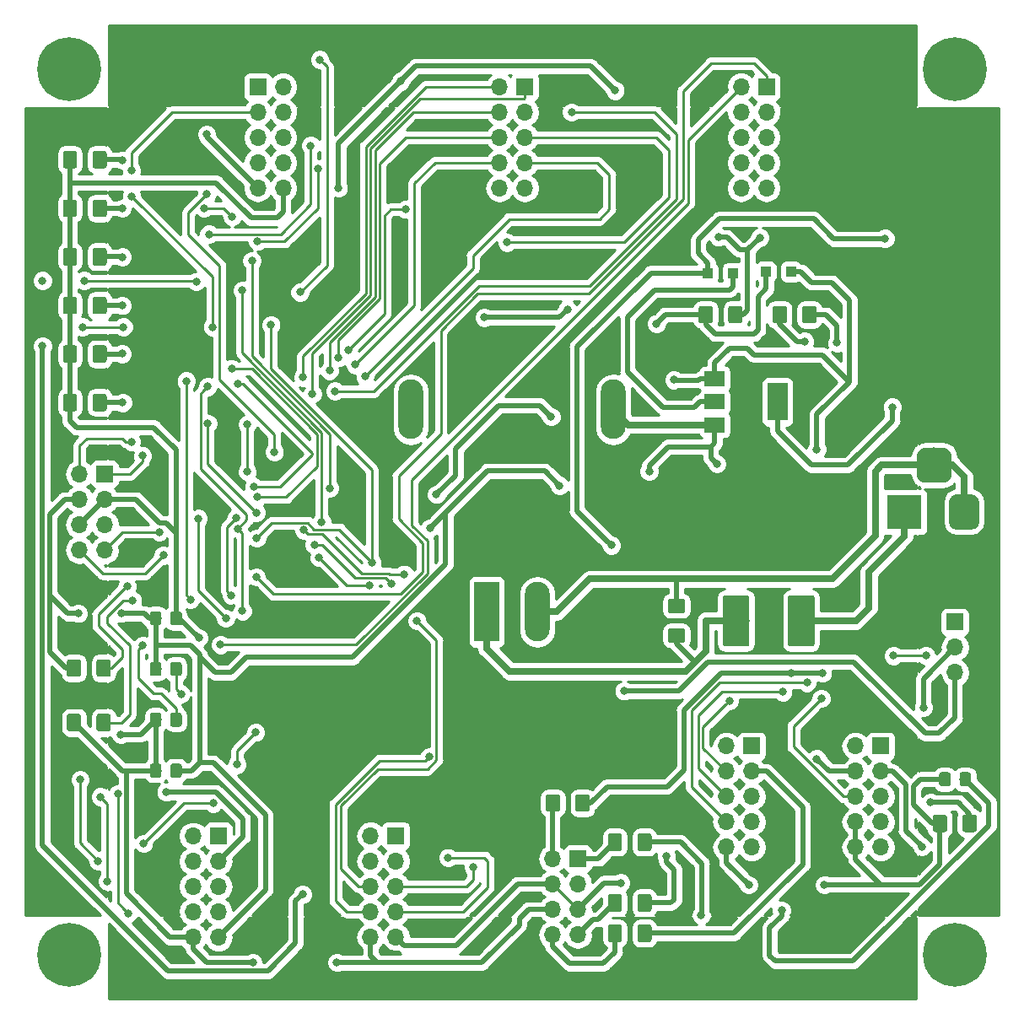
<source format=gbr>
G04 #@! TF.GenerationSoftware,KiCad,Pcbnew,(5.0.2)-1*
G04 #@! TF.CreationDate,2019-01-24T14:04:28+03:00*
G04 #@! TF.ProjectId,xmc_1300,786d635f-3133-4303-902e-6b696361645f,rev?*
G04 #@! TF.SameCoordinates,Original*
G04 #@! TF.FileFunction,Copper,L2,Bot*
G04 #@! TF.FilePolarity,Positive*
%FSLAX46Y46*%
G04 Gerber Fmt 4.6, Leading zero omitted, Abs format (unit mm)*
G04 Created by KiCad (PCBNEW (5.0.2)-1) date 24.01.2019 14:04:28*
%MOMM*%
%LPD*%
G01*
G04 APERTURE LIST*
G04 #@! TA.AperFunction,ComponentPad*
%ADD10C,6.400000*%
G04 #@! TD*
G04 #@! TA.AperFunction,ComponentPad*
%ADD11C,0.800000*%
G04 #@! TD*
G04 #@! TA.AperFunction,Conductor*
%ADD12C,0.100000*%
G04 #@! TD*
G04 #@! TA.AperFunction,SMDPad,CuDef*
%ADD13C,1.425000*%
G04 #@! TD*
G04 #@! TA.AperFunction,SMDPad,CuDef*
%ADD14C,1.150000*%
G04 #@! TD*
G04 #@! TA.AperFunction,SMDPad,CuDef*
%ADD15C,2.650000*%
G04 #@! TD*
G04 #@! TA.AperFunction,ComponentPad*
%ADD16R,2.500000X6.000000*%
G04 #@! TD*
G04 #@! TA.AperFunction,ComponentPad*
%ADD17O,2.500000X6.000000*%
G04 #@! TD*
G04 #@! TA.AperFunction,SMDPad,CuDef*
%ADD18R,1.000000X1.000000*%
G04 #@! TD*
G04 #@! TA.AperFunction,ComponentPad*
%ADD19R,3.500000X3.500000*%
G04 #@! TD*
G04 #@! TA.AperFunction,ComponentPad*
%ADD20C,3.000000*%
G04 #@! TD*
G04 #@! TA.AperFunction,ComponentPad*
%ADD21C,3.500000*%
G04 #@! TD*
G04 #@! TA.AperFunction,ComponentPad*
%ADD22R,1.700000X1.700000*%
G04 #@! TD*
G04 #@! TA.AperFunction,ComponentPad*
%ADD23O,1.700000X1.700000*%
G04 #@! TD*
G04 #@! TA.AperFunction,SMDPad,CuDef*
%ADD24R,2.000000X3.800000*%
G04 #@! TD*
G04 #@! TA.AperFunction,SMDPad,CuDef*
%ADD25R,2.000000X1.500000*%
G04 #@! TD*
G04 #@! TA.AperFunction,ViaPad*
%ADD26C,0.800000*%
G04 #@! TD*
G04 #@! TA.AperFunction,Conductor*
%ADD27C,0.700000*%
G04 #@! TD*
G04 #@! TA.AperFunction,Conductor*
%ADD28C,0.500000*%
G04 #@! TD*
G04 #@! TA.AperFunction,Conductor*
%ADD29C,0.250000*%
G04 #@! TD*
G04 #@! TA.AperFunction,NonConductor*
%ADD30C,0.254000*%
G04 #@! TD*
G04 APERTURE END LIST*
D10*
G04 #@! TO.P,REF\002A\002A,1*
G04 #@! TO.N,N/C*
X170180000Y-43180000D03*
D11*
X172580000Y-43180000D03*
X171877056Y-44877056D03*
X170180000Y-45580000D03*
X168482944Y-44877056D03*
X167780000Y-43180000D03*
X168482944Y-41482944D03*
X170180000Y-40780000D03*
X171877056Y-41482944D03*
G04 #@! TD*
D10*
G04 #@! TO.P,REF\002A\002A,1*
G04 #@! TO.N,N/C*
X81280000Y-43180000D03*
D11*
X83680000Y-43180000D03*
X82977056Y-44877056D03*
X81280000Y-45580000D03*
X79582944Y-44877056D03*
X78880000Y-43180000D03*
X79582944Y-41482944D03*
X81280000Y-40780000D03*
X82977056Y-41482944D03*
G04 #@! TD*
D10*
G04 #@! TO.P,REF\002A\002A,1*
G04 #@! TO.N,N/C*
X81280000Y-132080000D03*
D11*
X83680000Y-132080000D03*
X82977056Y-133777056D03*
X81280000Y-134480000D03*
X79582944Y-133777056D03*
X78880000Y-132080000D03*
X79582944Y-130382944D03*
X81280000Y-129680000D03*
X82977056Y-130382944D03*
G04 #@! TD*
G04 #@! TO.P,REF\002A\002A,1*
G04 #@! TO.N,N/C*
X171877056Y-130382944D03*
X170180000Y-129680000D03*
X168482944Y-130382944D03*
X167780000Y-132080000D03*
X168482944Y-133777056D03*
X170180000Y-134480000D03*
X171877056Y-133777056D03*
X172580000Y-132080000D03*
D10*
X170180000Y-132080000D03*
G04 #@! TD*
D12*
G04 #@! TO.N,Net-(C1-Pad1)*
G04 #@! TO.C,C2*
G36*
X142889504Y-99328204D02*
X142913773Y-99331804D01*
X142937571Y-99337765D01*
X142960671Y-99346030D01*
X142982849Y-99356520D01*
X143003893Y-99369133D01*
X143023598Y-99383747D01*
X143041777Y-99400223D01*
X143058253Y-99418402D01*
X143072867Y-99438107D01*
X143085480Y-99459151D01*
X143095970Y-99481329D01*
X143104235Y-99504429D01*
X143110196Y-99528227D01*
X143113796Y-99552496D01*
X143115000Y-99577000D01*
X143115000Y-100502000D01*
X143113796Y-100526504D01*
X143110196Y-100550773D01*
X143104235Y-100574571D01*
X143095970Y-100597671D01*
X143085480Y-100619849D01*
X143072867Y-100640893D01*
X143058253Y-100660598D01*
X143041777Y-100678777D01*
X143023598Y-100695253D01*
X143003893Y-100709867D01*
X142982849Y-100722480D01*
X142960671Y-100732970D01*
X142937571Y-100741235D01*
X142913773Y-100747196D01*
X142889504Y-100750796D01*
X142865000Y-100752000D01*
X141615000Y-100752000D01*
X141590496Y-100750796D01*
X141566227Y-100747196D01*
X141542429Y-100741235D01*
X141519329Y-100732970D01*
X141497151Y-100722480D01*
X141476107Y-100709867D01*
X141456402Y-100695253D01*
X141438223Y-100678777D01*
X141421747Y-100660598D01*
X141407133Y-100640893D01*
X141394520Y-100619849D01*
X141384030Y-100597671D01*
X141375765Y-100574571D01*
X141369804Y-100550773D01*
X141366204Y-100526504D01*
X141365000Y-100502000D01*
X141365000Y-99577000D01*
X141366204Y-99552496D01*
X141369804Y-99528227D01*
X141375765Y-99504429D01*
X141384030Y-99481329D01*
X141394520Y-99459151D01*
X141407133Y-99438107D01*
X141421747Y-99418402D01*
X141438223Y-99400223D01*
X141456402Y-99383747D01*
X141476107Y-99369133D01*
X141497151Y-99356520D01*
X141519329Y-99346030D01*
X141542429Y-99337765D01*
X141566227Y-99331804D01*
X141590496Y-99328204D01*
X141615000Y-99327000D01*
X142865000Y-99327000D01*
X142889504Y-99328204D01*
X142889504Y-99328204D01*
G37*
D13*
G04 #@! TD*
G04 #@! TO.P,C2,1*
G04 #@! TO.N,Net-(C1-Pad1)*
X142240000Y-100039500D03*
D12*
G04 #@! TO.N,Net-(C1-Pad2)*
G04 #@! TO.C,C2*
G36*
X142889504Y-96353204D02*
X142913773Y-96356804D01*
X142937571Y-96362765D01*
X142960671Y-96371030D01*
X142982849Y-96381520D01*
X143003893Y-96394133D01*
X143023598Y-96408747D01*
X143041777Y-96425223D01*
X143058253Y-96443402D01*
X143072867Y-96463107D01*
X143085480Y-96484151D01*
X143095970Y-96506329D01*
X143104235Y-96529429D01*
X143110196Y-96553227D01*
X143113796Y-96577496D01*
X143115000Y-96602000D01*
X143115000Y-97527000D01*
X143113796Y-97551504D01*
X143110196Y-97575773D01*
X143104235Y-97599571D01*
X143095970Y-97622671D01*
X143085480Y-97644849D01*
X143072867Y-97665893D01*
X143058253Y-97685598D01*
X143041777Y-97703777D01*
X143023598Y-97720253D01*
X143003893Y-97734867D01*
X142982849Y-97747480D01*
X142960671Y-97757970D01*
X142937571Y-97766235D01*
X142913773Y-97772196D01*
X142889504Y-97775796D01*
X142865000Y-97777000D01*
X141615000Y-97777000D01*
X141590496Y-97775796D01*
X141566227Y-97772196D01*
X141542429Y-97766235D01*
X141519329Y-97757970D01*
X141497151Y-97747480D01*
X141476107Y-97734867D01*
X141456402Y-97720253D01*
X141438223Y-97703777D01*
X141421747Y-97685598D01*
X141407133Y-97665893D01*
X141394520Y-97644849D01*
X141384030Y-97622671D01*
X141375765Y-97599571D01*
X141369804Y-97575773D01*
X141366204Y-97551504D01*
X141365000Y-97527000D01*
X141365000Y-96602000D01*
X141366204Y-96577496D01*
X141369804Y-96553227D01*
X141375765Y-96529429D01*
X141384030Y-96506329D01*
X141394520Y-96484151D01*
X141407133Y-96463107D01*
X141421747Y-96443402D01*
X141438223Y-96425223D01*
X141456402Y-96408747D01*
X141476107Y-96394133D01*
X141497151Y-96381520D01*
X141519329Y-96371030D01*
X141542429Y-96362765D01*
X141566227Y-96356804D01*
X141590496Y-96353204D01*
X141615000Y-96352000D01*
X142865000Y-96352000D01*
X142889504Y-96353204D01*
X142889504Y-96353204D01*
G37*
D13*
G04 #@! TD*
G04 #@! TO.P,C2,2*
G04 #@! TO.N,Net-(C1-Pad2)*
X142240000Y-97064500D03*
D12*
G04 #@! TO.N,GND*
G04 #@! TO.C,C4*
G36*
X148636886Y-66948060D02*
X148661155Y-66951660D01*
X148684953Y-66957621D01*
X148708053Y-66965886D01*
X148730231Y-66976376D01*
X148751275Y-66988989D01*
X148770980Y-67003603D01*
X148789159Y-67020079D01*
X148805635Y-67038258D01*
X148820249Y-67057963D01*
X148832862Y-67079007D01*
X148843352Y-67101185D01*
X148851617Y-67124285D01*
X148857578Y-67148083D01*
X148861178Y-67172352D01*
X148862382Y-67196856D01*
X148862382Y-68446856D01*
X148861178Y-68471360D01*
X148857578Y-68495629D01*
X148851617Y-68519427D01*
X148843352Y-68542527D01*
X148832862Y-68564705D01*
X148820249Y-68585749D01*
X148805635Y-68605454D01*
X148789159Y-68623633D01*
X148770980Y-68640109D01*
X148751275Y-68654723D01*
X148730231Y-68667336D01*
X148708053Y-68677826D01*
X148684953Y-68686091D01*
X148661155Y-68692052D01*
X148636886Y-68695652D01*
X148612382Y-68696856D01*
X147687382Y-68696856D01*
X147662878Y-68695652D01*
X147638609Y-68692052D01*
X147614811Y-68686091D01*
X147591711Y-68677826D01*
X147569533Y-68667336D01*
X147548489Y-68654723D01*
X147528784Y-68640109D01*
X147510605Y-68623633D01*
X147494129Y-68605454D01*
X147479515Y-68585749D01*
X147466902Y-68564705D01*
X147456412Y-68542527D01*
X147448147Y-68519427D01*
X147442186Y-68495629D01*
X147438586Y-68471360D01*
X147437382Y-68446856D01*
X147437382Y-67196856D01*
X147438586Y-67172352D01*
X147442186Y-67148083D01*
X147448147Y-67124285D01*
X147456412Y-67101185D01*
X147466902Y-67079007D01*
X147479515Y-67057963D01*
X147494129Y-67038258D01*
X147510605Y-67020079D01*
X147528784Y-67003603D01*
X147548489Y-66988989D01*
X147569533Y-66976376D01*
X147591711Y-66965886D01*
X147614811Y-66957621D01*
X147638609Y-66951660D01*
X147662878Y-66948060D01*
X147687382Y-66946856D01*
X148612382Y-66946856D01*
X148636886Y-66948060D01*
X148636886Y-66948060D01*
G37*
D13*
G04 #@! TD*
G04 #@! TO.P,C4,2*
G04 #@! TO.N,GND*
X148149882Y-67821856D03*
D12*
G04 #@! TO.N,Net-(C3-Pad1)*
G04 #@! TO.C,C4*
G36*
X145661886Y-66948060D02*
X145686155Y-66951660D01*
X145709953Y-66957621D01*
X145733053Y-66965886D01*
X145755231Y-66976376D01*
X145776275Y-66988989D01*
X145795980Y-67003603D01*
X145814159Y-67020079D01*
X145830635Y-67038258D01*
X145845249Y-67057963D01*
X145857862Y-67079007D01*
X145868352Y-67101185D01*
X145876617Y-67124285D01*
X145882578Y-67148083D01*
X145886178Y-67172352D01*
X145887382Y-67196856D01*
X145887382Y-68446856D01*
X145886178Y-68471360D01*
X145882578Y-68495629D01*
X145876617Y-68519427D01*
X145868352Y-68542527D01*
X145857862Y-68564705D01*
X145845249Y-68585749D01*
X145830635Y-68605454D01*
X145814159Y-68623633D01*
X145795980Y-68640109D01*
X145776275Y-68654723D01*
X145755231Y-68667336D01*
X145733053Y-68677826D01*
X145709953Y-68686091D01*
X145686155Y-68692052D01*
X145661886Y-68695652D01*
X145637382Y-68696856D01*
X144712382Y-68696856D01*
X144687878Y-68695652D01*
X144663609Y-68692052D01*
X144639811Y-68686091D01*
X144616711Y-68677826D01*
X144594533Y-68667336D01*
X144573489Y-68654723D01*
X144553784Y-68640109D01*
X144535605Y-68623633D01*
X144519129Y-68605454D01*
X144504515Y-68585749D01*
X144491902Y-68564705D01*
X144481412Y-68542527D01*
X144473147Y-68519427D01*
X144467186Y-68495629D01*
X144463586Y-68471360D01*
X144462382Y-68446856D01*
X144462382Y-67196856D01*
X144463586Y-67172352D01*
X144467186Y-67148083D01*
X144473147Y-67124285D01*
X144481412Y-67101185D01*
X144491902Y-67079007D01*
X144504515Y-67057963D01*
X144519129Y-67038258D01*
X144535605Y-67020079D01*
X144553784Y-67003603D01*
X144573489Y-66988989D01*
X144594533Y-66976376D01*
X144616711Y-66965886D01*
X144639811Y-66957621D01*
X144663609Y-66951660D01*
X144687878Y-66948060D01*
X144712382Y-66946856D01*
X145637382Y-66946856D01*
X145661886Y-66948060D01*
X145661886Y-66948060D01*
G37*
D13*
G04 #@! TD*
G04 #@! TO.P,C4,1*
G04 #@! TO.N,Net-(C3-Pad1)*
X145174882Y-67821856D03*
D12*
G04 #@! TO.N,GND*
G04 #@! TO.C,C6*
G36*
X90306946Y-97599204D02*
X90331214Y-97602804D01*
X90355013Y-97608765D01*
X90378112Y-97617030D01*
X90400291Y-97627520D01*
X90421334Y-97640132D01*
X90441040Y-97654747D01*
X90459218Y-97671223D01*
X90475694Y-97689401D01*
X90490309Y-97709107D01*
X90502921Y-97730150D01*
X90513411Y-97752329D01*
X90521676Y-97775428D01*
X90527637Y-97799227D01*
X90531237Y-97823495D01*
X90532441Y-97847999D01*
X90532441Y-98748001D01*
X90531237Y-98772505D01*
X90527637Y-98796773D01*
X90521676Y-98820572D01*
X90513411Y-98843671D01*
X90502921Y-98865850D01*
X90490309Y-98886893D01*
X90475694Y-98906599D01*
X90459218Y-98924777D01*
X90441040Y-98941253D01*
X90421334Y-98955868D01*
X90400291Y-98968480D01*
X90378112Y-98978970D01*
X90355013Y-98987235D01*
X90331214Y-98993196D01*
X90306946Y-98996796D01*
X90282442Y-98998000D01*
X89632440Y-98998000D01*
X89607936Y-98996796D01*
X89583668Y-98993196D01*
X89559869Y-98987235D01*
X89536770Y-98978970D01*
X89514591Y-98968480D01*
X89493548Y-98955868D01*
X89473842Y-98941253D01*
X89455664Y-98924777D01*
X89439188Y-98906599D01*
X89424573Y-98886893D01*
X89411961Y-98865850D01*
X89401471Y-98843671D01*
X89393206Y-98820572D01*
X89387245Y-98796773D01*
X89383645Y-98772505D01*
X89382441Y-98748001D01*
X89382441Y-97847999D01*
X89383645Y-97823495D01*
X89387245Y-97799227D01*
X89393206Y-97775428D01*
X89401471Y-97752329D01*
X89411961Y-97730150D01*
X89424573Y-97709107D01*
X89439188Y-97689401D01*
X89455664Y-97671223D01*
X89473842Y-97654747D01*
X89493548Y-97640132D01*
X89514591Y-97627520D01*
X89536770Y-97617030D01*
X89559869Y-97608765D01*
X89583668Y-97602804D01*
X89607936Y-97599204D01*
X89632440Y-97598000D01*
X90282442Y-97598000D01*
X90306946Y-97599204D01*
X90306946Y-97599204D01*
G37*
D14*
G04 #@! TD*
G04 #@! TO.P,C6,1*
G04 #@! TO.N,GND*
X89957441Y-98298000D03*
D12*
G04 #@! TO.N,+Vin*
G04 #@! TO.C,C6*
G36*
X92356946Y-97599204D02*
X92381214Y-97602804D01*
X92405013Y-97608765D01*
X92428112Y-97617030D01*
X92450291Y-97627520D01*
X92471334Y-97640132D01*
X92491040Y-97654747D01*
X92509218Y-97671223D01*
X92525694Y-97689401D01*
X92540309Y-97709107D01*
X92552921Y-97730150D01*
X92563411Y-97752329D01*
X92571676Y-97775428D01*
X92577637Y-97799227D01*
X92581237Y-97823495D01*
X92582441Y-97847999D01*
X92582441Y-98748001D01*
X92581237Y-98772505D01*
X92577637Y-98796773D01*
X92571676Y-98820572D01*
X92563411Y-98843671D01*
X92552921Y-98865850D01*
X92540309Y-98886893D01*
X92525694Y-98906599D01*
X92509218Y-98924777D01*
X92491040Y-98941253D01*
X92471334Y-98955868D01*
X92450291Y-98968480D01*
X92428112Y-98978970D01*
X92405013Y-98987235D01*
X92381214Y-98993196D01*
X92356946Y-98996796D01*
X92332442Y-98998000D01*
X91682440Y-98998000D01*
X91657936Y-98996796D01*
X91633668Y-98993196D01*
X91609869Y-98987235D01*
X91586770Y-98978970D01*
X91564591Y-98968480D01*
X91543548Y-98955868D01*
X91523842Y-98941253D01*
X91505664Y-98924777D01*
X91489188Y-98906599D01*
X91474573Y-98886893D01*
X91461961Y-98865850D01*
X91451471Y-98843671D01*
X91443206Y-98820572D01*
X91437245Y-98796773D01*
X91433645Y-98772505D01*
X91432441Y-98748001D01*
X91432441Y-97847999D01*
X91433645Y-97823495D01*
X91437245Y-97799227D01*
X91443206Y-97775428D01*
X91451471Y-97752329D01*
X91461961Y-97730150D01*
X91474573Y-97709107D01*
X91489188Y-97689401D01*
X91505664Y-97671223D01*
X91523842Y-97654747D01*
X91543548Y-97640132D01*
X91564591Y-97627520D01*
X91586770Y-97617030D01*
X91609869Y-97608765D01*
X91633668Y-97602804D01*
X91657936Y-97599204D01*
X91682440Y-97598000D01*
X92332442Y-97598000D01*
X92356946Y-97599204D01*
X92356946Y-97599204D01*
G37*
D14*
G04 #@! TD*
G04 #@! TO.P,C6,2*
G04 #@! TO.N,+Vin*
X92007441Y-98298000D03*
D12*
G04 #@! TO.N,GND*
G04 #@! TO.C,C7*
G36*
X92356946Y-112887531D02*
X92381214Y-112891131D01*
X92405013Y-112897092D01*
X92428112Y-112905357D01*
X92450291Y-112915847D01*
X92471334Y-112928459D01*
X92491040Y-112943074D01*
X92509218Y-112959550D01*
X92525694Y-112977728D01*
X92540309Y-112997434D01*
X92552921Y-113018477D01*
X92563411Y-113040656D01*
X92571676Y-113063755D01*
X92577637Y-113087554D01*
X92581237Y-113111822D01*
X92582441Y-113136326D01*
X92582441Y-114036328D01*
X92581237Y-114060832D01*
X92577637Y-114085100D01*
X92571676Y-114108899D01*
X92563411Y-114131998D01*
X92552921Y-114154177D01*
X92540309Y-114175220D01*
X92525694Y-114194926D01*
X92509218Y-114213104D01*
X92491040Y-114229580D01*
X92471334Y-114244195D01*
X92450291Y-114256807D01*
X92428112Y-114267297D01*
X92405013Y-114275562D01*
X92381214Y-114281523D01*
X92356946Y-114285123D01*
X92332442Y-114286327D01*
X91682440Y-114286327D01*
X91657936Y-114285123D01*
X91633668Y-114281523D01*
X91609869Y-114275562D01*
X91586770Y-114267297D01*
X91564591Y-114256807D01*
X91543548Y-114244195D01*
X91523842Y-114229580D01*
X91505664Y-114213104D01*
X91489188Y-114194926D01*
X91474573Y-114175220D01*
X91461961Y-114154177D01*
X91451471Y-114131998D01*
X91443206Y-114108899D01*
X91437245Y-114085100D01*
X91433645Y-114060832D01*
X91432441Y-114036328D01*
X91432441Y-113136326D01*
X91433645Y-113111822D01*
X91437245Y-113087554D01*
X91443206Y-113063755D01*
X91451471Y-113040656D01*
X91461961Y-113018477D01*
X91474573Y-112997434D01*
X91489188Y-112977728D01*
X91505664Y-112959550D01*
X91523842Y-112943074D01*
X91543548Y-112928459D01*
X91564591Y-112915847D01*
X91586770Y-112905357D01*
X91609869Y-112897092D01*
X91633668Y-112891131D01*
X91657936Y-112887531D01*
X91682440Y-112886327D01*
X92332442Y-112886327D01*
X92356946Y-112887531D01*
X92356946Y-112887531D01*
G37*
D14*
G04 #@! TD*
G04 #@! TO.P,C7,2*
G04 #@! TO.N,GND*
X92007441Y-113586327D03*
D12*
G04 #@! TO.N,+Vin*
G04 #@! TO.C,C7*
G36*
X90306946Y-112887531D02*
X90331214Y-112891131D01*
X90355013Y-112897092D01*
X90378112Y-112905357D01*
X90400291Y-112915847D01*
X90421334Y-112928459D01*
X90441040Y-112943074D01*
X90459218Y-112959550D01*
X90475694Y-112977728D01*
X90490309Y-112997434D01*
X90502921Y-113018477D01*
X90513411Y-113040656D01*
X90521676Y-113063755D01*
X90527637Y-113087554D01*
X90531237Y-113111822D01*
X90532441Y-113136326D01*
X90532441Y-114036328D01*
X90531237Y-114060832D01*
X90527637Y-114085100D01*
X90521676Y-114108899D01*
X90513411Y-114131998D01*
X90502921Y-114154177D01*
X90490309Y-114175220D01*
X90475694Y-114194926D01*
X90459218Y-114213104D01*
X90441040Y-114229580D01*
X90421334Y-114244195D01*
X90400291Y-114256807D01*
X90378112Y-114267297D01*
X90355013Y-114275562D01*
X90331214Y-114281523D01*
X90306946Y-114285123D01*
X90282442Y-114286327D01*
X89632440Y-114286327D01*
X89607936Y-114285123D01*
X89583668Y-114281523D01*
X89559869Y-114275562D01*
X89536770Y-114267297D01*
X89514591Y-114256807D01*
X89493548Y-114244195D01*
X89473842Y-114229580D01*
X89455664Y-114213104D01*
X89439188Y-114194926D01*
X89424573Y-114175220D01*
X89411961Y-114154177D01*
X89401471Y-114131998D01*
X89393206Y-114108899D01*
X89387245Y-114085100D01*
X89383645Y-114060832D01*
X89382441Y-114036328D01*
X89382441Y-113136326D01*
X89383645Y-113111822D01*
X89387245Y-113087554D01*
X89393206Y-113063755D01*
X89401471Y-113040656D01*
X89411961Y-113018477D01*
X89424573Y-112997434D01*
X89439188Y-112977728D01*
X89455664Y-112959550D01*
X89473842Y-112943074D01*
X89493548Y-112928459D01*
X89514591Y-112915847D01*
X89536770Y-112905357D01*
X89559869Y-112897092D01*
X89583668Y-112891131D01*
X89607936Y-112887531D01*
X89632440Y-112886327D01*
X90282442Y-112886327D01*
X90306946Y-112887531D01*
X90306946Y-112887531D01*
G37*
D14*
G04 #@! TD*
G04 #@! TO.P,C7,1*
G04 #@! TO.N,+Vin*
X89957441Y-113586327D03*
D12*
G04 #@! TO.N,Net-(D1-Pad2)*
G04 #@! TO.C,D1*
G36*
X155858504Y-95978204D02*
X155882773Y-95981804D01*
X155906571Y-95987765D01*
X155929671Y-95996030D01*
X155951849Y-96006520D01*
X155972893Y-96019133D01*
X155992598Y-96033747D01*
X156010777Y-96050223D01*
X156027253Y-96068402D01*
X156041867Y-96088107D01*
X156054480Y-96109151D01*
X156064970Y-96131329D01*
X156073235Y-96154429D01*
X156079196Y-96178227D01*
X156082796Y-96202496D01*
X156084000Y-96227000D01*
X156084000Y-100877000D01*
X156082796Y-100901504D01*
X156079196Y-100925773D01*
X156073235Y-100949571D01*
X156064970Y-100972671D01*
X156054480Y-100994849D01*
X156041867Y-101015893D01*
X156027253Y-101035598D01*
X156010777Y-101053777D01*
X155992598Y-101070253D01*
X155972893Y-101084867D01*
X155951849Y-101097480D01*
X155929671Y-101107970D01*
X155906571Y-101116235D01*
X155882773Y-101122196D01*
X155858504Y-101125796D01*
X155834000Y-101127000D01*
X153684000Y-101127000D01*
X153659496Y-101125796D01*
X153635227Y-101122196D01*
X153611429Y-101116235D01*
X153588329Y-101107970D01*
X153566151Y-101097480D01*
X153545107Y-101084867D01*
X153525402Y-101070253D01*
X153507223Y-101053777D01*
X153490747Y-101035598D01*
X153476133Y-101015893D01*
X153463520Y-100994849D01*
X153453030Y-100972671D01*
X153444765Y-100949571D01*
X153438804Y-100925773D01*
X153435204Y-100901504D01*
X153434000Y-100877000D01*
X153434000Y-96227000D01*
X153435204Y-96202496D01*
X153438804Y-96178227D01*
X153444765Y-96154429D01*
X153453030Y-96131329D01*
X153463520Y-96109151D01*
X153476133Y-96088107D01*
X153490747Y-96068402D01*
X153507223Y-96050223D01*
X153525402Y-96033747D01*
X153545107Y-96019133D01*
X153566151Y-96006520D01*
X153588329Y-95996030D01*
X153611429Y-95987765D01*
X153635227Y-95981804D01*
X153659496Y-95978204D01*
X153684000Y-95977000D01*
X155834000Y-95977000D01*
X155858504Y-95978204D01*
X155858504Y-95978204D01*
G37*
D15*
G04 #@! TD*
G04 #@! TO.P,D1,2*
G04 #@! TO.N,Net-(D1-Pad2)*
X154759000Y-98552000D03*
D12*
G04 #@! TO.N,Net-(C1-Pad1)*
G04 #@! TO.C,D1*
G36*
X149308504Y-95978204D02*
X149332773Y-95981804D01*
X149356571Y-95987765D01*
X149379671Y-95996030D01*
X149401849Y-96006520D01*
X149422893Y-96019133D01*
X149442598Y-96033747D01*
X149460777Y-96050223D01*
X149477253Y-96068402D01*
X149491867Y-96088107D01*
X149504480Y-96109151D01*
X149514970Y-96131329D01*
X149523235Y-96154429D01*
X149529196Y-96178227D01*
X149532796Y-96202496D01*
X149534000Y-96227000D01*
X149534000Y-100877000D01*
X149532796Y-100901504D01*
X149529196Y-100925773D01*
X149523235Y-100949571D01*
X149514970Y-100972671D01*
X149504480Y-100994849D01*
X149491867Y-101015893D01*
X149477253Y-101035598D01*
X149460777Y-101053777D01*
X149442598Y-101070253D01*
X149422893Y-101084867D01*
X149401849Y-101097480D01*
X149379671Y-101107970D01*
X149356571Y-101116235D01*
X149332773Y-101122196D01*
X149308504Y-101125796D01*
X149284000Y-101127000D01*
X147134000Y-101127000D01*
X147109496Y-101125796D01*
X147085227Y-101122196D01*
X147061429Y-101116235D01*
X147038329Y-101107970D01*
X147016151Y-101097480D01*
X146995107Y-101084867D01*
X146975402Y-101070253D01*
X146957223Y-101053777D01*
X146940747Y-101035598D01*
X146926133Y-101015893D01*
X146913520Y-100994849D01*
X146903030Y-100972671D01*
X146894765Y-100949571D01*
X146888804Y-100925773D01*
X146885204Y-100901504D01*
X146884000Y-100877000D01*
X146884000Y-96227000D01*
X146885204Y-96202496D01*
X146888804Y-96178227D01*
X146894765Y-96154429D01*
X146903030Y-96131329D01*
X146913520Y-96109151D01*
X146926133Y-96088107D01*
X146940747Y-96068402D01*
X146957223Y-96050223D01*
X146975402Y-96033747D01*
X146995107Y-96019133D01*
X147016151Y-96006520D01*
X147038329Y-95996030D01*
X147061429Y-95987765D01*
X147085227Y-95981804D01*
X147109496Y-95978204D01*
X147134000Y-95977000D01*
X149284000Y-95977000D01*
X149308504Y-95978204D01*
X149308504Y-95978204D01*
G37*
D15*
G04 #@! TD*
G04 #@! TO.P,D1,1*
G04 #@! TO.N,Net-(C1-Pad1)*
X148209000Y-98552000D03*
D16*
G04 #@! TO.P,D2,1*
G04 #@! TO.N,Net-(C1-Pad1)*
X123190000Y-97663000D03*
D17*
G04 #@! TO.P,D2,2*
G04 #@! TO.N,Net-(C1-Pad2)*
X128270000Y-97663000D03*
G04 #@! TO.P,D2,3*
G04 #@! TO.N,+5V*
X115570000Y-77343000D03*
G04 #@! TO.P,D2,5*
G04 #@! TO.N,GND*
X135890000Y-77343000D03*
G04 #@! TD*
D18*
G04 #@! TO.P,D5,1*
G04 #@! TO.N,Net-(D5-Pad1)*
X145375882Y-63630856D03*
G04 #@! TO.P,D5,2*
G04 #@! TO.N,Net-(C10-Pad1)*
X147875882Y-63630856D03*
G04 #@! TD*
G04 #@! TO.P,D9,2*
G04 #@! TO.N,+5V*
X153717882Y-63503856D03*
G04 #@! TO.P,D9,1*
G04 #@! TO.N,Net-(C3-Pad1)*
X151217882Y-63503856D03*
G04 #@! TD*
D19*
G04 #@! TO.P,J1,1*
G04 #@! TO.N,Net-(D1-Pad2)*
X165100000Y-87630000D03*
D12*
G04 #@! TD*
G04 #@! TO.N,Net-(C1-Pad2)*
G04 #@! TO.C,J1*
G36*
X171923513Y-85883611D02*
X171996318Y-85894411D01*
X172067714Y-85912295D01*
X172137013Y-85937090D01*
X172203548Y-85968559D01*
X172266678Y-86006398D01*
X172325795Y-86050242D01*
X172380330Y-86099670D01*
X172429758Y-86154205D01*
X172473602Y-86213322D01*
X172511441Y-86276452D01*
X172542910Y-86342987D01*
X172567705Y-86412286D01*
X172585589Y-86483682D01*
X172596389Y-86556487D01*
X172600000Y-86630000D01*
X172600000Y-88630000D01*
X172596389Y-88703513D01*
X172585589Y-88776318D01*
X172567705Y-88847714D01*
X172542910Y-88917013D01*
X172511441Y-88983548D01*
X172473602Y-89046678D01*
X172429758Y-89105795D01*
X172380330Y-89160330D01*
X172325795Y-89209758D01*
X172266678Y-89253602D01*
X172203548Y-89291441D01*
X172137013Y-89322910D01*
X172067714Y-89347705D01*
X171996318Y-89365589D01*
X171923513Y-89376389D01*
X171850000Y-89380000D01*
X170350000Y-89380000D01*
X170276487Y-89376389D01*
X170203682Y-89365589D01*
X170132286Y-89347705D01*
X170062987Y-89322910D01*
X169996452Y-89291441D01*
X169933322Y-89253602D01*
X169874205Y-89209758D01*
X169819670Y-89160330D01*
X169770242Y-89105795D01*
X169726398Y-89046678D01*
X169688559Y-88983548D01*
X169657090Y-88917013D01*
X169632295Y-88847714D01*
X169614411Y-88776318D01*
X169603611Y-88703513D01*
X169600000Y-88630000D01*
X169600000Y-86630000D01*
X169603611Y-86556487D01*
X169614411Y-86483682D01*
X169632295Y-86412286D01*
X169657090Y-86342987D01*
X169688559Y-86276452D01*
X169726398Y-86213322D01*
X169770242Y-86154205D01*
X169819670Y-86099670D01*
X169874205Y-86050242D01*
X169933322Y-86006398D01*
X169996452Y-85968559D01*
X170062987Y-85937090D01*
X170132286Y-85912295D01*
X170203682Y-85894411D01*
X170276487Y-85883611D01*
X170350000Y-85880000D01*
X171850000Y-85880000D01*
X171923513Y-85883611D01*
X171923513Y-85883611D01*
G37*
D20*
G04 #@! TO.P,J1,2*
G04 #@! TO.N,Net-(C1-Pad2)*
X171100000Y-87630000D03*
D12*
G04 #@! TD*
G04 #@! TO.N,Net-(C1-Pad2)*
G04 #@! TO.C,J1*
G36*
X169060765Y-81184213D02*
X169145704Y-81196813D01*
X169228999Y-81217677D01*
X169309848Y-81246605D01*
X169387472Y-81283319D01*
X169461124Y-81327464D01*
X169530094Y-81378616D01*
X169593718Y-81436282D01*
X169651384Y-81499906D01*
X169702536Y-81568876D01*
X169746681Y-81642528D01*
X169783395Y-81720152D01*
X169812323Y-81801001D01*
X169833187Y-81884296D01*
X169845787Y-81969235D01*
X169850000Y-82055000D01*
X169850000Y-83805000D01*
X169845787Y-83890765D01*
X169833187Y-83975704D01*
X169812323Y-84058999D01*
X169783395Y-84139848D01*
X169746681Y-84217472D01*
X169702536Y-84291124D01*
X169651384Y-84360094D01*
X169593718Y-84423718D01*
X169530094Y-84481384D01*
X169461124Y-84532536D01*
X169387472Y-84576681D01*
X169309848Y-84613395D01*
X169228999Y-84642323D01*
X169145704Y-84663187D01*
X169060765Y-84675787D01*
X168975000Y-84680000D01*
X167225000Y-84680000D01*
X167139235Y-84675787D01*
X167054296Y-84663187D01*
X166971001Y-84642323D01*
X166890152Y-84613395D01*
X166812528Y-84576681D01*
X166738876Y-84532536D01*
X166669906Y-84481384D01*
X166606282Y-84423718D01*
X166548616Y-84360094D01*
X166497464Y-84291124D01*
X166453319Y-84217472D01*
X166416605Y-84139848D01*
X166387677Y-84058999D01*
X166366813Y-83975704D01*
X166354213Y-83890765D01*
X166350000Y-83805000D01*
X166350000Y-82055000D01*
X166354213Y-81969235D01*
X166366813Y-81884296D01*
X166387677Y-81801001D01*
X166416605Y-81720152D01*
X166453319Y-81642528D01*
X166497464Y-81568876D01*
X166548616Y-81499906D01*
X166606282Y-81436282D01*
X166669906Y-81378616D01*
X166738876Y-81327464D01*
X166812528Y-81283319D01*
X166890152Y-81246605D01*
X166971001Y-81217677D01*
X167054296Y-81196813D01*
X167139235Y-81184213D01*
X167225000Y-81180000D01*
X168975000Y-81180000D01*
X169060765Y-81184213D01*
X169060765Y-81184213D01*
G37*
D21*
G04 #@! TO.P,J1,3*
G04 #@! TO.N,Net-(C1-Pad2)*
X168100000Y-82930000D03*
G04 #@! TD*
D22*
G04 #@! TO.P,J2,1*
G04 #@! TO.N,P2.4*
X100203000Y-44958000D03*
D23*
G04 #@! TO.P,J2,2*
G04 #@! TO.N,P2.5*
X102743000Y-44958000D03*
G04 #@! TO.P,J2,3*
G04 #@! TO.N,P2.6*
X100203000Y-47498000D03*
G04 #@! TO.P,J2,4*
G04 #@! TO.N,P2.7*
X102743000Y-47498000D03*
G04 #@! TO.P,J2,5*
G04 #@! TO.N,P2.8*
X100203000Y-50038000D03*
G04 #@! TO.P,J2,6*
G04 #@! TO.N,P2.9*
X102743000Y-50038000D03*
G04 #@! TO.P,J2,7*
G04 #@! TO.N,P2.10*
X100203000Y-52578000D03*
G04 #@! TO.P,J2,8*
G04 #@! TO.N,P2.11*
X102743000Y-52578000D03*
G04 #@! TO.P,J2,9*
G04 #@! TO.N,GND*
X100203000Y-55118000D03*
G04 #@! TO.P,J2,10*
G04 #@! TO.N,+Vin*
X102743000Y-55118000D03*
G04 #@! TD*
G04 #@! TO.P,J3,10*
G04 #@! TO.N,+Vin*
X124485000Y-55118000D03*
G04 #@! TO.P,J3,9*
G04 #@! TO.N,GND*
X127025000Y-55118000D03*
G04 #@! TO.P,J3,8*
G04 #@! TO.N,P0.13*
X124485000Y-52578000D03*
G04 #@! TO.P,J3,7*
G04 #@! TO.N,P0.12*
X127025000Y-52578000D03*
G04 #@! TO.P,J3,6*
G04 #@! TO.N,P0.15*
X124485000Y-50038000D03*
G04 #@! TO.P,J3,5*
G04 #@! TO.N,P0.14*
X127025000Y-50038000D03*
G04 #@! TO.P,J3,4*
G04 #@! TO.N,P2.0*
X124485000Y-47498000D03*
G04 #@! TO.P,J3,3*
G04 #@! TO.N,P2.1*
X127025000Y-47498000D03*
G04 #@! TO.P,J3,2*
G04 #@! TO.N,P2.2*
X124485000Y-44958000D03*
D22*
G04 #@! TO.P,J3,1*
G04 #@! TO.N,P2.3*
X127025000Y-44958000D03*
G04 #@! TD*
G04 #@! TO.P,J4,1*
G04 #@! TO.N,+5V*
X170180000Y-98679000D03*
D23*
G04 #@! TO.P,J4,2*
G04 #@! TO.N,Net-(J4-Pad2)*
X170180000Y-101219000D03*
G04 #@! TO.P,J4,3*
G04 #@! TO.N,Net-(D5-Pad1)*
X170180000Y-103759000D03*
G04 #@! TD*
D22*
G04 #@! TO.P,J5,1*
G04 #@! TO.N,P1.5*
X96260000Y-120150000D03*
D23*
G04 #@! TO.P,J5,2*
G04 #@! TO.N,P1.4*
X93720000Y-120150000D03*
G04 #@! TO.P,J5,3*
G04 #@! TO.N,P1.3*
X96260000Y-122690000D03*
G04 #@! TO.P,J5,4*
G04 #@! TO.N,P1.2*
X93720000Y-122690000D03*
G04 #@! TO.P,J5,5*
G04 #@! TO.N,P1.1*
X96260000Y-125230000D03*
G04 #@! TO.P,J5,6*
G04 #@! TO.N,P1.0*
X93720000Y-125230000D03*
G04 #@! TO.P,J5,7*
G04 #@! TO.N,P0.0*
X96260000Y-127770000D03*
G04 #@! TO.P,J5,8*
G04 #@! TO.N,P0.1*
X93720000Y-127770000D03*
G04 #@! TO.P,J5,9*
G04 #@! TO.N,GND*
X96260000Y-130310000D03*
G04 #@! TO.P,J5,10*
G04 #@! TO.N,+Vin*
X93720000Y-130310000D03*
G04 #@! TD*
D22*
G04 #@! TO.P,J7,1*
G04 #@! TO.N,P0.11*
X114070000Y-120130000D03*
D23*
G04 #@! TO.P,J7,2*
G04 #@! TO.N,P0.10*
X111530000Y-120130000D03*
G04 #@! TO.P,J7,3*
G04 #@! TO.N,P0.9*
X114070000Y-122670000D03*
G04 #@! TO.P,J7,4*
G04 #@! TO.N,P0.8*
X111530000Y-122670000D03*
G04 #@! TO.P,J7,5*
G04 #@! TO.N,P0.7*
X114070000Y-125210000D03*
G04 #@! TO.P,J7,6*
G04 #@! TO.N,P0.6*
X111530000Y-125210000D03*
G04 #@! TO.P,J7,7*
G04 #@! TO.N,P0.5*
X114070000Y-127750000D03*
G04 #@! TO.P,J7,8*
G04 #@! TO.N,P0.4*
X111530000Y-127750000D03*
G04 #@! TO.P,J7,9*
G04 #@! TO.N,GND*
X114070000Y-130290000D03*
G04 #@! TO.P,J7,10*
G04 #@! TO.N,+Vin*
X111530000Y-130290000D03*
G04 #@! TD*
G04 #@! TO.P,J8,10*
G04 #@! TO.N,+Vin*
X148717000Y-55118000D03*
G04 #@! TO.P,J8,9*
G04 #@! TO.N,GND*
X151257000Y-55118000D03*
G04 #@! TO.P,J8,8*
G04 #@! TO.N,+Vin*
X148717000Y-52578000D03*
G04 #@! TO.P,J8,7*
G04 #@! TO.N,GND*
X151257000Y-52578000D03*
G04 #@! TO.P,J8,6*
G04 #@! TO.N,+Vin*
X148717000Y-50038000D03*
G04 #@! TO.P,J8,5*
G04 #@! TO.N,GND*
X151257000Y-50038000D03*
G04 #@! TO.P,J8,4*
G04 #@! TO.N,+Vin*
X148717000Y-47498000D03*
G04 #@! TO.P,J8,3*
G04 #@! TO.N,GND*
X151257000Y-47498000D03*
G04 #@! TO.P,J8,2*
G04 #@! TO.N,P0.2*
X148717000Y-44958000D03*
D22*
G04 #@! TO.P,J8,1*
G04 #@! TO.N,P0.3*
X151257000Y-44958000D03*
G04 #@! TD*
G04 #@! TO.P,J9,1*
G04 #@! TO.N,P_0.9*
X162742000Y-111122000D03*
D23*
G04 #@! TO.P,J9,2*
G04 #@! TO.N,P_0.8*
X160202000Y-111122000D03*
G04 #@! TO.P,J9,3*
G04 #@! TO.N,P_0.15*
X162742000Y-113662000D03*
G04 #@! TO.P,J9,4*
G04 #@! TO.N,P_0.14*
X160202000Y-113662000D03*
G04 #@! TO.P,J9,5*
G04 #@! TO.N,P_2.0*
X162742000Y-116202000D03*
G04 #@! TO.P,J9,6*
G04 #@! TO.N,P_2.6*
X160202000Y-116202000D03*
G04 #@! TO.P,J9,7*
G04 #@! TO.N,GND*
X162742000Y-118742000D03*
G04 #@! TO.P,J9,8*
G04 #@! TO.N,+Vin*
X160202000Y-118742000D03*
G04 #@! TO.P,J9,9*
G04 #@! TO.N,GND*
X162742000Y-121282000D03*
G04 #@! TO.P,J9,10*
G04 #@! TO.N,+Vin*
X160202000Y-121282000D03*
G04 #@! TD*
G04 #@! TO.P,J10,10*
G04 #@! TO.N,+Vin*
X147248000Y-121282000D03*
G04 #@! TO.P,J10,9*
G04 #@! TO.N,GND*
X149788000Y-121282000D03*
G04 #@! TO.P,J10,8*
G04 #@! TO.N,P_0.6*
X147248000Y-118742000D03*
G04 #@! TO.P,J10,7*
G04 #@! TO.N,P_0.7*
X149788000Y-118742000D03*
G04 #@! TO.P,J10,6*
G04 #@! TO.N,P_0.0*
X147248000Y-116202000D03*
G04 #@! TO.P,J10,5*
G04 #@! TO.N,P_0.5*
X149788000Y-116202000D03*
G04 #@! TO.P,J10,4*
G04 #@! TO.N,P_2.10*
X147248000Y-113662000D03*
G04 #@! TO.P,J10,3*
G04 #@! TO.N,P_2.11*
X149788000Y-113662000D03*
G04 #@! TO.P,J10,2*
G04 #@! TO.N,P2.8_P2.7*
X147248000Y-111122000D03*
D22*
G04 #@! TO.P,J10,1*
G04 #@! TO.N,P_2.9*
X149788000Y-111122000D03*
G04 #@! TD*
D12*
G04 #@! TO.N,+Vin*
G04 #@! TO.C,R2*
G36*
X82243945Y-107886531D02*
X82268214Y-107890131D01*
X82292012Y-107896092D01*
X82315112Y-107904357D01*
X82337290Y-107914847D01*
X82358334Y-107927460D01*
X82378039Y-107942074D01*
X82396218Y-107958550D01*
X82412694Y-107976729D01*
X82427308Y-107996434D01*
X82439921Y-108017478D01*
X82450411Y-108039656D01*
X82458676Y-108062756D01*
X82464637Y-108086554D01*
X82468237Y-108110823D01*
X82469441Y-108135327D01*
X82469441Y-109385327D01*
X82468237Y-109409831D01*
X82464637Y-109434100D01*
X82458676Y-109457898D01*
X82450411Y-109480998D01*
X82439921Y-109503176D01*
X82427308Y-109524220D01*
X82412694Y-109543925D01*
X82396218Y-109562104D01*
X82378039Y-109578580D01*
X82358334Y-109593194D01*
X82337290Y-109605807D01*
X82315112Y-109616297D01*
X82292012Y-109624562D01*
X82268214Y-109630523D01*
X82243945Y-109634123D01*
X82219441Y-109635327D01*
X81294441Y-109635327D01*
X81269937Y-109634123D01*
X81245668Y-109630523D01*
X81221870Y-109624562D01*
X81198770Y-109616297D01*
X81176592Y-109605807D01*
X81155548Y-109593194D01*
X81135843Y-109578580D01*
X81117664Y-109562104D01*
X81101188Y-109543925D01*
X81086574Y-109524220D01*
X81073961Y-109503176D01*
X81063471Y-109480998D01*
X81055206Y-109457898D01*
X81049245Y-109434100D01*
X81045645Y-109409831D01*
X81044441Y-109385327D01*
X81044441Y-108135327D01*
X81045645Y-108110823D01*
X81049245Y-108086554D01*
X81055206Y-108062756D01*
X81063471Y-108039656D01*
X81073961Y-108017478D01*
X81086574Y-107996434D01*
X81101188Y-107976729D01*
X81117664Y-107958550D01*
X81135843Y-107942074D01*
X81155548Y-107927460D01*
X81176592Y-107914847D01*
X81198770Y-107904357D01*
X81221870Y-107896092D01*
X81245668Y-107890131D01*
X81269937Y-107886531D01*
X81294441Y-107885327D01*
X82219441Y-107885327D01*
X82243945Y-107886531D01*
X82243945Y-107886531D01*
G37*
D13*
G04 #@! TD*
G04 #@! TO.P,R2,2*
G04 #@! TO.N,+Vin*
X81756941Y-108760327D03*
D12*
G04 #@! TO.N,Net-(D4-Pad10)*
G04 #@! TO.C,R2*
G36*
X85218945Y-107886531D02*
X85243214Y-107890131D01*
X85267012Y-107896092D01*
X85290112Y-107904357D01*
X85312290Y-107914847D01*
X85333334Y-107927460D01*
X85353039Y-107942074D01*
X85371218Y-107958550D01*
X85387694Y-107976729D01*
X85402308Y-107996434D01*
X85414921Y-108017478D01*
X85425411Y-108039656D01*
X85433676Y-108062756D01*
X85439637Y-108086554D01*
X85443237Y-108110823D01*
X85444441Y-108135327D01*
X85444441Y-109385327D01*
X85443237Y-109409831D01*
X85439637Y-109434100D01*
X85433676Y-109457898D01*
X85425411Y-109480998D01*
X85414921Y-109503176D01*
X85402308Y-109524220D01*
X85387694Y-109543925D01*
X85371218Y-109562104D01*
X85353039Y-109578580D01*
X85333334Y-109593194D01*
X85312290Y-109605807D01*
X85290112Y-109616297D01*
X85267012Y-109624562D01*
X85243214Y-109630523D01*
X85218945Y-109634123D01*
X85194441Y-109635327D01*
X84269441Y-109635327D01*
X84244937Y-109634123D01*
X84220668Y-109630523D01*
X84196870Y-109624562D01*
X84173770Y-109616297D01*
X84151592Y-109605807D01*
X84130548Y-109593194D01*
X84110843Y-109578580D01*
X84092664Y-109562104D01*
X84076188Y-109543925D01*
X84061574Y-109524220D01*
X84048961Y-109503176D01*
X84038471Y-109480998D01*
X84030206Y-109457898D01*
X84024245Y-109434100D01*
X84020645Y-109409831D01*
X84019441Y-109385327D01*
X84019441Y-108135327D01*
X84020645Y-108110823D01*
X84024245Y-108086554D01*
X84030206Y-108062756D01*
X84038471Y-108039656D01*
X84048961Y-108017478D01*
X84061574Y-107996434D01*
X84076188Y-107976729D01*
X84092664Y-107958550D01*
X84110843Y-107942074D01*
X84130548Y-107927460D01*
X84151592Y-107914847D01*
X84173770Y-107904357D01*
X84196870Y-107896092D01*
X84220668Y-107890131D01*
X84244937Y-107886531D01*
X84269441Y-107885327D01*
X85194441Y-107885327D01*
X85218945Y-107886531D01*
X85218945Y-107886531D01*
G37*
D13*
G04 #@! TD*
G04 #@! TO.P,R2,1*
G04 #@! TO.N,Net-(D4-Pad10)*
X84731941Y-108760327D03*
D12*
G04 #@! TO.N,Net-(D4-Pad9)*
G04 #@! TO.C,R3*
G36*
X85218945Y-102425531D02*
X85243214Y-102429131D01*
X85267012Y-102435092D01*
X85290112Y-102443357D01*
X85312290Y-102453847D01*
X85333334Y-102466460D01*
X85353039Y-102481074D01*
X85371218Y-102497550D01*
X85387694Y-102515729D01*
X85402308Y-102535434D01*
X85414921Y-102556478D01*
X85425411Y-102578656D01*
X85433676Y-102601756D01*
X85439637Y-102625554D01*
X85443237Y-102649823D01*
X85444441Y-102674327D01*
X85444441Y-103924327D01*
X85443237Y-103948831D01*
X85439637Y-103973100D01*
X85433676Y-103996898D01*
X85425411Y-104019998D01*
X85414921Y-104042176D01*
X85402308Y-104063220D01*
X85387694Y-104082925D01*
X85371218Y-104101104D01*
X85353039Y-104117580D01*
X85333334Y-104132194D01*
X85312290Y-104144807D01*
X85290112Y-104155297D01*
X85267012Y-104163562D01*
X85243214Y-104169523D01*
X85218945Y-104173123D01*
X85194441Y-104174327D01*
X84269441Y-104174327D01*
X84244937Y-104173123D01*
X84220668Y-104169523D01*
X84196870Y-104163562D01*
X84173770Y-104155297D01*
X84151592Y-104144807D01*
X84130548Y-104132194D01*
X84110843Y-104117580D01*
X84092664Y-104101104D01*
X84076188Y-104082925D01*
X84061574Y-104063220D01*
X84048961Y-104042176D01*
X84038471Y-104019998D01*
X84030206Y-103996898D01*
X84024245Y-103973100D01*
X84020645Y-103948831D01*
X84019441Y-103924327D01*
X84019441Y-102674327D01*
X84020645Y-102649823D01*
X84024245Y-102625554D01*
X84030206Y-102601756D01*
X84038471Y-102578656D01*
X84048961Y-102556478D01*
X84061574Y-102535434D01*
X84076188Y-102515729D01*
X84092664Y-102497550D01*
X84110843Y-102481074D01*
X84130548Y-102466460D01*
X84151592Y-102453847D01*
X84173770Y-102443357D01*
X84196870Y-102435092D01*
X84220668Y-102429131D01*
X84244937Y-102425531D01*
X84269441Y-102424327D01*
X85194441Y-102424327D01*
X85218945Y-102425531D01*
X85218945Y-102425531D01*
G37*
D13*
G04 #@! TD*
G04 #@! TO.P,R3,1*
G04 #@! TO.N,Net-(D4-Pad9)*
X84731941Y-103299327D03*
D12*
G04 #@! TO.N,GND*
G04 #@! TO.C,R3*
G36*
X82243945Y-102425531D02*
X82268214Y-102429131D01*
X82292012Y-102435092D01*
X82315112Y-102443357D01*
X82337290Y-102453847D01*
X82358334Y-102466460D01*
X82378039Y-102481074D01*
X82396218Y-102497550D01*
X82412694Y-102515729D01*
X82427308Y-102535434D01*
X82439921Y-102556478D01*
X82450411Y-102578656D01*
X82458676Y-102601756D01*
X82464637Y-102625554D01*
X82468237Y-102649823D01*
X82469441Y-102674327D01*
X82469441Y-103924327D01*
X82468237Y-103948831D01*
X82464637Y-103973100D01*
X82458676Y-103996898D01*
X82450411Y-104019998D01*
X82439921Y-104042176D01*
X82427308Y-104063220D01*
X82412694Y-104082925D01*
X82396218Y-104101104D01*
X82378039Y-104117580D01*
X82358334Y-104132194D01*
X82337290Y-104144807D01*
X82315112Y-104155297D01*
X82292012Y-104163562D01*
X82268214Y-104169523D01*
X82243945Y-104173123D01*
X82219441Y-104174327D01*
X81294441Y-104174327D01*
X81269937Y-104173123D01*
X81245668Y-104169523D01*
X81221870Y-104163562D01*
X81198770Y-104155297D01*
X81176592Y-104144807D01*
X81155548Y-104132194D01*
X81135843Y-104117580D01*
X81117664Y-104101104D01*
X81101188Y-104082925D01*
X81086574Y-104063220D01*
X81073961Y-104042176D01*
X81063471Y-104019998D01*
X81055206Y-103996898D01*
X81049245Y-103973100D01*
X81045645Y-103948831D01*
X81044441Y-103924327D01*
X81044441Y-102674327D01*
X81045645Y-102649823D01*
X81049245Y-102625554D01*
X81055206Y-102601756D01*
X81063471Y-102578656D01*
X81073961Y-102556478D01*
X81086574Y-102535434D01*
X81101188Y-102515729D01*
X81117664Y-102497550D01*
X81135843Y-102481074D01*
X81155548Y-102466460D01*
X81176592Y-102453847D01*
X81198770Y-102443357D01*
X81221870Y-102435092D01*
X81245668Y-102429131D01*
X81269937Y-102425531D01*
X81294441Y-102424327D01*
X82219441Y-102424327D01*
X82243945Y-102425531D01*
X82243945Y-102425531D01*
G37*
D13*
G04 #@! TD*
G04 #@! TO.P,R3,2*
G04 #@! TO.N,GND*
X81756941Y-103299327D03*
D12*
G04 #@! TO.N,GND*
G04 #@! TO.C,R4*
G36*
X90306946Y-102695313D02*
X90331214Y-102698913D01*
X90355013Y-102704874D01*
X90378112Y-102713139D01*
X90400291Y-102723629D01*
X90421334Y-102736241D01*
X90441040Y-102750856D01*
X90459218Y-102767332D01*
X90475694Y-102785510D01*
X90490309Y-102805216D01*
X90502921Y-102826259D01*
X90513411Y-102848438D01*
X90521676Y-102871537D01*
X90527637Y-102895336D01*
X90531237Y-102919604D01*
X90532441Y-102944108D01*
X90532441Y-103844110D01*
X90531237Y-103868614D01*
X90527637Y-103892882D01*
X90521676Y-103916681D01*
X90513411Y-103939780D01*
X90502921Y-103961959D01*
X90490309Y-103983002D01*
X90475694Y-104002708D01*
X90459218Y-104020886D01*
X90441040Y-104037362D01*
X90421334Y-104051977D01*
X90400291Y-104064589D01*
X90378112Y-104075079D01*
X90355013Y-104083344D01*
X90331214Y-104089305D01*
X90306946Y-104092905D01*
X90282442Y-104094109D01*
X89632440Y-104094109D01*
X89607936Y-104092905D01*
X89583668Y-104089305D01*
X89559869Y-104083344D01*
X89536770Y-104075079D01*
X89514591Y-104064589D01*
X89493548Y-104051977D01*
X89473842Y-104037362D01*
X89455664Y-104020886D01*
X89439188Y-104002708D01*
X89424573Y-103983002D01*
X89411961Y-103961959D01*
X89401471Y-103939780D01*
X89393206Y-103916681D01*
X89387245Y-103892882D01*
X89383645Y-103868614D01*
X89382441Y-103844110D01*
X89382441Y-102944108D01*
X89383645Y-102919604D01*
X89387245Y-102895336D01*
X89393206Y-102871537D01*
X89401471Y-102848438D01*
X89411961Y-102826259D01*
X89424573Y-102805216D01*
X89439188Y-102785510D01*
X89455664Y-102767332D01*
X89473842Y-102750856D01*
X89493548Y-102736241D01*
X89514591Y-102723629D01*
X89536770Y-102713139D01*
X89559869Y-102704874D01*
X89583668Y-102698913D01*
X89607936Y-102695313D01*
X89632440Y-102694109D01*
X90282442Y-102694109D01*
X90306946Y-102695313D01*
X90306946Y-102695313D01*
G37*
D14*
G04 #@! TD*
G04 #@! TO.P,R4,1*
G04 #@! TO.N,GND*
X89957441Y-103394109D03*
D12*
G04 #@! TO.N,Net-(D4-Pad25)*
G04 #@! TO.C,R4*
G36*
X92356946Y-102695313D02*
X92381214Y-102698913D01*
X92405013Y-102704874D01*
X92428112Y-102713139D01*
X92450291Y-102723629D01*
X92471334Y-102736241D01*
X92491040Y-102750856D01*
X92509218Y-102767332D01*
X92525694Y-102785510D01*
X92540309Y-102805216D01*
X92552921Y-102826259D01*
X92563411Y-102848438D01*
X92571676Y-102871537D01*
X92577637Y-102895336D01*
X92581237Y-102919604D01*
X92582441Y-102944108D01*
X92582441Y-103844110D01*
X92581237Y-103868614D01*
X92577637Y-103892882D01*
X92571676Y-103916681D01*
X92563411Y-103939780D01*
X92552921Y-103961959D01*
X92540309Y-103983002D01*
X92525694Y-104002708D01*
X92509218Y-104020886D01*
X92491040Y-104037362D01*
X92471334Y-104051977D01*
X92450291Y-104064589D01*
X92428112Y-104075079D01*
X92405013Y-104083344D01*
X92381214Y-104089305D01*
X92356946Y-104092905D01*
X92332442Y-104094109D01*
X91682440Y-104094109D01*
X91657936Y-104092905D01*
X91633668Y-104089305D01*
X91609869Y-104083344D01*
X91586770Y-104075079D01*
X91564591Y-104064589D01*
X91543548Y-104051977D01*
X91523842Y-104037362D01*
X91505664Y-104020886D01*
X91489188Y-104002708D01*
X91474573Y-103983002D01*
X91461961Y-103961959D01*
X91451471Y-103939780D01*
X91443206Y-103916681D01*
X91437245Y-103892882D01*
X91433645Y-103868614D01*
X91432441Y-103844110D01*
X91432441Y-102944108D01*
X91433645Y-102919604D01*
X91437245Y-102895336D01*
X91443206Y-102871537D01*
X91451471Y-102848438D01*
X91461961Y-102826259D01*
X91474573Y-102805216D01*
X91489188Y-102785510D01*
X91505664Y-102767332D01*
X91523842Y-102750856D01*
X91543548Y-102736241D01*
X91564591Y-102723629D01*
X91586770Y-102713139D01*
X91609869Y-102704874D01*
X91633668Y-102698913D01*
X91657936Y-102695313D01*
X91682440Y-102694109D01*
X92332442Y-102694109D01*
X92356946Y-102695313D01*
X92356946Y-102695313D01*
G37*
D14*
G04 #@! TD*
G04 #@! TO.P,R4,2*
G04 #@! TO.N,Net-(D4-Pad25)*
X92007441Y-103394109D03*
D12*
G04 #@! TO.N,+Vin*
G04 #@! TO.C,R5*
G36*
X90306946Y-107791422D02*
X90331214Y-107795022D01*
X90355013Y-107800983D01*
X90378112Y-107809248D01*
X90400291Y-107819738D01*
X90421334Y-107832350D01*
X90441040Y-107846965D01*
X90459218Y-107863441D01*
X90475694Y-107881619D01*
X90490309Y-107901325D01*
X90502921Y-107922368D01*
X90513411Y-107944547D01*
X90521676Y-107967646D01*
X90527637Y-107991445D01*
X90531237Y-108015713D01*
X90532441Y-108040217D01*
X90532441Y-108940219D01*
X90531237Y-108964723D01*
X90527637Y-108988991D01*
X90521676Y-109012790D01*
X90513411Y-109035889D01*
X90502921Y-109058068D01*
X90490309Y-109079111D01*
X90475694Y-109098817D01*
X90459218Y-109116995D01*
X90441040Y-109133471D01*
X90421334Y-109148086D01*
X90400291Y-109160698D01*
X90378112Y-109171188D01*
X90355013Y-109179453D01*
X90331214Y-109185414D01*
X90306946Y-109189014D01*
X90282442Y-109190218D01*
X89632440Y-109190218D01*
X89607936Y-109189014D01*
X89583668Y-109185414D01*
X89559869Y-109179453D01*
X89536770Y-109171188D01*
X89514591Y-109160698D01*
X89493548Y-109148086D01*
X89473842Y-109133471D01*
X89455664Y-109116995D01*
X89439188Y-109098817D01*
X89424573Y-109079111D01*
X89411961Y-109058068D01*
X89401471Y-109035889D01*
X89393206Y-109012790D01*
X89387245Y-108988991D01*
X89383645Y-108964723D01*
X89382441Y-108940219D01*
X89382441Y-108040217D01*
X89383645Y-108015713D01*
X89387245Y-107991445D01*
X89393206Y-107967646D01*
X89401471Y-107944547D01*
X89411961Y-107922368D01*
X89424573Y-107901325D01*
X89439188Y-107881619D01*
X89455664Y-107863441D01*
X89473842Y-107846965D01*
X89493548Y-107832350D01*
X89514591Y-107819738D01*
X89536770Y-107809248D01*
X89559869Y-107800983D01*
X89583668Y-107795022D01*
X89607936Y-107791422D01*
X89632440Y-107790218D01*
X90282442Y-107790218D01*
X90306946Y-107791422D01*
X90306946Y-107791422D01*
G37*
D14*
G04 #@! TD*
G04 #@! TO.P,R5,1*
G04 #@! TO.N,+Vin*
X89957441Y-108490218D03*
D12*
G04 #@! TO.N,Net-(D4-Pad26)*
G04 #@! TO.C,R5*
G36*
X92356946Y-107791422D02*
X92381214Y-107795022D01*
X92405013Y-107800983D01*
X92428112Y-107809248D01*
X92450291Y-107819738D01*
X92471334Y-107832350D01*
X92491040Y-107846965D01*
X92509218Y-107863441D01*
X92525694Y-107881619D01*
X92540309Y-107901325D01*
X92552921Y-107922368D01*
X92563411Y-107944547D01*
X92571676Y-107967646D01*
X92577637Y-107991445D01*
X92581237Y-108015713D01*
X92582441Y-108040217D01*
X92582441Y-108940219D01*
X92581237Y-108964723D01*
X92577637Y-108988991D01*
X92571676Y-109012790D01*
X92563411Y-109035889D01*
X92552921Y-109058068D01*
X92540309Y-109079111D01*
X92525694Y-109098817D01*
X92509218Y-109116995D01*
X92491040Y-109133471D01*
X92471334Y-109148086D01*
X92450291Y-109160698D01*
X92428112Y-109171188D01*
X92405013Y-109179453D01*
X92381214Y-109185414D01*
X92356946Y-109189014D01*
X92332442Y-109190218D01*
X91682440Y-109190218D01*
X91657936Y-109189014D01*
X91633668Y-109185414D01*
X91609869Y-109179453D01*
X91586770Y-109171188D01*
X91564591Y-109160698D01*
X91543548Y-109148086D01*
X91523842Y-109133471D01*
X91505664Y-109116995D01*
X91489188Y-109098817D01*
X91474573Y-109079111D01*
X91461961Y-109058068D01*
X91451471Y-109035889D01*
X91443206Y-109012790D01*
X91437245Y-108988991D01*
X91433645Y-108964723D01*
X91432441Y-108940219D01*
X91432441Y-108040217D01*
X91433645Y-108015713D01*
X91437245Y-107991445D01*
X91443206Y-107967646D01*
X91451471Y-107944547D01*
X91461961Y-107922368D01*
X91474573Y-107901325D01*
X91489188Y-107881619D01*
X91505664Y-107863441D01*
X91523842Y-107846965D01*
X91543548Y-107832350D01*
X91564591Y-107819738D01*
X91586770Y-107809248D01*
X91609869Y-107800983D01*
X91633668Y-107795022D01*
X91657936Y-107791422D01*
X91682440Y-107790218D01*
X92332442Y-107790218D01*
X92356946Y-107791422D01*
X92356946Y-107791422D01*
G37*
D14*
G04 #@! TD*
G04 #@! TO.P,R5,2*
G04 #@! TO.N,Net-(D4-Pad26)*
X92007441Y-108490218D03*
D12*
G04 #@! TO.N,Net-(D7-Pad2)*
G04 #@! TO.C,R7*
G36*
X171574505Y-113748984D02*
X171598773Y-113752584D01*
X171622572Y-113758545D01*
X171645671Y-113766810D01*
X171667850Y-113777300D01*
X171688893Y-113789912D01*
X171708599Y-113804527D01*
X171726777Y-113821003D01*
X171743253Y-113839181D01*
X171757868Y-113858887D01*
X171770480Y-113879930D01*
X171780970Y-113902109D01*
X171789235Y-113925208D01*
X171795196Y-113949007D01*
X171798796Y-113973275D01*
X171800000Y-113997779D01*
X171800000Y-114897781D01*
X171798796Y-114922285D01*
X171795196Y-114946553D01*
X171789235Y-114970352D01*
X171780970Y-114993451D01*
X171770480Y-115015630D01*
X171757868Y-115036673D01*
X171743253Y-115056379D01*
X171726777Y-115074557D01*
X171708599Y-115091033D01*
X171688893Y-115105648D01*
X171667850Y-115118260D01*
X171645671Y-115128750D01*
X171622572Y-115137015D01*
X171598773Y-115142976D01*
X171574505Y-115146576D01*
X171550001Y-115147780D01*
X170899999Y-115147780D01*
X170875495Y-115146576D01*
X170851227Y-115142976D01*
X170827428Y-115137015D01*
X170804329Y-115128750D01*
X170782150Y-115118260D01*
X170761107Y-115105648D01*
X170741401Y-115091033D01*
X170723223Y-115074557D01*
X170706747Y-115056379D01*
X170692132Y-115036673D01*
X170679520Y-115015630D01*
X170669030Y-114993451D01*
X170660765Y-114970352D01*
X170654804Y-114946553D01*
X170651204Y-114922285D01*
X170650000Y-114897781D01*
X170650000Y-113997779D01*
X170651204Y-113973275D01*
X170654804Y-113949007D01*
X170660765Y-113925208D01*
X170669030Y-113902109D01*
X170679520Y-113879930D01*
X170692132Y-113858887D01*
X170706747Y-113839181D01*
X170723223Y-113821003D01*
X170741401Y-113804527D01*
X170761107Y-113789912D01*
X170782150Y-113777300D01*
X170804329Y-113766810D01*
X170827428Y-113758545D01*
X170851227Y-113752584D01*
X170875495Y-113748984D01*
X170899999Y-113747780D01*
X171550001Y-113747780D01*
X171574505Y-113748984D01*
X171574505Y-113748984D01*
G37*
D14*
G04 #@! TD*
G04 #@! TO.P,R7,2*
G04 #@! TO.N,Net-(D7-Pad2)*
X171225000Y-114447780D03*
D12*
G04 #@! TO.N,+Vin*
G04 #@! TO.C,R7*
G36*
X169524505Y-113748984D02*
X169548773Y-113752584D01*
X169572572Y-113758545D01*
X169595671Y-113766810D01*
X169617850Y-113777300D01*
X169638893Y-113789912D01*
X169658599Y-113804527D01*
X169676777Y-113821003D01*
X169693253Y-113839181D01*
X169707868Y-113858887D01*
X169720480Y-113879930D01*
X169730970Y-113902109D01*
X169739235Y-113925208D01*
X169745196Y-113949007D01*
X169748796Y-113973275D01*
X169750000Y-113997779D01*
X169750000Y-114897781D01*
X169748796Y-114922285D01*
X169745196Y-114946553D01*
X169739235Y-114970352D01*
X169730970Y-114993451D01*
X169720480Y-115015630D01*
X169707868Y-115036673D01*
X169693253Y-115056379D01*
X169676777Y-115074557D01*
X169658599Y-115091033D01*
X169638893Y-115105648D01*
X169617850Y-115118260D01*
X169595671Y-115128750D01*
X169572572Y-115137015D01*
X169548773Y-115142976D01*
X169524505Y-115146576D01*
X169500001Y-115147780D01*
X168849999Y-115147780D01*
X168825495Y-115146576D01*
X168801227Y-115142976D01*
X168777428Y-115137015D01*
X168754329Y-115128750D01*
X168732150Y-115118260D01*
X168711107Y-115105648D01*
X168691401Y-115091033D01*
X168673223Y-115074557D01*
X168656747Y-115056379D01*
X168642132Y-115036673D01*
X168629520Y-115015630D01*
X168619030Y-114993451D01*
X168610765Y-114970352D01*
X168604804Y-114946553D01*
X168601204Y-114922285D01*
X168600000Y-114897781D01*
X168600000Y-113997779D01*
X168601204Y-113973275D01*
X168604804Y-113949007D01*
X168610765Y-113925208D01*
X168619030Y-113902109D01*
X168629520Y-113879930D01*
X168642132Y-113858887D01*
X168656747Y-113839181D01*
X168673223Y-113821003D01*
X168691401Y-113804527D01*
X168711107Y-113789912D01*
X168732150Y-113777300D01*
X168754329Y-113766810D01*
X168777428Y-113758545D01*
X168801227Y-113752584D01*
X168825495Y-113748984D01*
X168849999Y-113747780D01*
X169500001Y-113747780D01*
X169524505Y-113748984D01*
X169524505Y-113748984D01*
G37*
D14*
G04 #@! TD*
G04 #@! TO.P,R7,1*
G04 #@! TO.N,+Vin*
X169175000Y-114447780D03*
D12*
G04 #@! TO.N,Net-(J11-Pad8)*
G04 #@! TO.C,R10*
G36*
X136540504Y-129047204D02*
X136564773Y-129050804D01*
X136588571Y-129056765D01*
X136611671Y-129065030D01*
X136633849Y-129075520D01*
X136654893Y-129088133D01*
X136674598Y-129102747D01*
X136692777Y-129119223D01*
X136709253Y-129137402D01*
X136723867Y-129157107D01*
X136736480Y-129178151D01*
X136746970Y-129200329D01*
X136755235Y-129223429D01*
X136761196Y-129247227D01*
X136764796Y-129271496D01*
X136766000Y-129296000D01*
X136766000Y-130546000D01*
X136764796Y-130570504D01*
X136761196Y-130594773D01*
X136755235Y-130618571D01*
X136746970Y-130641671D01*
X136736480Y-130663849D01*
X136723867Y-130684893D01*
X136709253Y-130704598D01*
X136692777Y-130722777D01*
X136674598Y-130739253D01*
X136654893Y-130753867D01*
X136633849Y-130766480D01*
X136611671Y-130776970D01*
X136588571Y-130785235D01*
X136564773Y-130791196D01*
X136540504Y-130794796D01*
X136516000Y-130796000D01*
X135591000Y-130796000D01*
X135566496Y-130794796D01*
X135542227Y-130791196D01*
X135518429Y-130785235D01*
X135495329Y-130776970D01*
X135473151Y-130766480D01*
X135452107Y-130753867D01*
X135432402Y-130739253D01*
X135414223Y-130722777D01*
X135397747Y-130704598D01*
X135383133Y-130684893D01*
X135370520Y-130663849D01*
X135360030Y-130641671D01*
X135351765Y-130618571D01*
X135345804Y-130594773D01*
X135342204Y-130570504D01*
X135341000Y-130546000D01*
X135341000Y-129296000D01*
X135342204Y-129271496D01*
X135345804Y-129247227D01*
X135351765Y-129223429D01*
X135360030Y-129200329D01*
X135370520Y-129178151D01*
X135383133Y-129157107D01*
X135397747Y-129137402D01*
X135414223Y-129119223D01*
X135432402Y-129102747D01*
X135452107Y-129088133D01*
X135473151Y-129075520D01*
X135495329Y-129065030D01*
X135518429Y-129056765D01*
X135542227Y-129050804D01*
X135566496Y-129047204D01*
X135591000Y-129046000D01*
X136516000Y-129046000D01*
X136540504Y-129047204D01*
X136540504Y-129047204D01*
G37*
D13*
G04 #@! TD*
G04 #@! TO.P,R10,1*
G04 #@! TO.N,Net-(J11-Pad8)*
X136053500Y-129921000D03*
D12*
G04 #@! TO.N,P_2.11*
G04 #@! TO.C,R10*
G36*
X139515504Y-129047204D02*
X139539773Y-129050804D01*
X139563571Y-129056765D01*
X139586671Y-129065030D01*
X139608849Y-129075520D01*
X139629893Y-129088133D01*
X139649598Y-129102747D01*
X139667777Y-129119223D01*
X139684253Y-129137402D01*
X139698867Y-129157107D01*
X139711480Y-129178151D01*
X139721970Y-129200329D01*
X139730235Y-129223429D01*
X139736196Y-129247227D01*
X139739796Y-129271496D01*
X139741000Y-129296000D01*
X139741000Y-130546000D01*
X139739796Y-130570504D01*
X139736196Y-130594773D01*
X139730235Y-130618571D01*
X139721970Y-130641671D01*
X139711480Y-130663849D01*
X139698867Y-130684893D01*
X139684253Y-130704598D01*
X139667777Y-130722777D01*
X139649598Y-130739253D01*
X139629893Y-130753867D01*
X139608849Y-130766480D01*
X139586671Y-130776970D01*
X139563571Y-130785235D01*
X139539773Y-130791196D01*
X139515504Y-130794796D01*
X139491000Y-130796000D01*
X138566000Y-130796000D01*
X138541496Y-130794796D01*
X138517227Y-130791196D01*
X138493429Y-130785235D01*
X138470329Y-130776970D01*
X138448151Y-130766480D01*
X138427107Y-130753867D01*
X138407402Y-130739253D01*
X138389223Y-130722777D01*
X138372747Y-130704598D01*
X138358133Y-130684893D01*
X138345520Y-130663849D01*
X138335030Y-130641671D01*
X138326765Y-130618571D01*
X138320804Y-130594773D01*
X138317204Y-130570504D01*
X138316000Y-130546000D01*
X138316000Y-129296000D01*
X138317204Y-129271496D01*
X138320804Y-129247227D01*
X138326765Y-129223429D01*
X138335030Y-129200329D01*
X138345520Y-129178151D01*
X138358133Y-129157107D01*
X138372747Y-129137402D01*
X138389223Y-129119223D01*
X138407402Y-129102747D01*
X138427107Y-129088133D01*
X138448151Y-129075520D01*
X138470329Y-129065030D01*
X138493429Y-129056765D01*
X138517227Y-129050804D01*
X138541496Y-129047204D01*
X138566000Y-129046000D01*
X139491000Y-129046000D01*
X139515504Y-129047204D01*
X139515504Y-129047204D01*
G37*
D13*
G04 #@! TD*
G04 #@! TO.P,R10,2*
G04 #@! TO.N,P_2.11*
X139028500Y-129921000D03*
D12*
G04 #@! TO.N,Net-(J11-Pad7)*
G04 #@! TO.C,R11*
G36*
X136540504Y-125999204D02*
X136564773Y-126002804D01*
X136588571Y-126008765D01*
X136611671Y-126017030D01*
X136633849Y-126027520D01*
X136654893Y-126040133D01*
X136674598Y-126054747D01*
X136692777Y-126071223D01*
X136709253Y-126089402D01*
X136723867Y-126109107D01*
X136736480Y-126130151D01*
X136746970Y-126152329D01*
X136755235Y-126175429D01*
X136761196Y-126199227D01*
X136764796Y-126223496D01*
X136766000Y-126248000D01*
X136766000Y-127498000D01*
X136764796Y-127522504D01*
X136761196Y-127546773D01*
X136755235Y-127570571D01*
X136746970Y-127593671D01*
X136736480Y-127615849D01*
X136723867Y-127636893D01*
X136709253Y-127656598D01*
X136692777Y-127674777D01*
X136674598Y-127691253D01*
X136654893Y-127705867D01*
X136633849Y-127718480D01*
X136611671Y-127728970D01*
X136588571Y-127737235D01*
X136564773Y-127743196D01*
X136540504Y-127746796D01*
X136516000Y-127748000D01*
X135591000Y-127748000D01*
X135566496Y-127746796D01*
X135542227Y-127743196D01*
X135518429Y-127737235D01*
X135495329Y-127728970D01*
X135473151Y-127718480D01*
X135452107Y-127705867D01*
X135432402Y-127691253D01*
X135414223Y-127674777D01*
X135397747Y-127656598D01*
X135383133Y-127636893D01*
X135370520Y-127615849D01*
X135360030Y-127593671D01*
X135351765Y-127570571D01*
X135345804Y-127546773D01*
X135342204Y-127522504D01*
X135341000Y-127498000D01*
X135341000Y-126248000D01*
X135342204Y-126223496D01*
X135345804Y-126199227D01*
X135351765Y-126175429D01*
X135360030Y-126152329D01*
X135370520Y-126130151D01*
X135383133Y-126109107D01*
X135397747Y-126089402D01*
X135414223Y-126071223D01*
X135432402Y-126054747D01*
X135452107Y-126040133D01*
X135473151Y-126027520D01*
X135495329Y-126017030D01*
X135518429Y-126008765D01*
X135542227Y-126002804D01*
X135566496Y-125999204D01*
X135591000Y-125998000D01*
X136516000Y-125998000D01*
X136540504Y-125999204D01*
X136540504Y-125999204D01*
G37*
D13*
G04 #@! TD*
G04 #@! TO.P,R11,2*
G04 #@! TO.N,Net-(J11-Pad7)*
X136053500Y-126873000D03*
D12*
G04 #@! TO.N,P_2.10*
G04 #@! TO.C,R11*
G36*
X139515504Y-125999204D02*
X139539773Y-126002804D01*
X139563571Y-126008765D01*
X139586671Y-126017030D01*
X139608849Y-126027520D01*
X139629893Y-126040133D01*
X139649598Y-126054747D01*
X139667777Y-126071223D01*
X139684253Y-126089402D01*
X139698867Y-126109107D01*
X139711480Y-126130151D01*
X139721970Y-126152329D01*
X139730235Y-126175429D01*
X139736196Y-126199227D01*
X139739796Y-126223496D01*
X139741000Y-126248000D01*
X139741000Y-127498000D01*
X139739796Y-127522504D01*
X139736196Y-127546773D01*
X139730235Y-127570571D01*
X139721970Y-127593671D01*
X139711480Y-127615849D01*
X139698867Y-127636893D01*
X139684253Y-127656598D01*
X139667777Y-127674777D01*
X139649598Y-127691253D01*
X139629893Y-127705867D01*
X139608849Y-127718480D01*
X139586671Y-127728970D01*
X139563571Y-127737235D01*
X139539773Y-127743196D01*
X139515504Y-127746796D01*
X139491000Y-127748000D01*
X138566000Y-127748000D01*
X138541496Y-127746796D01*
X138517227Y-127743196D01*
X138493429Y-127737235D01*
X138470329Y-127728970D01*
X138448151Y-127718480D01*
X138427107Y-127705867D01*
X138407402Y-127691253D01*
X138389223Y-127674777D01*
X138372747Y-127656598D01*
X138358133Y-127636893D01*
X138345520Y-127615849D01*
X138335030Y-127593671D01*
X138326765Y-127570571D01*
X138320804Y-127546773D01*
X138317204Y-127522504D01*
X138316000Y-127498000D01*
X138316000Y-126248000D01*
X138317204Y-126223496D01*
X138320804Y-126199227D01*
X138326765Y-126175429D01*
X138335030Y-126152329D01*
X138345520Y-126130151D01*
X138358133Y-126109107D01*
X138372747Y-126089402D01*
X138389223Y-126071223D01*
X138407402Y-126054747D01*
X138427107Y-126040133D01*
X138448151Y-126027520D01*
X138470329Y-126017030D01*
X138493429Y-126008765D01*
X138517227Y-126002804D01*
X138541496Y-125999204D01*
X138566000Y-125998000D01*
X139491000Y-125998000D01*
X139515504Y-125999204D01*
X139515504Y-125999204D01*
G37*
D13*
G04 #@! TD*
G04 #@! TO.P,R11,1*
G04 #@! TO.N,P_2.10*
X139028500Y-126873000D03*
D12*
G04 #@! TO.N,P_0.14*
G04 #@! TO.C,R12*
G36*
X133292504Y-115966204D02*
X133316773Y-115969804D01*
X133340571Y-115975765D01*
X133363671Y-115984030D01*
X133385849Y-115994520D01*
X133406893Y-116007133D01*
X133426598Y-116021747D01*
X133444777Y-116038223D01*
X133461253Y-116056402D01*
X133475867Y-116076107D01*
X133488480Y-116097151D01*
X133498970Y-116119329D01*
X133507235Y-116142429D01*
X133513196Y-116166227D01*
X133516796Y-116190496D01*
X133518000Y-116215000D01*
X133518000Y-117465000D01*
X133516796Y-117489504D01*
X133513196Y-117513773D01*
X133507235Y-117537571D01*
X133498970Y-117560671D01*
X133488480Y-117582849D01*
X133475867Y-117603893D01*
X133461253Y-117623598D01*
X133444777Y-117641777D01*
X133426598Y-117658253D01*
X133406893Y-117672867D01*
X133385849Y-117685480D01*
X133363671Y-117695970D01*
X133340571Y-117704235D01*
X133316773Y-117710196D01*
X133292504Y-117713796D01*
X133268000Y-117715000D01*
X132343000Y-117715000D01*
X132318496Y-117713796D01*
X132294227Y-117710196D01*
X132270429Y-117704235D01*
X132247329Y-117695970D01*
X132225151Y-117685480D01*
X132204107Y-117672867D01*
X132184402Y-117658253D01*
X132166223Y-117641777D01*
X132149747Y-117623598D01*
X132135133Y-117603893D01*
X132122520Y-117582849D01*
X132112030Y-117560671D01*
X132103765Y-117537571D01*
X132097804Y-117513773D01*
X132094204Y-117489504D01*
X132093000Y-117465000D01*
X132093000Y-116215000D01*
X132094204Y-116190496D01*
X132097804Y-116166227D01*
X132103765Y-116142429D01*
X132112030Y-116119329D01*
X132122520Y-116097151D01*
X132135133Y-116076107D01*
X132149747Y-116056402D01*
X132166223Y-116038223D01*
X132184402Y-116021747D01*
X132204107Y-116007133D01*
X132225151Y-115994520D01*
X132247329Y-115984030D01*
X132270429Y-115975765D01*
X132294227Y-115969804D01*
X132318496Y-115966204D01*
X132343000Y-115965000D01*
X133268000Y-115965000D01*
X133292504Y-115966204D01*
X133292504Y-115966204D01*
G37*
D13*
G04 #@! TD*
G04 #@! TO.P,R12,1*
G04 #@! TO.N,P_0.14*
X132805500Y-116840000D03*
D12*
G04 #@! TO.N,Net-(J11-Pad2)*
G04 #@! TO.C,R12*
G36*
X130317504Y-115966204D02*
X130341773Y-115969804D01*
X130365571Y-115975765D01*
X130388671Y-115984030D01*
X130410849Y-115994520D01*
X130431893Y-116007133D01*
X130451598Y-116021747D01*
X130469777Y-116038223D01*
X130486253Y-116056402D01*
X130500867Y-116076107D01*
X130513480Y-116097151D01*
X130523970Y-116119329D01*
X130532235Y-116142429D01*
X130538196Y-116166227D01*
X130541796Y-116190496D01*
X130543000Y-116215000D01*
X130543000Y-117465000D01*
X130541796Y-117489504D01*
X130538196Y-117513773D01*
X130532235Y-117537571D01*
X130523970Y-117560671D01*
X130513480Y-117582849D01*
X130500867Y-117603893D01*
X130486253Y-117623598D01*
X130469777Y-117641777D01*
X130451598Y-117658253D01*
X130431893Y-117672867D01*
X130410849Y-117685480D01*
X130388671Y-117695970D01*
X130365571Y-117704235D01*
X130341773Y-117710196D01*
X130317504Y-117713796D01*
X130293000Y-117715000D01*
X129368000Y-117715000D01*
X129343496Y-117713796D01*
X129319227Y-117710196D01*
X129295429Y-117704235D01*
X129272329Y-117695970D01*
X129250151Y-117685480D01*
X129229107Y-117672867D01*
X129209402Y-117658253D01*
X129191223Y-117641777D01*
X129174747Y-117623598D01*
X129160133Y-117603893D01*
X129147520Y-117582849D01*
X129137030Y-117560671D01*
X129128765Y-117537571D01*
X129122804Y-117513773D01*
X129119204Y-117489504D01*
X129118000Y-117465000D01*
X129118000Y-116215000D01*
X129119204Y-116190496D01*
X129122804Y-116166227D01*
X129128765Y-116142429D01*
X129137030Y-116119329D01*
X129147520Y-116097151D01*
X129160133Y-116076107D01*
X129174747Y-116056402D01*
X129191223Y-116038223D01*
X129209402Y-116021747D01*
X129229107Y-116007133D01*
X129250151Y-115994520D01*
X129272329Y-115984030D01*
X129295429Y-115975765D01*
X129319227Y-115969804D01*
X129343496Y-115966204D01*
X129368000Y-115965000D01*
X130293000Y-115965000D01*
X130317504Y-115966204D01*
X130317504Y-115966204D01*
G37*
D13*
G04 #@! TD*
G04 #@! TO.P,R12,2*
G04 #@! TO.N,Net-(J11-Pad2)*
X129830500Y-116840000D03*
D12*
G04 #@! TO.N,Net-(J11-Pad1)*
G04 #@! TO.C,R13*
G36*
X136540504Y-119903204D02*
X136564773Y-119906804D01*
X136588571Y-119912765D01*
X136611671Y-119921030D01*
X136633849Y-119931520D01*
X136654893Y-119944133D01*
X136674598Y-119958747D01*
X136692777Y-119975223D01*
X136709253Y-119993402D01*
X136723867Y-120013107D01*
X136736480Y-120034151D01*
X136746970Y-120056329D01*
X136755235Y-120079429D01*
X136761196Y-120103227D01*
X136764796Y-120127496D01*
X136766000Y-120152000D01*
X136766000Y-121402000D01*
X136764796Y-121426504D01*
X136761196Y-121450773D01*
X136755235Y-121474571D01*
X136746970Y-121497671D01*
X136736480Y-121519849D01*
X136723867Y-121540893D01*
X136709253Y-121560598D01*
X136692777Y-121578777D01*
X136674598Y-121595253D01*
X136654893Y-121609867D01*
X136633849Y-121622480D01*
X136611671Y-121632970D01*
X136588571Y-121641235D01*
X136564773Y-121647196D01*
X136540504Y-121650796D01*
X136516000Y-121652000D01*
X135591000Y-121652000D01*
X135566496Y-121650796D01*
X135542227Y-121647196D01*
X135518429Y-121641235D01*
X135495329Y-121632970D01*
X135473151Y-121622480D01*
X135452107Y-121609867D01*
X135432402Y-121595253D01*
X135414223Y-121578777D01*
X135397747Y-121560598D01*
X135383133Y-121540893D01*
X135370520Y-121519849D01*
X135360030Y-121497671D01*
X135351765Y-121474571D01*
X135345804Y-121450773D01*
X135342204Y-121426504D01*
X135341000Y-121402000D01*
X135341000Y-120152000D01*
X135342204Y-120127496D01*
X135345804Y-120103227D01*
X135351765Y-120079429D01*
X135360030Y-120056329D01*
X135370520Y-120034151D01*
X135383133Y-120013107D01*
X135397747Y-119993402D01*
X135414223Y-119975223D01*
X135432402Y-119958747D01*
X135452107Y-119944133D01*
X135473151Y-119931520D01*
X135495329Y-119921030D01*
X135518429Y-119912765D01*
X135542227Y-119906804D01*
X135566496Y-119903204D01*
X135591000Y-119902000D01*
X136516000Y-119902000D01*
X136540504Y-119903204D01*
X136540504Y-119903204D01*
G37*
D13*
G04 #@! TD*
G04 #@! TO.P,R13,2*
G04 #@! TO.N,Net-(J11-Pad1)*
X136053500Y-120777000D03*
D12*
G04 #@! TO.N,P_0.15*
G04 #@! TO.C,R13*
G36*
X139515504Y-119903204D02*
X139539773Y-119906804D01*
X139563571Y-119912765D01*
X139586671Y-119921030D01*
X139608849Y-119931520D01*
X139629893Y-119944133D01*
X139649598Y-119958747D01*
X139667777Y-119975223D01*
X139684253Y-119993402D01*
X139698867Y-120013107D01*
X139711480Y-120034151D01*
X139721970Y-120056329D01*
X139730235Y-120079429D01*
X139736196Y-120103227D01*
X139739796Y-120127496D01*
X139741000Y-120152000D01*
X139741000Y-121402000D01*
X139739796Y-121426504D01*
X139736196Y-121450773D01*
X139730235Y-121474571D01*
X139721970Y-121497671D01*
X139711480Y-121519849D01*
X139698867Y-121540893D01*
X139684253Y-121560598D01*
X139667777Y-121578777D01*
X139649598Y-121595253D01*
X139629893Y-121609867D01*
X139608849Y-121622480D01*
X139586671Y-121632970D01*
X139563571Y-121641235D01*
X139539773Y-121647196D01*
X139515504Y-121650796D01*
X139491000Y-121652000D01*
X138566000Y-121652000D01*
X138541496Y-121650796D01*
X138517227Y-121647196D01*
X138493429Y-121641235D01*
X138470329Y-121632970D01*
X138448151Y-121622480D01*
X138427107Y-121609867D01*
X138407402Y-121595253D01*
X138389223Y-121578777D01*
X138372747Y-121560598D01*
X138358133Y-121540893D01*
X138345520Y-121519849D01*
X138335030Y-121497671D01*
X138326765Y-121474571D01*
X138320804Y-121450773D01*
X138317204Y-121426504D01*
X138316000Y-121402000D01*
X138316000Y-120152000D01*
X138317204Y-120127496D01*
X138320804Y-120103227D01*
X138326765Y-120079429D01*
X138335030Y-120056329D01*
X138345520Y-120034151D01*
X138358133Y-120013107D01*
X138372747Y-119993402D01*
X138389223Y-119975223D01*
X138407402Y-119958747D01*
X138427107Y-119944133D01*
X138448151Y-119931520D01*
X138470329Y-119921030D01*
X138493429Y-119912765D01*
X138517227Y-119906804D01*
X138541496Y-119903204D01*
X138566000Y-119902000D01*
X139491000Y-119902000D01*
X139515504Y-119903204D01*
X139515504Y-119903204D01*
G37*
D13*
G04 #@! TD*
G04 #@! TO.P,R13,1*
G04 #@! TO.N,P_0.15*
X139028500Y-120777000D03*
D12*
G04 #@! TO.N,Net-(J4-Pad2)*
G04 #@! TO.C,R14*
G36*
X172144504Y-118014984D02*
X172168773Y-118018584D01*
X172192571Y-118024545D01*
X172215671Y-118032810D01*
X172237849Y-118043300D01*
X172258893Y-118055913D01*
X172278598Y-118070527D01*
X172296777Y-118087003D01*
X172313253Y-118105182D01*
X172327867Y-118124887D01*
X172340480Y-118145931D01*
X172350970Y-118168109D01*
X172359235Y-118191209D01*
X172365196Y-118215007D01*
X172368796Y-118239276D01*
X172370000Y-118263780D01*
X172370000Y-119513780D01*
X172368796Y-119538284D01*
X172365196Y-119562553D01*
X172359235Y-119586351D01*
X172350970Y-119609451D01*
X172340480Y-119631629D01*
X172327867Y-119652673D01*
X172313253Y-119672378D01*
X172296777Y-119690557D01*
X172278598Y-119707033D01*
X172258893Y-119721647D01*
X172237849Y-119734260D01*
X172215671Y-119744750D01*
X172192571Y-119753015D01*
X172168773Y-119758976D01*
X172144504Y-119762576D01*
X172120000Y-119763780D01*
X171195000Y-119763780D01*
X171170496Y-119762576D01*
X171146227Y-119758976D01*
X171122429Y-119753015D01*
X171099329Y-119744750D01*
X171077151Y-119734260D01*
X171056107Y-119721647D01*
X171036402Y-119707033D01*
X171018223Y-119690557D01*
X171001747Y-119672378D01*
X170987133Y-119652673D01*
X170974520Y-119631629D01*
X170964030Y-119609451D01*
X170955765Y-119586351D01*
X170949804Y-119562553D01*
X170946204Y-119538284D01*
X170945000Y-119513780D01*
X170945000Y-118263780D01*
X170946204Y-118239276D01*
X170949804Y-118215007D01*
X170955765Y-118191209D01*
X170964030Y-118168109D01*
X170974520Y-118145931D01*
X170987133Y-118124887D01*
X171001747Y-118105182D01*
X171018223Y-118087003D01*
X171036402Y-118070527D01*
X171056107Y-118055913D01*
X171077151Y-118043300D01*
X171099329Y-118032810D01*
X171122429Y-118024545D01*
X171146227Y-118018584D01*
X171170496Y-118014984D01*
X171195000Y-118013780D01*
X172120000Y-118013780D01*
X172144504Y-118014984D01*
X172144504Y-118014984D01*
G37*
D13*
G04 #@! TD*
G04 #@! TO.P,R14,2*
G04 #@! TO.N,Net-(J4-Pad2)*
X171657500Y-118888780D03*
D12*
G04 #@! TO.N,+Vin*
G04 #@! TO.C,R14*
G36*
X169169504Y-118014984D02*
X169193773Y-118018584D01*
X169217571Y-118024545D01*
X169240671Y-118032810D01*
X169262849Y-118043300D01*
X169283893Y-118055913D01*
X169303598Y-118070527D01*
X169321777Y-118087003D01*
X169338253Y-118105182D01*
X169352867Y-118124887D01*
X169365480Y-118145931D01*
X169375970Y-118168109D01*
X169384235Y-118191209D01*
X169390196Y-118215007D01*
X169393796Y-118239276D01*
X169395000Y-118263780D01*
X169395000Y-119513780D01*
X169393796Y-119538284D01*
X169390196Y-119562553D01*
X169384235Y-119586351D01*
X169375970Y-119609451D01*
X169365480Y-119631629D01*
X169352867Y-119652673D01*
X169338253Y-119672378D01*
X169321777Y-119690557D01*
X169303598Y-119707033D01*
X169283893Y-119721647D01*
X169262849Y-119734260D01*
X169240671Y-119744750D01*
X169217571Y-119753015D01*
X169193773Y-119758976D01*
X169169504Y-119762576D01*
X169145000Y-119763780D01*
X168220000Y-119763780D01*
X168195496Y-119762576D01*
X168171227Y-119758976D01*
X168147429Y-119753015D01*
X168124329Y-119744750D01*
X168102151Y-119734260D01*
X168081107Y-119721647D01*
X168061402Y-119707033D01*
X168043223Y-119690557D01*
X168026747Y-119672378D01*
X168012133Y-119652673D01*
X167999520Y-119631629D01*
X167989030Y-119609451D01*
X167980765Y-119586351D01*
X167974804Y-119562553D01*
X167971204Y-119538284D01*
X167970000Y-119513780D01*
X167970000Y-118263780D01*
X167971204Y-118239276D01*
X167974804Y-118215007D01*
X167980765Y-118191209D01*
X167989030Y-118168109D01*
X167999520Y-118145931D01*
X168012133Y-118124887D01*
X168026747Y-118105182D01*
X168043223Y-118087003D01*
X168061402Y-118070527D01*
X168081107Y-118055913D01*
X168102151Y-118043300D01*
X168124329Y-118032810D01*
X168147429Y-118024545D01*
X168171227Y-118018584D01*
X168195496Y-118014984D01*
X168220000Y-118013780D01*
X169145000Y-118013780D01*
X169169504Y-118014984D01*
X169169504Y-118014984D01*
G37*
D13*
G04 #@! TD*
G04 #@! TO.P,R14,1*
G04 #@! TO.N,+Vin*
X168682500Y-118888780D03*
D12*
G04 #@! TO.N,+Vin*
G04 #@! TO.C,R15*
G36*
X81844924Y-75774041D02*
X81869193Y-75777641D01*
X81892991Y-75783602D01*
X81916091Y-75791867D01*
X81938269Y-75802357D01*
X81959313Y-75814970D01*
X81979018Y-75829584D01*
X81997197Y-75846060D01*
X82013673Y-75864239D01*
X82028287Y-75883944D01*
X82040900Y-75904988D01*
X82051390Y-75927166D01*
X82059655Y-75950266D01*
X82065616Y-75974064D01*
X82069216Y-75998333D01*
X82070420Y-76022837D01*
X82070420Y-77272837D01*
X82069216Y-77297341D01*
X82065616Y-77321610D01*
X82059655Y-77345408D01*
X82051390Y-77368508D01*
X82040900Y-77390686D01*
X82028287Y-77411730D01*
X82013673Y-77431435D01*
X81997197Y-77449614D01*
X81979018Y-77466090D01*
X81959313Y-77480704D01*
X81938269Y-77493317D01*
X81916091Y-77503807D01*
X81892991Y-77512072D01*
X81869193Y-77518033D01*
X81844924Y-77521633D01*
X81820420Y-77522837D01*
X80895420Y-77522837D01*
X80870916Y-77521633D01*
X80846647Y-77518033D01*
X80822849Y-77512072D01*
X80799749Y-77503807D01*
X80777571Y-77493317D01*
X80756527Y-77480704D01*
X80736822Y-77466090D01*
X80718643Y-77449614D01*
X80702167Y-77431435D01*
X80687553Y-77411730D01*
X80674940Y-77390686D01*
X80664450Y-77368508D01*
X80656185Y-77345408D01*
X80650224Y-77321610D01*
X80646624Y-77297341D01*
X80645420Y-77272837D01*
X80645420Y-76022837D01*
X80646624Y-75998333D01*
X80650224Y-75974064D01*
X80656185Y-75950266D01*
X80664450Y-75927166D01*
X80674940Y-75904988D01*
X80687553Y-75883944D01*
X80702167Y-75864239D01*
X80718643Y-75846060D01*
X80736822Y-75829584D01*
X80756527Y-75814970D01*
X80777571Y-75802357D01*
X80799749Y-75791867D01*
X80822849Y-75783602D01*
X80846647Y-75777641D01*
X80870916Y-75774041D01*
X80895420Y-75772837D01*
X81820420Y-75772837D01*
X81844924Y-75774041D01*
X81844924Y-75774041D01*
G37*
D13*
G04 #@! TD*
G04 #@! TO.P,R15,1*
G04 #@! TO.N,+Vin*
X81357920Y-76647837D03*
D12*
G04 #@! TO.N,Net-(D10-Pad2)*
G04 #@! TO.C,R15*
G36*
X84819924Y-75774041D02*
X84844193Y-75777641D01*
X84867991Y-75783602D01*
X84891091Y-75791867D01*
X84913269Y-75802357D01*
X84934313Y-75814970D01*
X84954018Y-75829584D01*
X84972197Y-75846060D01*
X84988673Y-75864239D01*
X85003287Y-75883944D01*
X85015900Y-75904988D01*
X85026390Y-75927166D01*
X85034655Y-75950266D01*
X85040616Y-75974064D01*
X85044216Y-75998333D01*
X85045420Y-76022837D01*
X85045420Y-77272837D01*
X85044216Y-77297341D01*
X85040616Y-77321610D01*
X85034655Y-77345408D01*
X85026390Y-77368508D01*
X85015900Y-77390686D01*
X85003287Y-77411730D01*
X84988673Y-77431435D01*
X84972197Y-77449614D01*
X84954018Y-77466090D01*
X84934313Y-77480704D01*
X84913269Y-77493317D01*
X84891091Y-77503807D01*
X84867991Y-77512072D01*
X84844193Y-77518033D01*
X84819924Y-77521633D01*
X84795420Y-77522837D01*
X83870420Y-77522837D01*
X83845916Y-77521633D01*
X83821647Y-77518033D01*
X83797849Y-77512072D01*
X83774749Y-77503807D01*
X83752571Y-77493317D01*
X83731527Y-77480704D01*
X83711822Y-77466090D01*
X83693643Y-77449614D01*
X83677167Y-77431435D01*
X83662553Y-77411730D01*
X83649940Y-77390686D01*
X83639450Y-77368508D01*
X83631185Y-77345408D01*
X83625224Y-77321610D01*
X83621624Y-77297341D01*
X83620420Y-77272837D01*
X83620420Y-76022837D01*
X83621624Y-75998333D01*
X83625224Y-75974064D01*
X83631185Y-75950266D01*
X83639450Y-75927166D01*
X83649940Y-75904988D01*
X83662553Y-75883944D01*
X83677167Y-75864239D01*
X83693643Y-75846060D01*
X83711822Y-75829584D01*
X83731527Y-75814970D01*
X83752571Y-75802357D01*
X83774749Y-75791867D01*
X83797849Y-75783602D01*
X83821647Y-75777641D01*
X83845916Y-75774041D01*
X83870420Y-75772837D01*
X84795420Y-75772837D01*
X84819924Y-75774041D01*
X84819924Y-75774041D01*
G37*
D13*
G04 #@! TD*
G04 #@! TO.P,R15,2*
G04 #@! TO.N,Net-(D10-Pad2)*
X84332920Y-76647837D03*
D12*
G04 #@! TO.N,+Vin*
G04 #@! TO.C,R16*
G36*
X81844924Y-70897241D02*
X81869193Y-70900841D01*
X81892991Y-70906802D01*
X81916091Y-70915067D01*
X81938269Y-70925557D01*
X81959313Y-70938170D01*
X81979018Y-70952784D01*
X81997197Y-70969260D01*
X82013673Y-70987439D01*
X82028287Y-71007144D01*
X82040900Y-71028188D01*
X82051390Y-71050366D01*
X82059655Y-71073466D01*
X82065616Y-71097264D01*
X82069216Y-71121533D01*
X82070420Y-71146037D01*
X82070420Y-72396037D01*
X82069216Y-72420541D01*
X82065616Y-72444810D01*
X82059655Y-72468608D01*
X82051390Y-72491708D01*
X82040900Y-72513886D01*
X82028287Y-72534930D01*
X82013673Y-72554635D01*
X81997197Y-72572814D01*
X81979018Y-72589290D01*
X81959313Y-72603904D01*
X81938269Y-72616517D01*
X81916091Y-72627007D01*
X81892991Y-72635272D01*
X81869193Y-72641233D01*
X81844924Y-72644833D01*
X81820420Y-72646037D01*
X80895420Y-72646037D01*
X80870916Y-72644833D01*
X80846647Y-72641233D01*
X80822849Y-72635272D01*
X80799749Y-72627007D01*
X80777571Y-72616517D01*
X80756527Y-72603904D01*
X80736822Y-72589290D01*
X80718643Y-72572814D01*
X80702167Y-72554635D01*
X80687553Y-72534930D01*
X80674940Y-72513886D01*
X80664450Y-72491708D01*
X80656185Y-72468608D01*
X80650224Y-72444810D01*
X80646624Y-72420541D01*
X80645420Y-72396037D01*
X80645420Y-71146037D01*
X80646624Y-71121533D01*
X80650224Y-71097264D01*
X80656185Y-71073466D01*
X80664450Y-71050366D01*
X80674940Y-71028188D01*
X80687553Y-71007144D01*
X80702167Y-70987439D01*
X80718643Y-70969260D01*
X80736822Y-70952784D01*
X80756527Y-70938170D01*
X80777571Y-70925557D01*
X80799749Y-70915067D01*
X80822849Y-70906802D01*
X80846647Y-70900841D01*
X80870916Y-70897241D01*
X80895420Y-70896037D01*
X81820420Y-70896037D01*
X81844924Y-70897241D01*
X81844924Y-70897241D01*
G37*
D13*
G04 #@! TD*
G04 #@! TO.P,R16,1*
G04 #@! TO.N,+Vin*
X81357920Y-71771037D03*
D12*
G04 #@! TO.N,Net-(D11-Pad2)*
G04 #@! TO.C,R16*
G36*
X84819924Y-70897241D02*
X84844193Y-70900841D01*
X84867991Y-70906802D01*
X84891091Y-70915067D01*
X84913269Y-70925557D01*
X84934313Y-70938170D01*
X84954018Y-70952784D01*
X84972197Y-70969260D01*
X84988673Y-70987439D01*
X85003287Y-71007144D01*
X85015900Y-71028188D01*
X85026390Y-71050366D01*
X85034655Y-71073466D01*
X85040616Y-71097264D01*
X85044216Y-71121533D01*
X85045420Y-71146037D01*
X85045420Y-72396037D01*
X85044216Y-72420541D01*
X85040616Y-72444810D01*
X85034655Y-72468608D01*
X85026390Y-72491708D01*
X85015900Y-72513886D01*
X85003287Y-72534930D01*
X84988673Y-72554635D01*
X84972197Y-72572814D01*
X84954018Y-72589290D01*
X84934313Y-72603904D01*
X84913269Y-72616517D01*
X84891091Y-72627007D01*
X84867991Y-72635272D01*
X84844193Y-72641233D01*
X84819924Y-72644833D01*
X84795420Y-72646037D01*
X83870420Y-72646037D01*
X83845916Y-72644833D01*
X83821647Y-72641233D01*
X83797849Y-72635272D01*
X83774749Y-72627007D01*
X83752571Y-72616517D01*
X83731527Y-72603904D01*
X83711822Y-72589290D01*
X83693643Y-72572814D01*
X83677167Y-72554635D01*
X83662553Y-72534930D01*
X83649940Y-72513886D01*
X83639450Y-72491708D01*
X83631185Y-72468608D01*
X83625224Y-72444810D01*
X83621624Y-72420541D01*
X83620420Y-72396037D01*
X83620420Y-71146037D01*
X83621624Y-71121533D01*
X83625224Y-71097264D01*
X83631185Y-71073466D01*
X83639450Y-71050366D01*
X83649940Y-71028188D01*
X83662553Y-71007144D01*
X83677167Y-70987439D01*
X83693643Y-70969260D01*
X83711822Y-70952784D01*
X83731527Y-70938170D01*
X83752571Y-70925557D01*
X83774749Y-70915067D01*
X83797849Y-70906802D01*
X83821647Y-70900841D01*
X83845916Y-70897241D01*
X83870420Y-70896037D01*
X84795420Y-70896037D01*
X84819924Y-70897241D01*
X84819924Y-70897241D01*
G37*
D13*
G04 #@! TD*
G04 #@! TO.P,R16,2*
G04 #@! TO.N,Net-(D11-Pad2)*
X84332920Y-71771037D03*
D12*
G04 #@! TO.N,Net-(D12-Pad2)*
G04 #@! TO.C,R17*
G36*
X84819924Y-66020441D02*
X84844193Y-66024041D01*
X84867991Y-66030002D01*
X84891091Y-66038267D01*
X84913269Y-66048757D01*
X84934313Y-66061370D01*
X84954018Y-66075984D01*
X84972197Y-66092460D01*
X84988673Y-66110639D01*
X85003287Y-66130344D01*
X85015900Y-66151388D01*
X85026390Y-66173566D01*
X85034655Y-66196666D01*
X85040616Y-66220464D01*
X85044216Y-66244733D01*
X85045420Y-66269237D01*
X85045420Y-67519237D01*
X85044216Y-67543741D01*
X85040616Y-67568010D01*
X85034655Y-67591808D01*
X85026390Y-67614908D01*
X85015900Y-67637086D01*
X85003287Y-67658130D01*
X84988673Y-67677835D01*
X84972197Y-67696014D01*
X84954018Y-67712490D01*
X84934313Y-67727104D01*
X84913269Y-67739717D01*
X84891091Y-67750207D01*
X84867991Y-67758472D01*
X84844193Y-67764433D01*
X84819924Y-67768033D01*
X84795420Y-67769237D01*
X83870420Y-67769237D01*
X83845916Y-67768033D01*
X83821647Y-67764433D01*
X83797849Y-67758472D01*
X83774749Y-67750207D01*
X83752571Y-67739717D01*
X83731527Y-67727104D01*
X83711822Y-67712490D01*
X83693643Y-67696014D01*
X83677167Y-67677835D01*
X83662553Y-67658130D01*
X83649940Y-67637086D01*
X83639450Y-67614908D01*
X83631185Y-67591808D01*
X83625224Y-67568010D01*
X83621624Y-67543741D01*
X83620420Y-67519237D01*
X83620420Y-66269237D01*
X83621624Y-66244733D01*
X83625224Y-66220464D01*
X83631185Y-66196666D01*
X83639450Y-66173566D01*
X83649940Y-66151388D01*
X83662553Y-66130344D01*
X83677167Y-66110639D01*
X83693643Y-66092460D01*
X83711822Y-66075984D01*
X83731527Y-66061370D01*
X83752571Y-66048757D01*
X83774749Y-66038267D01*
X83797849Y-66030002D01*
X83821647Y-66024041D01*
X83845916Y-66020441D01*
X83870420Y-66019237D01*
X84795420Y-66019237D01*
X84819924Y-66020441D01*
X84819924Y-66020441D01*
G37*
D13*
G04 #@! TD*
G04 #@! TO.P,R17,2*
G04 #@! TO.N,Net-(D12-Pad2)*
X84332920Y-66894237D03*
D12*
G04 #@! TO.N,+Vin*
G04 #@! TO.C,R17*
G36*
X81844924Y-66020441D02*
X81869193Y-66024041D01*
X81892991Y-66030002D01*
X81916091Y-66038267D01*
X81938269Y-66048757D01*
X81959313Y-66061370D01*
X81979018Y-66075984D01*
X81997197Y-66092460D01*
X82013673Y-66110639D01*
X82028287Y-66130344D01*
X82040900Y-66151388D01*
X82051390Y-66173566D01*
X82059655Y-66196666D01*
X82065616Y-66220464D01*
X82069216Y-66244733D01*
X82070420Y-66269237D01*
X82070420Y-67519237D01*
X82069216Y-67543741D01*
X82065616Y-67568010D01*
X82059655Y-67591808D01*
X82051390Y-67614908D01*
X82040900Y-67637086D01*
X82028287Y-67658130D01*
X82013673Y-67677835D01*
X81997197Y-67696014D01*
X81979018Y-67712490D01*
X81959313Y-67727104D01*
X81938269Y-67739717D01*
X81916091Y-67750207D01*
X81892991Y-67758472D01*
X81869193Y-67764433D01*
X81844924Y-67768033D01*
X81820420Y-67769237D01*
X80895420Y-67769237D01*
X80870916Y-67768033D01*
X80846647Y-67764433D01*
X80822849Y-67758472D01*
X80799749Y-67750207D01*
X80777571Y-67739717D01*
X80756527Y-67727104D01*
X80736822Y-67712490D01*
X80718643Y-67696014D01*
X80702167Y-67677835D01*
X80687553Y-67658130D01*
X80674940Y-67637086D01*
X80664450Y-67614908D01*
X80656185Y-67591808D01*
X80650224Y-67568010D01*
X80646624Y-67543741D01*
X80645420Y-67519237D01*
X80645420Y-66269237D01*
X80646624Y-66244733D01*
X80650224Y-66220464D01*
X80656185Y-66196666D01*
X80664450Y-66173566D01*
X80674940Y-66151388D01*
X80687553Y-66130344D01*
X80702167Y-66110639D01*
X80718643Y-66092460D01*
X80736822Y-66075984D01*
X80756527Y-66061370D01*
X80777571Y-66048757D01*
X80799749Y-66038267D01*
X80822849Y-66030002D01*
X80846647Y-66024041D01*
X80870916Y-66020441D01*
X80895420Y-66019237D01*
X81820420Y-66019237D01*
X81844924Y-66020441D01*
X81844924Y-66020441D01*
G37*
D13*
G04 #@! TD*
G04 #@! TO.P,R17,1*
G04 #@! TO.N,+Vin*
X81357920Y-66894237D03*
D12*
G04 #@! TO.N,+Vin*
G04 #@! TO.C,R18*
G36*
X81844924Y-61143641D02*
X81869193Y-61147241D01*
X81892991Y-61153202D01*
X81916091Y-61161467D01*
X81938269Y-61171957D01*
X81959313Y-61184570D01*
X81979018Y-61199184D01*
X81997197Y-61215660D01*
X82013673Y-61233839D01*
X82028287Y-61253544D01*
X82040900Y-61274588D01*
X82051390Y-61296766D01*
X82059655Y-61319866D01*
X82065616Y-61343664D01*
X82069216Y-61367933D01*
X82070420Y-61392437D01*
X82070420Y-62642437D01*
X82069216Y-62666941D01*
X82065616Y-62691210D01*
X82059655Y-62715008D01*
X82051390Y-62738108D01*
X82040900Y-62760286D01*
X82028287Y-62781330D01*
X82013673Y-62801035D01*
X81997197Y-62819214D01*
X81979018Y-62835690D01*
X81959313Y-62850304D01*
X81938269Y-62862917D01*
X81916091Y-62873407D01*
X81892991Y-62881672D01*
X81869193Y-62887633D01*
X81844924Y-62891233D01*
X81820420Y-62892437D01*
X80895420Y-62892437D01*
X80870916Y-62891233D01*
X80846647Y-62887633D01*
X80822849Y-62881672D01*
X80799749Y-62873407D01*
X80777571Y-62862917D01*
X80756527Y-62850304D01*
X80736822Y-62835690D01*
X80718643Y-62819214D01*
X80702167Y-62801035D01*
X80687553Y-62781330D01*
X80674940Y-62760286D01*
X80664450Y-62738108D01*
X80656185Y-62715008D01*
X80650224Y-62691210D01*
X80646624Y-62666941D01*
X80645420Y-62642437D01*
X80645420Y-61392437D01*
X80646624Y-61367933D01*
X80650224Y-61343664D01*
X80656185Y-61319866D01*
X80664450Y-61296766D01*
X80674940Y-61274588D01*
X80687553Y-61253544D01*
X80702167Y-61233839D01*
X80718643Y-61215660D01*
X80736822Y-61199184D01*
X80756527Y-61184570D01*
X80777571Y-61171957D01*
X80799749Y-61161467D01*
X80822849Y-61153202D01*
X80846647Y-61147241D01*
X80870916Y-61143641D01*
X80895420Y-61142437D01*
X81820420Y-61142437D01*
X81844924Y-61143641D01*
X81844924Y-61143641D01*
G37*
D13*
G04 #@! TD*
G04 #@! TO.P,R18,1*
G04 #@! TO.N,+Vin*
X81357920Y-62017437D03*
D12*
G04 #@! TO.N,Net-(D13-Pad2)*
G04 #@! TO.C,R18*
G36*
X84819924Y-61143641D02*
X84844193Y-61147241D01*
X84867991Y-61153202D01*
X84891091Y-61161467D01*
X84913269Y-61171957D01*
X84934313Y-61184570D01*
X84954018Y-61199184D01*
X84972197Y-61215660D01*
X84988673Y-61233839D01*
X85003287Y-61253544D01*
X85015900Y-61274588D01*
X85026390Y-61296766D01*
X85034655Y-61319866D01*
X85040616Y-61343664D01*
X85044216Y-61367933D01*
X85045420Y-61392437D01*
X85045420Y-62642437D01*
X85044216Y-62666941D01*
X85040616Y-62691210D01*
X85034655Y-62715008D01*
X85026390Y-62738108D01*
X85015900Y-62760286D01*
X85003287Y-62781330D01*
X84988673Y-62801035D01*
X84972197Y-62819214D01*
X84954018Y-62835690D01*
X84934313Y-62850304D01*
X84913269Y-62862917D01*
X84891091Y-62873407D01*
X84867991Y-62881672D01*
X84844193Y-62887633D01*
X84819924Y-62891233D01*
X84795420Y-62892437D01*
X83870420Y-62892437D01*
X83845916Y-62891233D01*
X83821647Y-62887633D01*
X83797849Y-62881672D01*
X83774749Y-62873407D01*
X83752571Y-62862917D01*
X83731527Y-62850304D01*
X83711822Y-62835690D01*
X83693643Y-62819214D01*
X83677167Y-62801035D01*
X83662553Y-62781330D01*
X83649940Y-62760286D01*
X83639450Y-62738108D01*
X83631185Y-62715008D01*
X83625224Y-62691210D01*
X83621624Y-62666941D01*
X83620420Y-62642437D01*
X83620420Y-61392437D01*
X83621624Y-61367933D01*
X83625224Y-61343664D01*
X83631185Y-61319866D01*
X83639450Y-61296766D01*
X83649940Y-61274588D01*
X83662553Y-61253544D01*
X83677167Y-61233839D01*
X83693643Y-61215660D01*
X83711822Y-61199184D01*
X83731527Y-61184570D01*
X83752571Y-61171957D01*
X83774749Y-61161467D01*
X83797849Y-61153202D01*
X83821647Y-61147241D01*
X83845916Y-61143641D01*
X83870420Y-61142437D01*
X84795420Y-61142437D01*
X84819924Y-61143641D01*
X84819924Y-61143641D01*
G37*
D13*
G04 #@! TD*
G04 #@! TO.P,R18,2*
G04 #@! TO.N,Net-(D13-Pad2)*
X84332920Y-62017437D03*
D12*
G04 #@! TO.N,Net-(D14-Pad2)*
G04 #@! TO.C,R19*
G36*
X84819924Y-56266841D02*
X84844193Y-56270441D01*
X84867991Y-56276402D01*
X84891091Y-56284667D01*
X84913269Y-56295157D01*
X84934313Y-56307770D01*
X84954018Y-56322384D01*
X84972197Y-56338860D01*
X84988673Y-56357039D01*
X85003287Y-56376744D01*
X85015900Y-56397788D01*
X85026390Y-56419966D01*
X85034655Y-56443066D01*
X85040616Y-56466864D01*
X85044216Y-56491133D01*
X85045420Y-56515637D01*
X85045420Y-57765637D01*
X85044216Y-57790141D01*
X85040616Y-57814410D01*
X85034655Y-57838208D01*
X85026390Y-57861308D01*
X85015900Y-57883486D01*
X85003287Y-57904530D01*
X84988673Y-57924235D01*
X84972197Y-57942414D01*
X84954018Y-57958890D01*
X84934313Y-57973504D01*
X84913269Y-57986117D01*
X84891091Y-57996607D01*
X84867991Y-58004872D01*
X84844193Y-58010833D01*
X84819924Y-58014433D01*
X84795420Y-58015637D01*
X83870420Y-58015637D01*
X83845916Y-58014433D01*
X83821647Y-58010833D01*
X83797849Y-58004872D01*
X83774749Y-57996607D01*
X83752571Y-57986117D01*
X83731527Y-57973504D01*
X83711822Y-57958890D01*
X83693643Y-57942414D01*
X83677167Y-57924235D01*
X83662553Y-57904530D01*
X83649940Y-57883486D01*
X83639450Y-57861308D01*
X83631185Y-57838208D01*
X83625224Y-57814410D01*
X83621624Y-57790141D01*
X83620420Y-57765637D01*
X83620420Y-56515637D01*
X83621624Y-56491133D01*
X83625224Y-56466864D01*
X83631185Y-56443066D01*
X83639450Y-56419966D01*
X83649940Y-56397788D01*
X83662553Y-56376744D01*
X83677167Y-56357039D01*
X83693643Y-56338860D01*
X83711822Y-56322384D01*
X83731527Y-56307770D01*
X83752571Y-56295157D01*
X83774749Y-56284667D01*
X83797849Y-56276402D01*
X83821647Y-56270441D01*
X83845916Y-56266841D01*
X83870420Y-56265637D01*
X84795420Y-56265637D01*
X84819924Y-56266841D01*
X84819924Y-56266841D01*
G37*
D13*
G04 #@! TD*
G04 #@! TO.P,R19,2*
G04 #@! TO.N,Net-(D14-Pad2)*
X84332920Y-57140637D03*
D12*
G04 #@! TO.N,+Vin*
G04 #@! TO.C,R19*
G36*
X81844924Y-56266841D02*
X81869193Y-56270441D01*
X81892991Y-56276402D01*
X81916091Y-56284667D01*
X81938269Y-56295157D01*
X81959313Y-56307770D01*
X81979018Y-56322384D01*
X81997197Y-56338860D01*
X82013673Y-56357039D01*
X82028287Y-56376744D01*
X82040900Y-56397788D01*
X82051390Y-56419966D01*
X82059655Y-56443066D01*
X82065616Y-56466864D01*
X82069216Y-56491133D01*
X82070420Y-56515637D01*
X82070420Y-57765637D01*
X82069216Y-57790141D01*
X82065616Y-57814410D01*
X82059655Y-57838208D01*
X82051390Y-57861308D01*
X82040900Y-57883486D01*
X82028287Y-57904530D01*
X82013673Y-57924235D01*
X81997197Y-57942414D01*
X81979018Y-57958890D01*
X81959313Y-57973504D01*
X81938269Y-57986117D01*
X81916091Y-57996607D01*
X81892991Y-58004872D01*
X81869193Y-58010833D01*
X81844924Y-58014433D01*
X81820420Y-58015637D01*
X80895420Y-58015637D01*
X80870916Y-58014433D01*
X80846647Y-58010833D01*
X80822849Y-58004872D01*
X80799749Y-57996607D01*
X80777571Y-57986117D01*
X80756527Y-57973504D01*
X80736822Y-57958890D01*
X80718643Y-57942414D01*
X80702167Y-57924235D01*
X80687553Y-57904530D01*
X80674940Y-57883486D01*
X80664450Y-57861308D01*
X80656185Y-57838208D01*
X80650224Y-57814410D01*
X80646624Y-57790141D01*
X80645420Y-57765637D01*
X80645420Y-56515637D01*
X80646624Y-56491133D01*
X80650224Y-56466864D01*
X80656185Y-56443066D01*
X80664450Y-56419966D01*
X80674940Y-56397788D01*
X80687553Y-56376744D01*
X80702167Y-56357039D01*
X80718643Y-56338860D01*
X80736822Y-56322384D01*
X80756527Y-56307770D01*
X80777571Y-56295157D01*
X80799749Y-56284667D01*
X80822849Y-56276402D01*
X80846647Y-56270441D01*
X80870916Y-56266841D01*
X80895420Y-56265637D01*
X81820420Y-56265637D01*
X81844924Y-56266841D01*
X81844924Y-56266841D01*
G37*
D13*
G04 #@! TD*
G04 #@! TO.P,R19,1*
G04 #@! TO.N,+Vin*
X81357920Y-57140637D03*
D12*
G04 #@! TO.N,+Vin*
G04 #@! TO.C,R20*
G36*
X81844924Y-51390041D02*
X81869193Y-51393641D01*
X81892991Y-51399602D01*
X81916091Y-51407867D01*
X81938269Y-51418357D01*
X81959313Y-51430970D01*
X81979018Y-51445584D01*
X81997197Y-51462060D01*
X82013673Y-51480239D01*
X82028287Y-51499944D01*
X82040900Y-51520988D01*
X82051390Y-51543166D01*
X82059655Y-51566266D01*
X82065616Y-51590064D01*
X82069216Y-51614333D01*
X82070420Y-51638837D01*
X82070420Y-52888837D01*
X82069216Y-52913341D01*
X82065616Y-52937610D01*
X82059655Y-52961408D01*
X82051390Y-52984508D01*
X82040900Y-53006686D01*
X82028287Y-53027730D01*
X82013673Y-53047435D01*
X81997197Y-53065614D01*
X81979018Y-53082090D01*
X81959313Y-53096704D01*
X81938269Y-53109317D01*
X81916091Y-53119807D01*
X81892991Y-53128072D01*
X81869193Y-53134033D01*
X81844924Y-53137633D01*
X81820420Y-53138837D01*
X80895420Y-53138837D01*
X80870916Y-53137633D01*
X80846647Y-53134033D01*
X80822849Y-53128072D01*
X80799749Y-53119807D01*
X80777571Y-53109317D01*
X80756527Y-53096704D01*
X80736822Y-53082090D01*
X80718643Y-53065614D01*
X80702167Y-53047435D01*
X80687553Y-53027730D01*
X80674940Y-53006686D01*
X80664450Y-52984508D01*
X80656185Y-52961408D01*
X80650224Y-52937610D01*
X80646624Y-52913341D01*
X80645420Y-52888837D01*
X80645420Y-51638837D01*
X80646624Y-51614333D01*
X80650224Y-51590064D01*
X80656185Y-51566266D01*
X80664450Y-51543166D01*
X80674940Y-51520988D01*
X80687553Y-51499944D01*
X80702167Y-51480239D01*
X80718643Y-51462060D01*
X80736822Y-51445584D01*
X80756527Y-51430970D01*
X80777571Y-51418357D01*
X80799749Y-51407867D01*
X80822849Y-51399602D01*
X80846647Y-51393641D01*
X80870916Y-51390041D01*
X80895420Y-51388837D01*
X81820420Y-51388837D01*
X81844924Y-51390041D01*
X81844924Y-51390041D01*
G37*
D13*
G04 #@! TD*
G04 #@! TO.P,R20,1*
G04 #@! TO.N,+Vin*
X81357920Y-52263837D03*
D12*
G04 #@! TO.N,Net-(D15-Pad2)*
G04 #@! TO.C,R20*
G36*
X84819924Y-51390041D02*
X84844193Y-51393641D01*
X84867991Y-51399602D01*
X84891091Y-51407867D01*
X84913269Y-51418357D01*
X84934313Y-51430970D01*
X84954018Y-51445584D01*
X84972197Y-51462060D01*
X84988673Y-51480239D01*
X85003287Y-51499944D01*
X85015900Y-51520988D01*
X85026390Y-51543166D01*
X85034655Y-51566266D01*
X85040616Y-51590064D01*
X85044216Y-51614333D01*
X85045420Y-51638837D01*
X85045420Y-52888837D01*
X85044216Y-52913341D01*
X85040616Y-52937610D01*
X85034655Y-52961408D01*
X85026390Y-52984508D01*
X85015900Y-53006686D01*
X85003287Y-53027730D01*
X84988673Y-53047435D01*
X84972197Y-53065614D01*
X84954018Y-53082090D01*
X84934313Y-53096704D01*
X84913269Y-53109317D01*
X84891091Y-53119807D01*
X84867991Y-53128072D01*
X84844193Y-53134033D01*
X84819924Y-53137633D01*
X84795420Y-53138837D01*
X83870420Y-53138837D01*
X83845916Y-53137633D01*
X83821647Y-53134033D01*
X83797849Y-53128072D01*
X83774749Y-53119807D01*
X83752571Y-53109317D01*
X83731527Y-53096704D01*
X83711822Y-53082090D01*
X83693643Y-53065614D01*
X83677167Y-53047435D01*
X83662553Y-53027730D01*
X83649940Y-53006686D01*
X83639450Y-52984508D01*
X83631185Y-52961408D01*
X83625224Y-52937610D01*
X83621624Y-52913341D01*
X83620420Y-52888837D01*
X83620420Y-51638837D01*
X83621624Y-51614333D01*
X83625224Y-51590064D01*
X83631185Y-51566266D01*
X83639450Y-51543166D01*
X83649940Y-51520988D01*
X83662553Y-51499944D01*
X83677167Y-51480239D01*
X83693643Y-51462060D01*
X83711822Y-51445584D01*
X83731527Y-51430970D01*
X83752571Y-51418357D01*
X83774749Y-51407867D01*
X83797849Y-51399602D01*
X83821647Y-51393641D01*
X83845916Y-51390041D01*
X83870420Y-51388837D01*
X84795420Y-51388837D01*
X84819924Y-51390041D01*
X84819924Y-51390041D01*
G37*
D13*
G04 #@! TD*
G04 #@! TO.P,R20,2*
G04 #@! TO.N,Net-(D15-Pad2)*
X84332920Y-52263837D03*
D12*
G04 #@! TO.N,Net-(D16-Pad2)*
G04 #@! TO.C,R21*
G36*
X156062004Y-66944204D02*
X156086273Y-66947804D01*
X156110071Y-66953765D01*
X156133171Y-66962030D01*
X156155349Y-66972520D01*
X156176393Y-66985133D01*
X156196098Y-66999747D01*
X156214277Y-67016223D01*
X156230753Y-67034402D01*
X156245367Y-67054107D01*
X156257980Y-67075151D01*
X156268470Y-67097329D01*
X156276735Y-67120429D01*
X156282696Y-67144227D01*
X156286296Y-67168496D01*
X156287500Y-67193000D01*
X156287500Y-68443000D01*
X156286296Y-68467504D01*
X156282696Y-68491773D01*
X156276735Y-68515571D01*
X156268470Y-68538671D01*
X156257980Y-68560849D01*
X156245367Y-68581893D01*
X156230753Y-68601598D01*
X156214277Y-68619777D01*
X156196098Y-68636253D01*
X156176393Y-68650867D01*
X156155349Y-68663480D01*
X156133171Y-68673970D01*
X156110071Y-68682235D01*
X156086273Y-68688196D01*
X156062004Y-68691796D01*
X156037500Y-68693000D01*
X155112500Y-68693000D01*
X155087996Y-68691796D01*
X155063727Y-68688196D01*
X155039929Y-68682235D01*
X155016829Y-68673970D01*
X154994651Y-68663480D01*
X154973607Y-68650867D01*
X154953902Y-68636253D01*
X154935723Y-68619777D01*
X154919247Y-68601598D01*
X154904633Y-68581893D01*
X154892020Y-68560849D01*
X154881530Y-68538671D01*
X154873265Y-68515571D01*
X154867304Y-68491773D01*
X154863704Y-68467504D01*
X154862500Y-68443000D01*
X154862500Y-67193000D01*
X154863704Y-67168496D01*
X154867304Y-67144227D01*
X154873265Y-67120429D01*
X154881530Y-67097329D01*
X154892020Y-67075151D01*
X154904633Y-67054107D01*
X154919247Y-67034402D01*
X154935723Y-67016223D01*
X154953902Y-66999747D01*
X154973607Y-66985133D01*
X154994651Y-66972520D01*
X155016829Y-66962030D01*
X155039929Y-66953765D01*
X155063727Y-66947804D01*
X155087996Y-66944204D01*
X155112500Y-66943000D01*
X156037500Y-66943000D01*
X156062004Y-66944204D01*
X156062004Y-66944204D01*
G37*
D13*
G04 #@! TD*
G04 #@! TO.P,R21,2*
G04 #@! TO.N,Net-(D16-Pad2)*
X155575000Y-67818000D03*
D12*
G04 #@! TO.N,+Vin*
G04 #@! TO.C,R21*
G36*
X153087004Y-66944204D02*
X153111273Y-66947804D01*
X153135071Y-66953765D01*
X153158171Y-66962030D01*
X153180349Y-66972520D01*
X153201393Y-66985133D01*
X153221098Y-66999747D01*
X153239277Y-67016223D01*
X153255753Y-67034402D01*
X153270367Y-67054107D01*
X153282980Y-67075151D01*
X153293470Y-67097329D01*
X153301735Y-67120429D01*
X153307696Y-67144227D01*
X153311296Y-67168496D01*
X153312500Y-67193000D01*
X153312500Y-68443000D01*
X153311296Y-68467504D01*
X153307696Y-68491773D01*
X153301735Y-68515571D01*
X153293470Y-68538671D01*
X153282980Y-68560849D01*
X153270367Y-68581893D01*
X153255753Y-68601598D01*
X153239277Y-68619777D01*
X153221098Y-68636253D01*
X153201393Y-68650867D01*
X153180349Y-68663480D01*
X153158171Y-68673970D01*
X153135071Y-68682235D01*
X153111273Y-68688196D01*
X153087004Y-68691796D01*
X153062500Y-68693000D01*
X152137500Y-68693000D01*
X152112996Y-68691796D01*
X152088727Y-68688196D01*
X152064929Y-68682235D01*
X152041829Y-68673970D01*
X152019651Y-68663480D01*
X151998607Y-68650867D01*
X151978902Y-68636253D01*
X151960723Y-68619777D01*
X151944247Y-68601598D01*
X151929633Y-68581893D01*
X151917020Y-68560849D01*
X151906530Y-68538671D01*
X151898265Y-68515571D01*
X151892304Y-68491773D01*
X151888704Y-68467504D01*
X151887500Y-68443000D01*
X151887500Y-67193000D01*
X151888704Y-67168496D01*
X151892304Y-67144227D01*
X151898265Y-67120429D01*
X151906530Y-67097329D01*
X151917020Y-67075151D01*
X151929633Y-67054107D01*
X151944247Y-67034402D01*
X151960723Y-67016223D01*
X151978902Y-66999747D01*
X151998607Y-66985133D01*
X152019651Y-66972520D01*
X152041829Y-66962030D01*
X152064929Y-66953765D01*
X152088727Y-66947804D01*
X152112996Y-66944204D01*
X152137500Y-66943000D01*
X153062500Y-66943000D01*
X153087004Y-66944204D01*
X153087004Y-66944204D01*
G37*
D13*
G04 #@! TD*
G04 #@! TO.P,R21,1*
G04 #@! TO.N,+Vin*
X152600000Y-67818000D03*
D24*
G04 #@! TO.P,U1,2*
G04 #@! TO.N,Net-(C10-Pad1)*
X152375000Y-76581000D03*
D25*
X146075000Y-76581000D03*
G04 #@! TO.P,U1,3*
G04 #@! TO.N,+5V*
X146075000Y-74281000D03*
G04 #@! TO.P,U1,1*
G04 #@! TO.N,GND*
X146075000Y-78881000D03*
G04 #@! TD*
D22*
G04 #@! TO.P,J11,1*
G04 #@! TO.N,Net-(J11-Pad1)*
X132334000Y-122428000D03*
D23*
G04 #@! TO.P,J11,2*
G04 #@! TO.N,Net-(J11-Pad2)*
X129794000Y-122428000D03*
G04 #@! TO.P,J11,3*
G04 #@! TO.N,+Vin*
X132334000Y-124968000D03*
G04 #@! TO.P,J11,4*
G04 #@! TO.N,GND*
X129794000Y-124968000D03*
G04 #@! TO.P,J11,5*
X132334000Y-127508000D03*
G04 #@! TO.P,J11,6*
G04 #@! TO.N,+Vin*
X129794000Y-127508000D03*
G04 #@! TO.P,J11,7*
G04 #@! TO.N,Net-(J11-Pad7)*
X132334000Y-130048000D03*
G04 #@! TO.P,J11,8*
G04 #@! TO.N,Net-(J11-Pad8)*
X129794000Y-130048000D03*
G04 #@! TD*
D22*
G04 #@! TO.P,J6,1*
G04 #@! TO.N,P0.15*
X84836000Y-83820000D03*
D23*
G04 #@! TO.P,J6,2*
G04 #@! TO.N,P0.14*
X82296000Y-83820000D03*
G04 #@! TO.P,J6,3*
G04 #@! TO.N,+Vin*
X84836000Y-86360000D03*
G04 #@! TO.P,J6,4*
G04 #@! TO.N,GND*
X82296000Y-86360000D03*
G04 #@! TO.P,J6,5*
X84836000Y-88900000D03*
G04 #@! TO.P,J6,6*
G04 #@! TO.N,+Vin*
X82296000Y-88900000D03*
G04 #@! TO.P,J6,7*
G04 #@! TO.N,P1.3*
X84836000Y-91440000D03*
G04 #@! TO.P,J6,8*
G04 #@! TO.N,P1.2*
X82296000Y-91440000D03*
G04 #@! TD*
D26*
G04 #@! TO.N,Net-(C3-Pad1)*
X131275000Y-67325000D03*
X122930000Y-68100000D03*
X140225000Y-68725000D03*
G04 #@! TO.N,GND*
X136650000Y-124850010D03*
X139500000Y-83550000D03*
X146475000Y-60050000D03*
X150600000Y-60075000D03*
X130500000Y-84975000D03*
X117475000Y-89250000D03*
X86500000Y-97810000D03*
X95075000Y-49700000D03*
X82200010Y-97810000D03*
X146304000Y-82804000D03*
G04 #@! TO.N,+Vin*
X149480000Y-125050000D03*
X157075000Y-125050000D03*
X155100000Y-70500000D03*
X94275000Y-100275000D03*
X86450000Y-109950000D03*
X99725000Y-132850000D03*
X108150000Y-132850000D03*
X108300000Y-55125000D03*
X136075000Y-45325000D03*
X114550000Y-44400000D03*
G04 #@! TO.N,+5V*
X156325000Y-81325000D03*
X141975000Y-74375000D03*
G04 #@! TO.N,Net-(C10-Pad1)*
X163900000Y-77100000D03*
G04 #@! TO.N,Net-(D3-Pad2)*
X129650000Y-78075000D03*
X118150000Y-85875000D03*
G04 #@! TO.N,P2.4*
X104450002Y-65575000D03*
X106425000Y-42225000D03*
G04 #@! TO.N,P2.6*
X87525000Y-53350000D03*
X87525000Y-55925000D03*
X99150000Y-83575000D03*
X99150000Y-78824990D03*
X95649990Y-69049841D03*
G04 #@! TO.N,P2.8*
X101875000Y-81600000D03*
X95105730Y-55731036D03*
G04 #@! TO.N,P2.9*
X105525000Y-50850000D03*
X95300000Y-59750000D03*
G04 #@! TO.N,P2.11*
X97650000Y-57975000D03*
X100200000Y-60475000D03*
X106250000Y-53200000D03*
X94800000Y-57125000D03*
G04 #@! TO.N,Net-(D4-Pad9)*
X87105716Y-95064424D03*
G04 #@! TO.N,Net-(D4-Pad10)*
X87650000Y-96525000D03*
G04 #@! TO.N,P1.5*
X97525000Y-95975000D03*
X98075000Y-88200000D03*
G04 #@! TO.N,P1.4*
X96984206Y-98299472D03*
X94225010Y-88275000D03*
G04 #@! TO.N,P1.3*
X90321802Y-89623810D03*
X91000000Y-115750000D03*
G04 #@! TO.N,P1.2*
X90725000Y-91975000D03*
G04 #@! TO.N,P1.1*
X82375000Y-114500000D03*
X84175000Y-122650000D03*
X100000000Y-109750000D03*
X95725000Y-116875000D03*
X98125000Y-112975000D03*
X88750000Y-120900000D03*
G04 #@! TO.N,P1.0*
X84400000Y-116225000D03*
X85100000Y-124700000D03*
G04 #@! TO.N,P0.0*
X98200000Y-89300000D03*
X98675000Y-97575000D03*
X95175000Y-75050000D03*
G04 #@! TO.N,P0.1*
X86150000Y-115900000D03*
X93475000Y-96400000D03*
X93025000Y-74475000D03*
X87200000Y-127925000D03*
G04 #@! TO.N,P0.2*
X96475000Y-100950000D03*
G04 #@! TO.N,P0.3*
X100075000Y-94150000D03*
G04 #@! TO.N,P0.4*
X117425000Y-112175000D03*
X106376996Y-92225000D03*
X111401996Y-94959325D03*
G04 #@! TO.N,P0.5*
X113600000Y-94800000D03*
X105875000Y-90925000D03*
X119325000Y-122325000D03*
G04 #@! TO.N,P0.6*
X100100000Y-90250000D03*
X116175000Y-98550000D03*
X111675000Y-92675000D03*
X101525000Y-68850000D03*
G04 #@! TO.N,P0.7*
X121850000Y-123250000D03*
X114925000Y-93875000D03*
X107425000Y-85250000D03*
X99625000Y-62400000D03*
X104843847Y-89448005D03*
G04 #@! TO.N,Net-(D4-Pad25)*
X92500000Y-105900000D03*
G04 #@! TO.N,Net-(D4-Pad26)*
X88650000Y-101000000D03*
G04 #@! TO.N,P0.8*
X104700000Y-126000000D03*
X78599990Y-70975000D03*
X78599990Y-64400000D03*
X82775000Y-64400000D03*
X94025000Y-64500000D03*
X98650000Y-65375000D03*
X106625000Y-88625000D03*
G04 #@! TO.N,P0.9*
X100075000Y-87700000D03*
X82625000Y-69050000D03*
X86725000Y-69050000D03*
X95204651Y-78745669D03*
G04 #@! TO.N,P0.12*
X110975000Y-74000000D03*
G04 #@! TO.N,P0.13*
X110000000Y-72850000D03*
G04 #@! TO.N,P0.14*
X109275000Y-71400000D03*
X115050000Y-57250000D03*
X125225000Y-60575000D03*
X100175000Y-86150000D03*
X97600000Y-73275000D03*
X87525000Y-80575000D03*
G04 #@! TO.N,P0.15*
X108300000Y-72150000D03*
X99825000Y-85125000D03*
X98175000Y-74750000D03*
X88650000Y-82000000D03*
G04 #@! TO.N,P2.0*
X107400000Y-73450000D03*
G04 #@! TO.N,P2.1*
X131700000Y-47500000D03*
X107950012Y-75490684D03*
G04 #@! TO.N,P2.2*
X104754237Y-74117078D03*
G04 #@! TO.N,P2.3*
X105700000Y-75774998D03*
G04 #@! TO.N,Net-(D5-Pad1)*
X136975000Y-105600000D03*
X163175000Y-60175000D03*
X135700000Y-90974998D03*
G04 #@! TO.N,Net-(D7-Pad2)*
X152780000Y-127610000D03*
G04 #@! TO.N,P_2.10*
X147575000Y-106575000D03*
X141225000Y-122175000D03*
G04 #@! TO.N,P_0.0*
X152925000Y-105700000D03*
G04 #@! TO.N,P_0.6*
X155325000Y-104775000D03*
G04 #@! TO.N,P_0.14*
X156325000Y-112400000D03*
X156900000Y-103800000D03*
X153750000Y-103800000D03*
G04 #@! TO.N,P_0.15*
X166875000Y-121250000D03*
X144725000Y-128100000D03*
G04 #@! TO.N,P_2.6*
X167275000Y-102050000D03*
X156775000Y-106350000D03*
X164025000Y-102050000D03*
G04 #@! TO.N,Net-(D10-Pad2)*
X86639400Y-76657200D03*
G04 #@! TO.N,Net-(D11-Pad2)*
X86588600Y-71755000D03*
G04 #@! TO.N,Net-(D12-Pad2)*
X86588600Y-66903600D03*
G04 #@! TO.N,Net-(D13-Pad2)*
X86614000Y-62026800D03*
G04 #@! TO.N,Net-(D14-Pad2)*
X86614000Y-57150000D03*
G04 #@! TO.N,Net-(D15-Pad2)*
X86614000Y-52324000D03*
G04 #@! TO.N,Net-(D16-Pad2)*
X158325000Y-70650000D03*
G04 #@! TO.N,Net-(J4-Pad2)*
X167730000Y-116770000D03*
X167025021Y-107260000D03*
G04 #@! TD*
D27*
G04 #@! TO.N,Net-(C1-Pad1)*
X123190000Y-101363000D02*
X125459000Y-103632000D01*
X123190000Y-97663000D02*
X123190000Y-101363000D01*
X125459000Y-103632000D02*
X143129000Y-103632000D01*
X145161000Y-101600000D02*
X145161000Y-98552000D01*
X145161000Y-98552000D02*
X148209000Y-98552000D01*
D28*
X144004000Y-102616000D02*
X144145000Y-102616000D01*
X142240000Y-100852000D02*
X144004000Y-102616000D01*
X142240000Y-100039500D02*
X142240000Y-100852000D01*
D27*
X143129000Y-103632000D02*
X144145000Y-102616000D01*
X144145000Y-102616000D02*
X145161000Y-101600000D01*
G04 #@! TO.N,Net-(C1-Pad2)*
X130220000Y-97663000D02*
X133522000Y-94361000D01*
X128270000Y-97663000D02*
X130220000Y-97663000D01*
X157861000Y-94361000D02*
X162179000Y-90043000D01*
X162179000Y-90043000D02*
X162179000Y-83566000D01*
X162815000Y-82930000D02*
X168100000Y-82930000D01*
X162179000Y-83566000D02*
X162815000Y-82930000D01*
X171100000Y-85780000D02*
X171100000Y-87630000D01*
X171100000Y-84080000D02*
X171100000Y-85780000D01*
X169950000Y-82930000D02*
X171100000Y-84080000D01*
X168100000Y-82930000D02*
X169950000Y-82930000D01*
D28*
X142240000Y-94488000D02*
X142113000Y-94361000D01*
X142240000Y-97064500D02*
X142240000Y-94488000D01*
D27*
X133522000Y-94361000D02*
X142113000Y-94361000D01*
X142113000Y-94361000D02*
X157861000Y-94361000D01*
D28*
G04 #@! TO.N,Net-(C3-Pad1)*
X151217882Y-65232118D02*
X151217882Y-63503856D01*
X145174882Y-67821856D02*
X145174882Y-68796856D01*
X146125000Y-69746974D02*
X150028026Y-69746974D01*
X150028026Y-69746974D02*
X150425000Y-69350000D01*
X145174882Y-68796856D02*
X146125000Y-69746974D01*
X150425000Y-69350000D02*
X150425000Y-66025000D01*
X150425000Y-66025000D02*
X151217882Y-65232118D01*
X130500000Y-68100000D02*
X122930000Y-68100000D01*
X131275000Y-67325000D02*
X130500000Y-68100000D01*
X140624999Y-68325001D02*
X140225000Y-68725000D01*
X145174882Y-67821856D02*
X141128144Y-67821856D01*
X141128144Y-67821856D02*
X140624999Y-68325001D01*
D29*
G04 #@! TO.N,GND*
X132334000Y-127508000D02*
X129794000Y-124968000D01*
D28*
X89282441Y-98298000D02*
X88794441Y-97810000D01*
X89957441Y-98298000D02*
X89282441Y-98298000D01*
X88794441Y-97810000D02*
X86500000Y-97810000D01*
X79300000Y-95990000D02*
X79300000Y-87900000D01*
X80840000Y-86360000D02*
X82296000Y-86360000D01*
X79300000Y-87900000D02*
X80840000Y-86360000D01*
D27*
X137428000Y-78881000D02*
X135890000Y-77343000D01*
X146075000Y-78881000D02*
X137428000Y-78881000D01*
D28*
X132334000Y-127508000D02*
X134991990Y-124850010D01*
X134991990Y-124850010D02*
X136084315Y-124850010D01*
X136084315Y-124850010D02*
X136650000Y-124850010D01*
X139500000Y-82984315D02*
X141384315Y-81100000D01*
X139500000Y-83550000D02*
X139500000Y-82984315D01*
X141384315Y-81100000D02*
X145700000Y-81100000D01*
X146075000Y-80725000D02*
X146075000Y-78881000D01*
X145700000Y-81100000D02*
X146075000Y-80725000D01*
X149375000Y-61300000D02*
X150600000Y-60075000D01*
X149375000Y-67409238D02*
X149375000Y-61300000D01*
X148149882Y-67821856D02*
X148962382Y-67821856D01*
X148962382Y-67821856D02*
X149375000Y-67409238D01*
X147300000Y-60050000D02*
X146475000Y-60050000D01*
X149375000Y-61300000D02*
X148550000Y-61300000D01*
X148550000Y-61300000D02*
X147300000Y-60050000D01*
X114919999Y-131139999D02*
X120139999Y-131139999D01*
X114070000Y-130290000D02*
X114919999Y-131139999D01*
X126311998Y-124968000D02*
X129794000Y-124968000D01*
X120139999Y-131139999D02*
X126311998Y-124968000D01*
X79300000Y-101654886D02*
X79300000Y-95990000D01*
X80944441Y-103299327D02*
X79300000Y-101654886D01*
X81756941Y-103299327D02*
X80944441Y-103299327D01*
X89957441Y-98298000D02*
X89957441Y-99098000D01*
X89957441Y-101050000D02*
X93450000Y-101050000D01*
X89957441Y-101050000D02*
X89957441Y-103394109D01*
X89957441Y-99098000D02*
X89957441Y-101050000D01*
X93450000Y-101050000D02*
X94375000Y-101975000D01*
X93588673Y-113586327D02*
X92007441Y-113586327D01*
X94375000Y-112800000D02*
X93588673Y-113586327D01*
X130500000Y-84975000D02*
X129025000Y-83500000D01*
X129025000Y-83500000D02*
X123275000Y-83500000D01*
X117525000Y-89250000D02*
X117475000Y-89250000D01*
X119050000Y-87725000D02*
X117525000Y-89250000D01*
X123275000Y-83500000D02*
X119050000Y-87725000D01*
X94375000Y-101975000D02*
X94375000Y-102200000D01*
X94375000Y-102200000D02*
X94375000Y-112800000D01*
X94375000Y-112800000D02*
X95741996Y-112800000D01*
X95741996Y-112800000D02*
X100975010Y-118033014D01*
X100975010Y-125594990D02*
X97109999Y-129460001D01*
X97109999Y-129460001D02*
X96260000Y-130310000D01*
X100975010Y-118033014D02*
X100975010Y-125594990D01*
X119050000Y-87725000D02*
X119050000Y-92875000D01*
X95925001Y-103750001D02*
X94375000Y-102200000D01*
X119050000Y-92875000D02*
X109725000Y-102200000D01*
X109725000Y-102200000D02*
X99058002Y-102200000D01*
X97508001Y-103750001D02*
X95925001Y-103750001D01*
X99058002Y-102200000D02*
X97508001Y-103750001D01*
X100203000Y-55118000D02*
X95075000Y-49990000D01*
X95075000Y-49990000D02*
X95075000Y-49700000D01*
X79300000Y-95990000D02*
X81120000Y-97810000D01*
X81634325Y-97810000D02*
X82200010Y-97810000D01*
X81120000Y-97810000D02*
X81634325Y-97810000D01*
X145700000Y-82200000D02*
X145700000Y-81100000D01*
X146304000Y-82804000D02*
X145700000Y-82200000D01*
G04 #@! TO.N,+Vin*
X82296000Y-88900000D02*
X84836000Y-86360000D01*
X81357920Y-66894237D02*
X81357920Y-62017437D01*
X81357920Y-71771037D02*
X81357920Y-66894237D01*
X81357920Y-76647837D02*
X81357920Y-71771037D01*
X84836000Y-86360000D02*
X86038081Y-86360000D01*
X160202000Y-121282000D02*
X160202000Y-122484081D01*
X160202000Y-122484081D02*
X162767919Y-125050000D01*
X160202000Y-121282000D02*
X160202000Y-118742000D01*
X149480000Y-125050000D02*
X149480000Y-125050000D01*
X147248000Y-121282000D02*
X147248000Y-122818000D01*
X147248000Y-122818000D02*
X149480000Y-125050000D01*
X167870000Y-118888780D02*
X166000000Y-117018780D01*
X168682500Y-118888780D02*
X167870000Y-118888780D01*
X166000000Y-117018780D02*
X166000000Y-115190000D01*
X166742220Y-114447780D02*
X169175000Y-114447780D01*
X166000000Y-115190000D02*
X166742220Y-114447780D01*
X157075000Y-125050000D02*
X162767919Y-125050000D01*
X168682500Y-123002536D02*
X168682500Y-119863780D01*
X168682500Y-119863780D02*
X168682500Y-118888780D01*
X166635036Y-125050000D02*
X168682500Y-123002536D01*
X162767919Y-125050000D02*
X166635036Y-125050000D01*
X152600000Y-68793000D02*
X154357000Y-70550000D01*
X152600000Y-67818000D02*
X152600000Y-68793000D01*
X154357000Y-70550000D02*
X155050000Y-70550000D01*
X155050000Y-70550000D02*
X155100000Y-70500000D01*
X111530000Y-130290000D02*
X111530000Y-132180000D01*
X111530000Y-132180000D02*
X112200000Y-132850000D01*
X112200000Y-132850000D02*
X122700000Y-132850000D01*
X122700000Y-132850000D02*
X126450000Y-129100000D01*
X126450000Y-129100000D02*
X126450000Y-128475000D01*
X127417000Y-127508000D02*
X129794000Y-127508000D01*
X126450000Y-128475000D02*
X127417000Y-127508000D01*
X95057919Y-132850000D02*
X99725000Y-132850000D01*
X93720000Y-131512081D02*
X95057919Y-132850000D01*
X93720000Y-130310000D02*
X93720000Y-131512081D01*
X87000000Y-113586327D02*
X89957441Y-113586327D01*
X89957441Y-112786327D02*
X89957441Y-108490218D01*
X89957441Y-113586327D02*
X89957441Y-112786327D01*
X81756941Y-108760327D02*
X86582941Y-113586327D01*
X86582941Y-113586327D02*
X87000000Y-113586327D01*
X92007441Y-97498000D02*
X92007441Y-98298000D01*
X91041998Y-88775002D02*
X92007441Y-89740445D01*
X90366998Y-88775002D02*
X91041998Y-88775002D01*
X86038081Y-86360000D02*
X87951996Y-86360000D01*
X92007441Y-89740445D02*
X92007441Y-97498000D01*
X87951996Y-86360000D02*
X90366998Y-88775002D01*
X92007441Y-98298000D02*
X92298000Y-98298000D01*
X92298000Y-98298000D02*
X94275000Y-100275000D01*
X88497659Y-109950000D02*
X87015685Y-109950000D01*
X87015685Y-109950000D02*
X86450000Y-109950000D01*
X89957441Y-108490218D02*
X88497659Y-109950000D01*
X108150000Y-132850000D02*
X112200000Y-132850000D01*
X81357920Y-62017437D02*
X81357920Y-59725000D01*
X81357920Y-59725000D02*
X81357920Y-57140637D01*
X81357920Y-54600000D02*
X96025000Y-54600000D01*
X81357920Y-54600000D02*
X81357920Y-57140637D01*
X81357920Y-52263837D02*
X81357920Y-54600000D01*
X96025000Y-54600000D02*
X99525000Y-58100000D01*
X99525000Y-58100000D02*
X102150000Y-58100000D01*
X102743000Y-57507000D02*
X102743000Y-55118000D01*
X102150000Y-58100000D02*
X102743000Y-57507000D01*
X81357920Y-78487720D02*
X81357920Y-76647837D01*
X82020200Y-79150000D02*
X81357920Y-78487720D01*
X89750000Y-79150000D02*
X82020200Y-79150000D01*
X92007441Y-89740445D02*
X92007441Y-81407441D01*
X92007441Y-81407441D02*
X89750000Y-79150000D01*
X87000000Y-125925000D02*
X87000000Y-113586327D01*
X93720000Y-130310000D02*
X91385000Y-130310000D01*
X91385000Y-130310000D02*
X87000000Y-125925000D01*
X116075000Y-42875000D02*
X133625000Y-42875000D01*
X133625000Y-42875000D02*
X136075000Y-45325000D01*
X114550000Y-44400000D02*
X116075000Y-42875000D01*
X108300000Y-50650000D02*
X114550000Y-44400000D01*
X108300000Y-55125000D02*
X108300000Y-50650000D01*
G04 #@! TO.N,+5V*
X146075000Y-72675000D02*
X146075000Y-74281000D01*
X147575000Y-71175000D02*
X146075000Y-72675000D01*
X149331000Y-71175000D02*
X147575000Y-71175000D01*
X159600000Y-74575000D02*
X156875000Y-71850000D01*
X156875000Y-71850000D02*
X150006000Y-71850000D01*
X150006000Y-71850000D02*
X149331000Y-71175000D01*
X154717882Y-63503856D02*
X155814026Y-64600000D01*
X153717882Y-63503856D02*
X154717882Y-63503856D01*
X155814026Y-64600000D02*
X157800000Y-64600000D01*
X159600000Y-66400000D02*
X159600000Y-74575000D01*
X157800000Y-64600000D02*
X159600000Y-66400000D01*
X156325000Y-77850000D02*
X156325000Y-80759315D01*
X159600000Y-74575000D02*
X156325000Y-77850000D01*
X156325000Y-80759315D02*
X156325000Y-81325000D01*
X144575000Y-74281000D02*
X144431000Y-74425000D01*
X146075000Y-74281000D02*
X144575000Y-74281000D01*
X144431000Y-74425000D02*
X142025000Y-74425000D01*
X142025000Y-74425000D02*
X141975000Y-74375000D01*
G04 #@! TO.N,Net-(C10-Pad1)*
X152375000Y-76581000D02*
X152375000Y-79525000D01*
X152375000Y-79525000D02*
X155750000Y-82900000D01*
X155750000Y-82900000D02*
X159450000Y-82900000D01*
X159450000Y-82900000D02*
X163900000Y-78450000D01*
X163900000Y-78450000D02*
X163900000Y-77100000D01*
X144575000Y-76581000D02*
X144006000Y-77150000D01*
X146075000Y-76581000D02*
X144575000Y-76581000D01*
X144006000Y-77150000D02*
X140925000Y-77150000D01*
X140925000Y-77150000D02*
X137325000Y-73550000D01*
X137325000Y-73550000D02*
X137325000Y-68050000D01*
X137325000Y-68050000D02*
X140050000Y-65325000D01*
X140050000Y-65325000D02*
X147575000Y-65325000D01*
X147875882Y-65024118D02*
X147875882Y-63630856D01*
X147575000Y-65325000D02*
X147875882Y-65024118D01*
D27*
G04 #@! TO.N,Net-(D1-Pad2)*
X165100000Y-90080000D02*
X161544000Y-93636000D01*
X165100000Y-87630000D02*
X165100000Y-90080000D01*
X161544000Y-93636000D02*
X161544000Y-97282000D01*
X160274000Y-98552000D02*
X154759000Y-98552000D01*
X161544000Y-97282000D02*
X160274000Y-98552000D01*
D28*
G04 #@! TO.N,Net-(D3-Pad2)*
X129650000Y-78075000D02*
X128500000Y-76925000D01*
X128500000Y-76925000D02*
X124400000Y-76925000D01*
X124400000Y-76925000D02*
X120075000Y-81250000D01*
X120075000Y-81250000D02*
X120075000Y-83950000D01*
X120075000Y-83950000D02*
X118150000Y-85875000D01*
D29*
G04 #@! TO.N,P2.4*
X104450002Y-65575000D02*
X107149999Y-62875003D01*
X107149999Y-42949999D02*
X106824999Y-42624999D01*
X106824999Y-42624999D02*
X106425000Y-42225000D01*
X107149999Y-62875003D02*
X107149999Y-42949999D01*
G04 #@! TO.N,P2.6*
X100203000Y-47498000D02*
X91627000Y-47498000D01*
X91627000Y-47498000D02*
X87525000Y-51600000D01*
X87525000Y-51600000D02*
X87525000Y-53350000D01*
X99150000Y-83575000D02*
X99150000Y-83009315D01*
X99150000Y-83009315D02*
X99150000Y-78824990D01*
X95649990Y-64049990D02*
X95649990Y-68484156D01*
X95649990Y-68484156D02*
X95649990Y-69049841D01*
X87525000Y-55925000D02*
X95649990Y-64049990D01*
G04 #@! TO.N,P2.8*
X95093964Y-55731036D02*
X95105730Y-55731036D01*
X93225000Y-57600000D02*
X95093964Y-55731036D01*
X93225000Y-59775000D02*
X93225000Y-57600000D01*
X96375000Y-62925000D02*
X93225000Y-59775000D01*
X96375000Y-74375000D02*
X96375000Y-62925000D01*
X101875000Y-79875000D02*
X96375000Y-74375000D01*
X101875000Y-81600000D02*
X101875000Y-79875000D01*
G04 #@! TO.N,P2.9*
X102525000Y-59750000D02*
X95865685Y-59750000D01*
X105525000Y-56750000D02*
X102525000Y-59750000D01*
X105525000Y-50850000D02*
X105525000Y-56750000D01*
X95865685Y-59750000D02*
X95300000Y-59750000D01*
G04 #@! TO.N,P2.11*
X100200000Y-60475000D02*
X102900000Y-60475000D01*
X102900000Y-60475000D02*
X106250000Y-57125000D01*
X106250000Y-57125000D02*
X106250000Y-53200000D01*
X96800000Y-57125000D02*
X95365685Y-57125000D01*
X97650000Y-57975000D02*
X96800000Y-57125000D01*
X95365685Y-57125000D02*
X94800000Y-57125000D01*
G04 #@! TO.N,Net-(D4-Pad9)*
X87035576Y-95064424D02*
X87105716Y-95064424D01*
X85544441Y-103299327D02*
X86650000Y-102193768D01*
X84731941Y-103299327D02*
X85544441Y-103299327D01*
X86650000Y-102193768D02*
X86650000Y-101475000D01*
X86650000Y-101475000D02*
X84200000Y-99025000D01*
X84200000Y-99025000D02*
X84200000Y-97900000D01*
X84200000Y-97900000D02*
X87035576Y-95064424D01*
G04 #@! TO.N,Net-(D4-Pad10)*
X86564673Y-108760327D02*
X84731941Y-108760327D01*
X87350000Y-107975000D02*
X86564673Y-108760327D01*
X86711998Y-96525000D02*
X85125000Y-98111998D01*
X87650000Y-96525000D02*
X86711998Y-96525000D01*
X85125000Y-98111998D02*
X85125000Y-98800000D01*
X85125000Y-98800000D02*
X87375000Y-101050000D01*
X87375000Y-101050000D02*
X87375000Y-107975000D01*
X87375000Y-107975000D02*
X87350000Y-107975000D01*
G04 #@! TO.N,P1.5*
X97125001Y-95575001D02*
X97125001Y-89149999D01*
X97675001Y-88599999D02*
X98075000Y-88200000D01*
X97125001Y-89149999D02*
X97675001Y-88599999D01*
X97525000Y-95975000D02*
X97125001Y-95575001D01*
G04 #@! TO.N,P1.4*
X96984206Y-98299472D02*
X94225010Y-95540276D01*
X94225010Y-88840685D02*
X94225010Y-88275000D01*
X94225010Y-95540276D02*
X94225010Y-88840685D01*
G04 #@! TO.N,P1.3*
X84836000Y-91440000D02*
X86652190Y-89623810D01*
X86652190Y-89623810D02*
X89756117Y-89623810D01*
X89756117Y-89623810D02*
X90321802Y-89623810D01*
D28*
X91565685Y-115750000D02*
X91000000Y-115750000D01*
X95990685Y-115750000D02*
X91565685Y-115750000D01*
X98700000Y-118459315D02*
X95990685Y-115750000D01*
X96260000Y-122690000D02*
X98700000Y-120250000D01*
X98700000Y-120250000D02*
X98700000Y-118459315D01*
D29*
G04 #@! TO.N,P1.2*
X88925000Y-93775000D02*
X90325001Y-92374999D01*
X90325001Y-92374999D02*
X90725000Y-91975000D01*
X84631000Y-93775000D02*
X88925000Y-93775000D01*
X82296000Y-91440000D02*
X84631000Y-93775000D01*
G04 #@! TO.N,P1.1*
X82375000Y-114500000D02*
X82375000Y-120850000D01*
X82375000Y-120850000D02*
X84175000Y-122650000D01*
X98125000Y-111625000D02*
X98125000Y-112409315D01*
X98125000Y-112409315D02*
X98125000Y-112975000D01*
X100000000Y-109750000D02*
X98125000Y-111625000D01*
X92775000Y-116875000D02*
X89149999Y-120500001D01*
X95725000Y-116875000D02*
X92775000Y-116875000D01*
X89149999Y-120500001D02*
X88750000Y-120900000D01*
G04 #@! TO.N,P1.0*
X84400000Y-116225000D02*
X85100000Y-116925000D01*
X85100000Y-116925000D02*
X85100000Y-124700000D01*
G04 #@! TO.N,P0.0*
X98675000Y-97009315D02*
X98675000Y-97575000D01*
X98675000Y-89775000D02*
X98675000Y-97009315D01*
X98200000Y-89300000D02*
X98675000Y-89775000D01*
X94775001Y-75449999D02*
X95175000Y-75050000D01*
X94475001Y-83301997D02*
X94475001Y-75749999D01*
X94475001Y-75749999D02*
X94775001Y-75449999D01*
X99100002Y-87926998D02*
X94475001Y-83301997D01*
X99100002Y-88399998D02*
X99100002Y-87926998D01*
X98200000Y-89300000D02*
X99100002Y-88399998D01*
G04 #@! TO.N,P0.1*
X93025000Y-95950000D02*
X93025000Y-75040685D01*
X93025000Y-75040685D02*
X93025000Y-74475000D01*
X93475000Y-96400000D02*
X93025000Y-95950000D01*
X86150000Y-126875000D02*
X86800001Y-127525001D01*
X86800001Y-127525001D02*
X87200000Y-127925000D01*
X86150000Y-115900000D02*
X86150000Y-126875000D01*
G04 #@! TO.N,P0.2*
X115650000Y-88965585D02*
X117225013Y-90540598D01*
X117225013Y-93809402D02*
X110084415Y-100950000D01*
X110084415Y-100950000D02*
X97040685Y-100950000D01*
X97040685Y-100950000D02*
X96475000Y-100950000D01*
X143400011Y-56649989D02*
X115650000Y-84400000D01*
X148717000Y-44958000D02*
X143400011Y-50274989D01*
X115650000Y-84400000D02*
X115650000Y-88965585D01*
X143400011Y-50274989D02*
X143400011Y-56649989D01*
X117225013Y-90540598D02*
X117225013Y-93809402D01*
G04 #@! TO.N,P0.3*
X133425000Y-65725000D02*
X142950000Y-56200000D01*
X142950000Y-56200000D02*
X142950000Y-45350000D01*
X142950000Y-45350000D02*
X145675000Y-42625000D01*
X145675000Y-42625000D02*
X150024000Y-42625000D01*
X151257000Y-43858000D02*
X151257000Y-44958000D01*
X150024000Y-42625000D02*
X151257000Y-43858000D01*
X122261410Y-65725000D02*
X133425000Y-65725000D01*
X118575000Y-69411410D02*
X122261410Y-65725000D01*
X118575000Y-79775000D02*
X118575000Y-69411410D01*
X114350000Y-84000000D02*
X118575000Y-79775000D01*
X114350000Y-88301996D02*
X114350000Y-84000000D01*
X116775002Y-90726998D02*
X114350000Y-88301996D01*
X116775002Y-93623002D02*
X116775002Y-90726998D01*
X114548002Y-95850002D02*
X116775002Y-93623002D01*
X101775002Y-95850002D02*
X114548002Y-95850002D01*
X100075000Y-94150000D02*
X101775002Y-95850002D01*
G04 #@! TO.N,P0.4*
X117025001Y-112574999D02*
X112450001Y-112574999D01*
X117425000Y-112175000D02*
X117025001Y-112574999D01*
X112450001Y-112574999D02*
X108025000Y-117000000D01*
X108025000Y-117000000D02*
X108025000Y-126625000D01*
X109150000Y-127750000D02*
X111530000Y-127750000D01*
X108025000Y-126625000D02*
X109150000Y-127750000D01*
X110836311Y-94959325D02*
X111401996Y-94959325D01*
X106376996Y-92225000D02*
X109111321Y-94959325D01*
X109111321Y-94959325D02*
X110836311Y-94959325D01*
G04 #@! TO.N,P0.5*
X113600000Y-94800000D02*
X113034315Y-94234315D01*
X113034315Y-94234315D02*
X109975000Y-94234315D01*
X106440685Y-90925000D02*
X105875000Y-90925000D01*
X106665685Y-90925000D02*
X106440685Y-90925000D01*
X109975000Y-94234315D02*
X106665685Y-90925000D01*
X122975000Y-122325000D02*
X119890685Y-122325000D01*
X119890685Y-122325000D02*
X119325000Y-122325000D01*
X123300000Y-122650000D02*
X122975000Y-122325000D01*
X123300000Y-125300000D02*
X123300000Y-122650000D01*
X120850000Y-127750000D02*
X123300000Y-125300000D01*
X114070000Y-127750000D02*
X120850000Y-127750000D01*
G04 #@! TO.N,P0.6*
X110327919Y-125210000D02*
X108575000Y-123457081D01*
X111530000Y-125210000D02*
X110327919Y-125210000D01*
X108575000Y-117086410D02*
X112236410Y-113425000D01*
X108575000Y-123457081D02*
X108575000Y-117086410D01*
X118150001Y-100525001D02*
X116175000Y-98550000D01*
X118150001Y-112523001D02*
X118150001Y-100525001D01*
X112236410Y-113425000D02*
X117248002Y-113425000D01*
X117248002Y-113425000D02*
X118150001Y-112523001D01*
X105859413Y-89375000D02*
X108375000Y-89375000D01*
X108375000Y-89375000D02*
X111275001Y-92275001D01*
X111275001Y-92275001D02*
X111675000Y-92675000D01*
X100100000Y-90250000D02*
X101626996Y-88723004D01*
X105207417Y-88723004D02*
X105859413Y-89375000D01*
X101626996Y-88723004D02*
X105207417Y-88723004D01*
X111675000Y-92675000D02*
X111675000Y-83423002D01*
X101525000Y-73273002D02*
X101525000Y-69415685D01*
X101525000Y-69415685D02*
X101525000Y-68850000D01*
X111675000Y-83423002D02*
X101525000Y-73273002D01*
G04 #@! TO.N,P0.7*
X121850000Y-123250000D02*
X121850000Y-124525000D01*
X121165000Y-125210000D02*
X114070000Y-125210000D01*
X121850000Y-124525000D02*
X121165000Y-125210000D01*
X113431390Y-93875000D02*
X113340695Y-93784305D01*
X110632307Y-93784305D02*
X106696006Y-89848004D01*
X114925000Y-93875000D02*
X113431390Y-93875000D01*
X105243846Y-89848004D02*
X104843847Y-89448005D01*
X106696006Y-89848004D02*
X105243846Y-89848004D01*
X113340695Y-93784305D02*
X110632307Y-93784305D01*
X99625000Y-62965685D02*
X99625000Y-62400000D01*
X107425000Y-79809413D02*
X99625000Y-72009413D01*
X107425000Y-85250000D02*
X107425000Y-79809413D01*
X99625000Y-72009413D02*
X99625000Y-62965685D01*
G04 #@! TO.N,Net-(D4-Pad25)*
X92007441Y-105407441D02*
X92007441Y-103394109D01*
X92500000Y-105900000D02*
X92007441Y-105407441D01*
G04 #@! TO.N,Net-(D4-Pad26)*
X92007441Y-108490218D02*
X92007441Y-107382441D01*
X92007441Y-107382441D02*
X90475000Y-105850000D01*
X90475000Y-105850000D02*
X89750000Y-105850000D01*
X89750000Y-105850000D02*
X88225000Y-104325000D01*
X88225000Y-104325000D02*
X88225000Y-101425000D01*
X88225000Y-101425000D02*
X88650000Y-101000000D01*
D28*
G04 #@! TO.N,P0.8*
X104700000Y-126000000D02*
X104000000Y-126700000D01*
X104000000Y-126700000D02*
X104000000Y-130925000D01*
X78599990Y-121107992D02*
X78599990Y-70975000D01*
X91191999Y-133700001D02*
X78599990Y-121107992D01*
X104000000Y-130925000D02*
X101224999Y-133700001D01*
X101224999Y-133700001D02*
X91191999Y-133700001D01*
D29*
X82775000Y-64400000D02*
X93925000Y-64400000D01*
X93925000Y-64400000D02*
X94025000Y-64500000D01*
X106625000Y-88059315D02*
X106625000Y-88625000D01*
X106625000Y-79645824D02*
X106625000Y-88059315D01*
X98650000Y-65375000D02*
X98650000Y-71670824D01*
X98650000Y-71670824D02*
X106625000Y-79645824D01*
G04 #@! TO.N,P0.9*
X86725000Y-69050000D02*
X82625000Y-69050000D01*
X100075000Y-87700000D02*
X95204651Y-82829651D01*
X95204651Y-79311354D02*
X95204651Y-78745669D01*
X95204651Y-82829651D02*
X95204651Y-79311354D01*
G04 #@! TO.N,P0.12*
X110975000Y-74000000D02*
X121800000Y-63175000D01*
X121800000Y-63175000D02*
X121800000Y-61875000D01*
X121800000Y-61875000D02*
X125450000Y-58225000D01*
X125450000Y-58225000D02*
X134500000Y-58225000D01*
X134500000Y-58225000D02*
X135500000Y-57225000D01*
X135500000Y-57225000D02*
X135500000Y-53775000D01*
X134303000Y-52578000D02*
X127025000Y-52578000D01*
X135500000Y-53775000D02*
X134303000Y-52578000D01*
G04 #@! TO.N,P0.13*
X110000000Y-72850000D02*
X115925000Y-66925000D01*
X115925000Y-66925000D02*
X115925000Y-54650000D01*
X117997000Y-52578000D02*
X124485000Y-52578000D01*
X115925000Y-54650000D02*
X117997000Y-52578000D01*
G04 #@! TO.N,P0.14*
X112925009Y-67749991D02*
X112925009Y-57874991D01*
X109275000Y-71400000D02*
X112925009Y-67749991D01*
X112925009Y-57874991D02*
X113550000Y-57250000D01*
X113550000Y-57250000D02*
X115050000Y-57250000D01*
X125225000Y-60575000D02*
X137000000Y-60575000D01*
X137000000Y-60575000D02*
X141500000Y-56075000D01*
X141500000Y-56075000D02*
X141500000Y-51325000D01*
X140213000Y-50038000D02*
X127025000Y-50038000D01*
X141500000Y-51325000D02*
X140213000Y-50038000D01*
X86959315Y-80575000D02*
X86609315Y-80225000D01*
X87525000Y-80575000D02*
X86959315Y-80575000D01*
X86609315Y-80225000D02*
X83025000Y-80225000D01*
X82296000Y-80954000D02*
X82296000Y-83820000D01*
X83025000Y-80225000D02*
X82296000Y-80954000D01*
X103075000Y-86150000D02*
X106150011Y-83074989D01*
X106150011Y-79807246D02*
X99617765Y-73275000D01*
X100175000Y-86150000D02*
X103075000Y-86150000D01*
X99617765Y-73275000D02*
X98165685Y-73275000D01*
X98165685Y-73275000D02*
X97600000Y-73275000D01*
X106150011Y-83074989D02*
X106150011Y-79807246D01*
G04 #@! TO.N,P0.15*
X115062000Y-50038000D02*
X124485000Y-50038000D01*
X112475000Y-52625000D02*
X115062000Y-50038000D01*
X112475000Y-66200000D02*
X112475000Y-52625000D01*
X108300000Y-72150000D02*
X108300000Y-70375000D01*
X108300000Y-70375000D02*
X112475000Y-66200000D01*
X85936000Y-83820000D02*
X84836000Y-83820000D01*
X87395685Y-83820000D02*
X85936000Y-83820000D01*
X88650000Y-82565685D02*
X87395685Y-83820000D01*
X88650000Y-82000000D02*
X88650000Y-82565685D01*
X99825000Y-85125000D02*
X102450000Y-85125000D01*
X102450000Y-85125000D02*
X105700000Y-81875000D01*
X105700000Y-81709315D02*
X98740685Y-74750000D01*
X105700000Y-81875000D02*
X105700000Y-81709315D01*
X98740685Y-74750000D02*
X98175000Y-74750000D01*
G04 #@! TO.N,P2.0*
X111975000Y-51325000D02*
X115802000Y-47498000D01*
X107400000Y-70632135D02*
X111975000Y-66057135D01*
X115802000Y-47498000D02*
X124485000Y-47498000D01*
X107400000Y-73450000D02*
X107400000Y-70632135D01*
X111975000Y-66057135D02*
X111975000Y-51325000D01*
G04 #@! TO.N,P2.1*
X122425000Y-64925000D02*
X111859316Y-75490684D01*
X108515697Y-75490684D02*
X107950012Y-75490684D01*
X111859316Y-75490684D02*
X108515697Y-75490684D01*
X140025000Y-47500000D02*
X142200000Y-49675000D01*
X133525000Y-64925000D02*
X122425000Y-64925000D01*
X142200000Y-49675000D02*
X142200000Y-56250000D01*
X131700000Y-47500000D02*
X140025000Y-47500000D01*
X142200000Y-56250000D02*
X133525000Y-64925000D01*
G04 #@! TO.N,P2.2*
X104754237Y-73551393D02*
X104754237Y-74117078D01*
X111074978Y-65684337D02*
X104754237Y-72005078D01*
X111074978Y-50952200D02*
X111074978Y-65684337D01*
X124485000Y-44958000D02*
X117069178Y-44958000D01*
X117069178Y-44958000D02*
X111074978Y-50952200D01*
X104754237Y-72005078D02*
X104754237Y-73551393D01*
G04 #@! TO.N,P2.3*
X105700000Y-75209313D02*
X105700000Y-75774998D01*
X127025000Y-46058000D02*
X126949999Y-46133001D01*
X126949999Y-46133001D02*
X116530588Y-46133001D01*
X116530588Y-46133001D02*
X111524989Y-51138600D01*
X111524989Y-51138600D02*
X111524989Y-65870737D01*
X105700000Y-71695726D02*
X105700000Y-75209313D01*
X111524989Y-65870737D02*
X105700000Y-71695726D01*
X127025000Y-44958000D02*
X127025000Y-46058000D01*
D28*
G04 #@! TO.N,Net-(D5-Pad1)*
X160000000Y-102675000D02*
X145390685Y-102675000D01*
X142465685Y-105600000D02*
X139440685Y-105600000D01*
X145390685Y-102675000D02*
X142465685Y-105600000D01*
X139440685Y-105600000D02*
X136975000Y-105600000D01*
X170180000Y-103759000D02*
X170180000Y-108270000D01*
X170180000Y-108270000D02*
X168600000Y-109850000D01*
X168600000Y-109850000D02*
X167175000Y-109850000D01*
X139507616Y-105600000D02*
X139440685Y-105600000D01*
X167175000Y-109850000D02*
X160000000Y-102675000D01*
X163125000Y-60225000D02*
X163175000Y-60175000D01*
X145375882Y-62630856D02*
X144425000Y-61679974D01*
X145375882Y-63630856D02*
X145375882Y-62630856D01*
X144425000Y-61679974D02*
X144425000Y-60300000D01*
X144425000Y-60300000D02*
X146525000Y-58200000D01*
X146525000Y-58200000D02*
X156000000Y-58200000D01*
X158025000Y-60225000D02*
X163125000Y-60225000D01*
X156000000Y-58200000D02*
X158025000Y-60225000D01*
X135300001Y-90574999D02*
X135700000Y-90974998D01*
X132250000Y-87524998D02*
X135300001Y-90574999D01*
X132250000Y-71050000D02*
X132250000Y-87524998D01*
X145375882Y-63630856D02*
X139669144Y-63630856D01*
X139669144Y-63630856D02*
X132250000Y-71050000D01*
G04 #@! TO.N,Net-(D7-Pad2)*
X173580000Y-119095000D02*
X173580000Y-116802780D01*
X159975000Y-132700000D02*
X173580000Y-119095000D01*
X152160000Y-132700000D02*
X159975000Y-132700000D01*
X173580000Y-116802780D02*
X171225000Y-114447780D01*
X151590000Y-129365685D02*
X151590000Y-132130000D01*
X151590000Y-132130000D02*
X152160000Y-132700000D01*
X152780000Y-127610000D02*
X152780000Y-128175685D01*
X152780000Y-128175685D02*
X151590000Y-129365685D01*
D29*
G04 #@! TO.N,P_2.10*
X147175001Y-106974999D02*
X147575000Y-106575000D01*
X144900000Y-109250000D02*
X147175001Y-106974999D01*
X147248000Y-113662000D02*
X144900000Y-111314000D01*
X144900000Y-111314000D02*
X144900000Y-109250000D01*
D28*
X141225000Y-122740685D02*
X142000000Y-123515685D01*
X141225000Y-122175000D02*
X141225000Y-122740685D01*
X142000000Y-123515685D02*
X142000000Y-126550000D01*
X141677000Y-126873000D02*
X139028500Y-126873000D01*
X142000000Y-126550000D02*
X141677000Y-126873000D01*
G04 #@! TO.N,P_2.11*
X139028500Y-129921000D02*
X148004000Y-129921000D01*
X148004000Y-129921000D02*
X154900000Y-123025000D01*
X154900000Y-123025000D02*
X154900000Y-117275000D01*
X151287000Y-113662000D02*
X149788000Y-113662000D01*
X154900000Y-117275000D02*
X151287000Y-113662000D01*
D29*
G04 #@! TO.N,P_0.0*
X152359315Y-105700000D02*
X152925000Y-105700000D01*
X146800000Y-105700000D02*
X152359315Y-105700000D01*
X144425000Y-108075000D02*
X146800000Y-105700000D01*
X147248000Y-116202000D02*
X144425000Y-113379000D01*
X144425000Y-113379000D02*
X144425000Y-108075000D01*
G04 #@! TO.N,P_0.6*
X154759315Y-104775000D02*
X155325000Y-104775000D01*
X146550000Y-104775000D02*
X154759315Y-104775000D01*
X143775000Y-107550000D02*
X146550000Y-104775000D01*
X147248000Y-118742000D02*
X143775000Y-115269000D01*
X143775000Y-115269000D02*
X143775000Y-107550000D01*
D28*
G04 #@! TO.N,P_0.14*
X133618000Y-116840000D02*
X135258000Y-115200000D01*
X132805500Y-116840000D02*
X133618000Y-116840000D01*
X141300000Y-115200000D02*
X143000000Y-113500000D01*
X157587000Y-113662000D02*
X160202000Y-113662000D01*
X156325000Y-112400000D02*
X157587000Y-113662000D01*
X135258000Y-115200000D02*
X141300000Y-115200000D01*
X143000000Y-113500000D02*
X143000000Y-107511814D01*
X143000000Y-107511814D02*
X146711814Y-103800000D01*
X156325000Y-112400000D02*
X156325000Y-112400000D01*
X156900000Y-103800000D02*
X156900000Y-103800000D01*
X146711814Y-103800000D02*
X153750000Y-103800000D01*
X153750000Y-103800000D02*
X156900000Y-103800000D01*
G04 #@! TO.N,P_0.15*
X163944081Y-113662000D02*
X165275000Y-114992919D01*
X162742000Y-113662000D02*
X163944081Y-113662000D01*
X165275000Y-114992919D02*
X165275000Y-119600000D01*
X165275000Y-119600000D02*
X166875000Y-121200000D01*
X166875000Y-121200000D02*
X166875000Y-121250000D01*
X142627000Y-120777000D02*
X139028500Y-120777000D01*
X144775000Y-122925000D02*
X142627000Y-120777000D01*
X144725000Y-128100000D02*
X144775000Y-128050000D01*
X144775000Y-128050000D02*
X144775000Y-122925000D01*
D29*
G04 #@! TO.N,P_2.6*
X166709315Y-102050000D02*
X167275000Y-102050000D01*
X154000000Y-109125000D02*
X156775000Y-106350000D01*
X154000000Y-111202081D02*
X154000000Y-109125000D01*
X160202000Y-116202000D02*
X158999919Y-116202000D01*
X158999919Y-116202000D02*
X154000000Y-111202081D01*
X164025000Y-102050000D02*
X166709315Y-102050000D01*
D28*
G04 #@! TO.N,Net-(D10-Pad2)*
X84332920Y-76647837D02*
X86630037Y-76647837D01*
X86630037Y-76647837D02*
X86639400Y-76657200D01*
G04 #@! TO.N,Net-(D11-Pad2)*
X84332920Y-71771037D02*
X86572563Y-71771037D01*
X86572563Y-71771037D02*
X86588600Y-71755000D01*
G04 #@! TO.N,Net-(D12-Pad2)*
X84332920Y-66894237D02*
X86579237Y-66894237D01*
X86579237Y-66894237D02*
X86588600Y-66903600D01*
G04 #@! TO.N,Net-(D13-Pad2)*
X84332920Y-62017437D02*
X86604637Y-62017437D01*
X86604637Y-62017437D02*
X86614000Y-62026800D01*
G04 #@! TO.N,Net-(D14-Pad2)*
X85145420Y-57140637D02*
X85154783Y-57150000D01*
X84332920Y-57140637D02*
X85145420Y-57140637D01*
X85154783Y-57150000D02*
X86614000Y-57150000D01*
G04 #@! TO.N,Net-(D15-Pad2)*
X84332920Y-52263837D02*
X86553837Y-52263837D01*
X86553837Y-52263837D02*
X86614000Y-52324000D01*
G04 #@! TO.N,Net-(D16-Pad2)*
X158325000Y-70650000D02*
X158325000Y-68950000D01*
X157193000Y-67818000D02*
X155575000Y-67818000D01*
X158325000Y-68950000D02*
X157193000Y-67818000D01*
G04 #@! TO.N,Net-(J4-Pad2)*
X171657500Y-118888780D02*
X171657500Y-117913780D01*
X171657500Y-117913780D02*
X170513720Y-116770000D01*
X170513720Y-116770000D02*
X167730000Y-116770000D01*
X167730000Y-116770000D02*
X167660000Y-116770000D01*
X170180000Y-101219000D02*
X167025021Y-104373979D01*
X167025021Y-104373979D02*
X167025021Y-106694315D01*
X167025021Y-106694315D02*
X167025021Y-107260000D01*
G04 #@! TO.N,Net-(J11-Pad8)*
X129794000Y-131250081D02*
X131512919Y-132969000D01*
X129794000Y-130048000D02*
X129794000Y-131250081D01*
X131512919Y-132969000D02*
X134874000Y-132969000D01*
X136053500Y-131789500D02*
X136053500Y-129921000D01*
X134874000Y-132969000D02*
X136053500Y-131789500D01*
G04 #@! TO.N,Net-(J11-Pad7)*
X132334000Y-130048000D02*
X133858000Y-128524000D01*
X134402500Y-128524000D02*
X136053500Y-126873000D01*
X133858000Y-128524000D02*
X134402500Y-128524000D01*
G04 #@! TO.N,Net-(J11-Pad2)*
X129794000Y-116876500D02*
X129830500Y-116840000D01*
X129794000Y-122428000D02*
X129794000Y-116876500D01*
G04 #@! TO.N,Net-(J11-Pad1)*
X134402500Y-122428000D02*
X136053500Y-120777000D01*
X132334000Y-122428000D02*
X134402500Y-122428000D01*
G04 #@! TD*
D30*
G36*
X166243000Y-46863000D02*
X152618700Y-46863000D01*
X152327625Y-46427375D01*
X152309381Y-46415184D01*
X152354765Y-46406157D01*
X152564809Y-46265809D01*
X152705157Y-46055765D01*
X152754440Y-45808000D01*
X152754440Y-44108000D01*
X152705157Y-43860235D01*
X152564809Y-43650191D01*
X152354765Y-43509843D01*
X152107000Y-43460560D01*
X151905483Y-43460560D01*
X151847329Y-43373526D01*
X151847327Y-43373524D01*
X151804929Y-43310071D01*
X151741476Y-43267673D01*
X150614331Y-42140530D01*
X150571929Y-42077071D01*
X150320537Y-41909096D01*
X150098852Y-41865000D01*
X150098847Y-41865000D01*
X150024000Y-41850112D01*
X149949153Y-41865000D01*
X145749847Y-41865000D01*
X145675000Y-41850112D01*
X145600153Y-41865000D01*
X145600148Y-41865000D01*
X145378463Y-41909096D01*
X145127071Y-42077071D01*
X145084671Y-42140527D01*
X142465528Y-44759671D01*
X142402072Y-44802071D01*
X142359672Y-44865527D01*
X142359671Y-44865528D01*
X142234097Y-45053463D01*
X142175112Y-45350000D01*
X142190001Y-45424852D01*
X142190001Y-46863000D01*
X140439625Y-46863000D01*
X140321537Y-46784096D01*
X140099852Y-46740000D01*
X140099847Y-46740000D01*
X140025000Y-46725112D01*
X139950153Y-46740000D01*
X132403711Y-46740000D01*
X132286280Y-46622569D01*
X131905874Y-46465000D01*
X131494126Y-46465000D01*
X131113720Y-46622569D01*
X130873289Y-46863000D01*
X128386700Y-46863000D01*
X128095625Y-46427375D01*
X128077381Y-46415184D01*
X128122765Y-46406157D01*
X128332809Y-46265809D01*
X128473157Y-46055765D01*
X128522440Y-45808000D01*
X128522440Y-44108000D01*
X128473157Y-43860235D01*
X128406182Y-43760000D01*
X133258422Y-43760000D01*
X135047569Y-45549148D01*
X135197569Y-45911280D01*
X135488720Y-46202431D01*
X135869126Y-46360000D01*
X136280874Y-46360000D01*
X136661280Y-46202431D01*
X136952431Y-45911280D01*
X137110000Y-45530874D01*
X137110000Y-45119126D01*
X136952431Y-44738720D01*
X136661280Y-44447569D01*
X136299148Y-44297569D01*
X134312425Y-42310847D01*
X134263049Y-42236951D01*
X133970310Y-42041348D01*
X133712165Y-41990000D01*
X133712161Y-41990000D01*
X133625000Y-41972663D01*
X133537839Y-41990000D01*
X116162161Y-41990000D01*
X116075000Y-41972663D01*
X115987839Y-41990000D01*
X115987835Y-41990000D01*
X115763263Y-42034670D01*
X115729690Y-42041348D01*
X115510845Y-42187576D01*
X115510844Y-42187577D01*
X115436951Y-42236951D01*
X115387577Y-42310844D01*
X114325853Y-43372569D01*
X113963720Y-43522569D01*
X113672569Y-43813720D01*
X113522570Y-44175852D01*
X110835422Y-46863000D01*
X107909999Y-46863000D01*
X107909999Y-43024845D01*
X107924887Y-42949998D01*
X107909999Y-42875151D01*
X107909999Y-42875147D01*
X107865903Y-42653462D01*
X107697928Y-42402070D01*
X107634471Y-42359669D01*
X107460000Y-42185199D01*
X107460000Y-42019126D01*
X107302431Y-41638720D01*
X107011280Y-41347569D01*
X106630874Y-41190000D01*
X106219126Y-41190000D01*
X105838720Y-41347569D01*
X105547569Y-41638720D01*
X105390000Y-42019126D01*
X105390000Y-42430874D01*
X105547569Y-42811280D01*
X105838720Y-43102431D01*
X106219126Y-43260000D01*
X106385199Y-43260000D01*
X106390000Y-43264801D01*
X106390000Y-46863000D01*
X104104700Y-46863000D01*
X103813625Y-46427375D01*
X103515239Y-46228000D01*
X103813625Y-46028625D01*
X104141839Y-45537418D01*
X104257092Y-44958000D01*
X104141839Y-44378582D01*
X103813625Y-43887375D01*
X103322418Y-43559161D01*
X102889256Y-43473000D01*
X102596744Y-43473000D01*
X102163582Y-43559161D01*
X101672375Y-43887375D01*
X101660184Y-43905619D01*
X101651157Y-43860235D01*
X101510809Y-43650191D01*
X101300765Y-43509843D01*
X101053000Y-43460560D01*
X99353000Y-43460560D01*
X99105235Y-43509843D01*
X98895191Y-43650191D01*
X98754843Y-43860235D01*
X98705560Y-44108000D01*
X98705560Y-45808000D01*
X98754843Y-46055765D01*
X98895191Y-46265809D01*
X99105235Y-46406157D01*
X99150619Y-46415184D01*
X99132375Y-46427375D01*
X98924822Y-46738000D01*
X91701846Y-46738000D01*
X91626999Y-46723112D01*
X91552152Y-46738000D01*
X91552148Y-46738000D01*
X91330463Y-46782096D01*
X91209382Y-46863000D01*
X85217000Y-46863000D01*
X85217000Y-38810000D01*
X166243000Y-38810000D01*
X166243000Y-46863000D01*
X166243000Y-46863000D01*
G37*
X166243000Y-46863000D02*
X152618700Y-46863000D01*
X152327625Y-46427375D01*
X152309381Y-46415184D01*
X152354765Y-46406157D01*
X152564809Y-46265809D01*
X152705157Y-46055765D01*
X152754440Y-45808000D01*
X152754440Y-44108000D01*
X152705157Y-43860235D01*
X152564809Y-43650191D01*
X152354765Y-43509843D01*
X152107000Y-43460560D01*
X151905483Y-43460560D01*
X151847329Y-43373526D01*
X151847327Y-43373524D01*
X151804929Y-43310071D01*
X151741476Y-43267673D01*
X150614331Y-42140530D01*
X150571929Y-42077071D01*
X150320537Y-41909096D01*
X150098852Y-41865000D01*
X150098847Y-41865000D01*
X150024000Y-41850112D01*
X149949153Y-41865000D01*
X145749847Y-41865000D01*
X145675000Y-41850112D01*
X145600153Y-41865000D01*
X145600148Y-41865000D01*
X145378463Y-41909096D01*
X145127071Y-42077071D01*
X145084671Y-42140527D01*
X142465528Y-44759671D01*
X142402072Y-44802071D01*
X142359672Y-44865527D01*
X142359671Y-44865528D01*
X142234097Y-45053463D01*
X142175112Y-45350000D01*
X142190001Y-45424852D01*
X142190001Y-46863000D01*
X140439625Y-46863000D01*
X140321537Y-46784096D01*
X140099852Y-46740000D01*
X140099847Y-46740000D01*
X140025000Y-46725112D01*
X139950153Y-46740000D01*
X132403711Y-46740000D01*
X132286280Y-46622569D01*
X131905874Y-46465000D01*
X131494126Y-46465000D01*
X131113720Y-46622569D01*
X130873289Y-46863000D01*
X128386700Y-46863000D01*
X128095625Y-46427375D01*
X128077381Y-46415184D01*
X128122765Y-46406157D01*
X128332809Y-46265809D01*
X128473157Y-46055765D01*
X128522440Y-45808000D01*
X128522440Y-44108000D01*
X128473157Y-43860235D01*
X128406182Y-43760000D01*
X133258422Y-43760000D01*
X135047569Y-45549148D01*
X135197569Y-45911280D01*
X135488720Y-46202431D01*
X135869126Y-46360000D01*
X136280874Y-46360000D01*
X136661280Y-46202431D01*
X136952431Y-45911280D01*
X137110000Y-45530874D01*
X137110000Y-45119126D01*
X136952431Y-44738720D01*
X136661280Y-44447569D01*
X136299148Y-44297569D01*
X134312425Y-42310847D01*
X134263049Y-42236951D01*
X133970310Y-42041348D01*
X133712165Y-41990000D01*
X133712161Y-41990000D01*
X133625000Y-41972663D01*
X133537839Y-41990000D01*
X116162161Y-41990000D01*
X116075000Y-41972663D01*
X115987839Y-41990000D01*
X115987835Y-41990000D01*
X115763263Y-42034670D01*
X115729690Y-42041348D01*
X115510845Y-42187576D01*
X115510844Y-42187577D01*
X115436951Y-42236951D01*
X115387577Y-42310844D01*
X114325853Y-43372569D01*
X113963720Y-43522569D01*
X113672569Y-43813720D01*
X113522570Y-44175852D01*
X110835422Y-46863000D01*
X107909999Y-46863000D01*
X107909999Y-43024845D01*
X107924887Y-42949998D01*
X107909999Y-42875151D01*
X107909999Y-42875147D01*
X107865903Y-42653462D01*
X107697928Y-42402070D01*
X107634471Y-42359669D01*
X107460000Y-42185199D01*
X107460000Y-42019126D01*
X107302431Y-41638720D01*
X107011280Y-41347569D01*
X106630874Y-41190000D01*
X106219126Y-41190000D01*
X105838720Y-41347569D01*
X105547569Y-41638720D01*
X105390000Y-42019126D01*
X105390000Y-42430874D01*
X105547569Y-42811280D01*
X105838720Y-43102431D01*
X106219126Y-43260000D01*
X106385199Y-43260000D01*
X106390000Y-43264801D01*
X106390000Y-46863000D01*
X104104700Y-46863000D01*
X103813625Y-46427375D01*
X103515239Y-46228000D01*
X103813625Y-46028625D01*
X104141839Y-45537418D01*
X104257092Y-44958000D01*
X104141839Y-44378582D01*
X103813625Y-43887375D01*
X103322418Y-43559161D01*
X102889256Y-43473000D01*
X102596744Y-43473000D01*
X102163582Y-43559161D01*
X101672375Y-43887375D01*
X101660184Y-43905619D01*
X101651157Y-43860235D01*
X101510809Y-43650191D01*
X101300765Y-43509843D01*
X101053000Y-43460560D01*
X99353000Y-43460560D01*
X99105235Y-43509843D01*
X98895191Y-43650191D01*
X98754843Y-43860235D01*
X98705560Y-44108000D01*
X98705560Y-45808000D01*
X98754843Y-46055765D01*
X98895191Y-46265809D01*
X99105235Y-46406157D01*
X99150619Y-46415184D01*
X99132375Y-46427375D01*
X98924822Y-46738000D01*
X91701846Y-46738000D01*
X91626999Y-46723112D01*
X91552152Y-46738000D01*
X91552148Y-46738000D01*
X91330463Y-46782096D01*
X91209382Y-46863000D01*
X85217000Y-46863000D01*
X85217000Y-38810000D01*
X166243000Y-38810000D01*
X166243000Y-46863000D01*
G36*
X123414375Y-43887375D02*
X123206822Y-44198000D01*
X117144025Y-44198000D01*
X117069178Y-44183112D01*
X116994331Y-44198000D01*
X116994326Y-44198000D01*
X116772641Y-44242096D01*
X116521249Y-44410071D01*
X116478849Y-44473527D01*
X114089376Y-46863000D01*
X113338578Y-46863000D01*
X114774148Y-45427430D01*
X115136280Y-45277431D01*
X115427431Y-44986280D01*
X115577431Y-44624147D01*
X116441579Y-43760000D01*
X123605005Y-43760000D01*
X123414375Y-43887375D01*
X123414375Y-43887375D01*
G37*
X123414375Y-43887375D02*
X123206822Y-44198000D01*
X117144025Y-44198000D01*
X117069178Y-44183112D01*
X116994331Y-44198000D01*
X116994326Y-44198000D01*
X116772641Y-44242096D01*
X116521249Y-44410071D01*
X116478849Y-44473527D01*
X114089376Y-46863000D01*
X113338578Y-46863000D01*
X114774148Y-45427430D01*
X115136280Y-45277431D01*
X115427431Y-44986280D01*
X115577431Y-44624147D01*
X116441579Y-43760000D01*
X123605005Y-43760000D01*
X123414375Y-43887375D01*
G36*
X149964296Y-43640098D02*
X149949191Y-43650191D01*
X149808843Y-43860235D01*
X149799816Y-43905619D01*
X149787625Y-43887375D01*
X149296418Y-43559161D01*
X148863256Y-43473000D01*
X148570744Y-43473000D01*
X148137582Y-43559161D01*
X147646375Y-43887375D01*
X147318161Y-44378582D01*
X147202908Y-44958000D01*
X147275791Y-45324407D01*
X145737198Y-46863000D01*
X143710000Y-46863000D01*
X143710000Y-45664801D01*
X145989802Y-43385000D01*
X149709199Y-43385000D01*
X149964296Y-43640098D01*
X149964296Y-43640098D01*
G37*
X149964296Y-43640098D02*
X149949191Y-43650191D01*
X149808843Y-43860235D01*
X149799816Y-43905619D01*
X149787625Y-43887375D01*
X149296418Y-43559161D01*
X148863256Y-43473000D01*
X148570744Y-43473000D01*
X148137582Y-43559161D01*
X147646375Y-43887375D01*
X147318161Y-44378582D01*
X147202908Y-44958000D01*
X147275791Y-45324407D01*
X145737198Y-46863000D01*
X143710000Y-46863000D01*
X143710000Y-45664801D01*
X145989802Y-43385000D01*
X149709199Y-43385000D01*
X149964296Y-43640098D01*
G36*
X101672375Y-46028625D02*
X101970761Y-46228000D01*
X101672375Y-46427375D01*
X101473000Y-46725761D01*
X101273625Y-46427375D01*
X101255381Y-46415184D01*
X101300765Y-46406157D01*
X101510809Y-46265809D01*
X101651157Y-46055765D01*
X101660184Y-46010381D01*
X101672375Y-46028625D01*
X101672375Y-46028625D01*
G37*
X101672375Y-46028625D02*
X101970761Y-46228000D01*
X101672375Y-46427375D01*
X101473000Y-46725761D01*
X101273625Y-46427375D01*
X101255381Y-46415184D01*
X101300765Y-46406157D01*
X101510809Y-46265809D01*
X101651157Y-46055765D01*
X101660184Y-46010381D01*
X101672375Y-46028625D01*
G36*
X149808843Y-46055765D02*
X149949191Y-46265809D01*
X150159235Y-46406157D01*
X150204619Y-46415184D01*
X150186375Y-46427375D01*
X149987000Y-46725761D01*
X149787625Y-46427375D01*
X149489239Y-46228000D01*
X149787625Y-46028625D01*
X149799816Y-46010381D01*
X149808843Y-46055765D01*
X149808843Y-46055765D01*
G37*
X149808843Y-46055765D02*
X149949191Y-46265809D01*
X150159235Y-46406157D01*
X150204619Y-46415184D01*
X150186375Y-46427375D01*
X149987000Y-46725761D01*
X149787625Y-46427375D01*
X149489239Y-46228000D01*
X149787625Y-46028625D01*
X149799816Y-46010381D01*
X149808843Y-46055765D01*
G36*
X125576843Y-43860235D02*
X125567816Y-43905619D01*
X125555625Y-43887375D01*
X125364995Y-43760000D01*
X125643818Y-43760000D01*
X125576843Y-43860235D01*
X125576843Y-43860235D01*
G37*
X125576843Y-43860235D02*
X125567816Y-43905619D01*
X125555625Y-43887375D01*
X125364995Y-43760000D01*
X125643818Y-43760000D01*
X125576843Y-43860235D01*
G36*
X174550001Y-128143000D02*
X166497000Y-128143000D01*
X166497000Y-127429578D01*
X174144157Y-119782422D01*
X174218049Y-119733049D01*
X174413652Y-119440310D01*
X174465000Y-119182165D01*
X174465000Y-119182161D01*
X174482337Y-119095000D01*
X174465000Y-119007839D01*
X174465000Y-116889941D01*
X174482337Y-116802780D01*
X174465000Y-116715619D01*
X174465000Y-116715615D01*
X174413652Y-116457470D01*
X174218049Y-116164731D01*
X174144156Y-116115357D01*
X172447440Y-114418642D01*
X172447440Y-113997779D01*
X172379127Y-113654344D01*
X172184586Y-113363194D01*
X171893436Y-113168653D01*
X171550001Y-113100340D01*
X170899999Y-113100340D01*
X170556564Y-113168653D01*
X170265414Y-113363194D01*
X170200000Y-113461093D01*
X170134586Y-113363194D01*
X169843436Y-113168653D01*
X169500001Y-113100340D01*
X168849999Y-113100340D01*
X168506564Y-113168653D01*
X168215414Y-113363194D01*
X168082054Y-113562780D01*
X166829381Y-113562780D01*
X166742220Y-113545443D01*
X166655059Y-113562780D01*
X166655055Y-113562780D01*
X166497000Y-113594219D01*
X166497000Y-110428258D01*
X166536951Y-110488049D01*
X166610844Y-110537423D01*
X166610845Y-110537424D01*
X166721880Y-110611615D01*
X166829690Y-110683652D01*
X167087835Y-110735000D01*
X167087839Y-110735000D01*
X167174999Y-110752337D01*
X167262159Y-110735000D01*
X168512839Y-110735000D01*
X168600000Y-110752337D01*
X168687161Y-110735000D01*
X168687165Y-110735000D01*
X168945310Y-110683652D01*
X169238049Y-110488049D01*
X169287425Y-110414153D01*
X170744156Y-108957423D01*
X170818049Y-108908049D01*
X171013652Y-108615310D01*
X171065000Y-108357165D01*
X171065000Y-108357161D01*
X171082337Y-108270001D01*
X171065000Y-108182841D01*
X171065000Y-104953656D01*
X171250625Y-104829625D01*
X171578839Y-104338418D01*
X171694092Y-103759000D01*
X171578839Y-103179582D01*
X171250625Y-102688375D01*
X170952239Y-102489000D01*
X171250625Y-102289625D01*
X171578839Y-101798418D01*
X171694092Y-101219000D01*
X171578839Y-100639582D01*
X171250625Y-100148375D01*
X171232381Y-100136184D01*
X171277765Y-100127157D01*
X171487809Y-99986809D01*
X171628157Y-99776765D01*
X171677440Y-99529000D01*
X171677440Y-97829000D01*
X171628157Y-97581235D01*
X171487809Y-97371191D01*
X171277765Y-97230843D01*
X171030000Y-97181560D01*
X169330000Y-97181560D01*
X169082235Y-97230843D01*
X168872191Y-97371191D01*
X168731843Y-97581235D01*
X168682560Y-97829000D01*
X168682560Y-99529000D01*
X168731843Y-99776765D01*
X168872191Y-99986809D01*
X169082235Y-100127157D01*
X169127619Y-100136184D01*
X169109375Y-100148375D01*
X168781161Y-100639582D01*
X168665908Y-101219000D01*
X168709462Y-101437960D01*
X168308036Y-101839385D01*
X168152431Y-101463720D01*
X167861280Y-101172569D01*
X167480874Y-101015000D01*
X167069126Y-101015000D01*
X166688720Y-101172569D01*
X166571289Y-101290000D01*
X166497000Y-101290000D01*
X166497000Y-90027440D01*
X166850000Y-90027440D01*
X167097765Y-89978157D01*
X167307809Y-89837809D01*
X167448157Y-89627765D01*
X167497440Y-89380000D01*
X167497440Y-85880000D01*
X167448157Y-85632235D01*
X167307809Y-85422191D01*
X167140999Y-85310731D01*
X167225000Y-85327440D01*
X168975000Y-85327440D01*
X169557613Y-85211551D01*
X170051528Y-84881528D01*
X170115000Y-84786535D01*
X170115001Y-85279304D01*
X169815223Y-85338934D01*
X169361861Y-85641861D01*
X169058934Y-86095223D01*
X168952560Y-86630000D01*
X168952560Y-88630000D01*
X169058934Y-89164777D01*
X169361861Y-89618139D01*
X169815223Y-89921066D01*
X170350000Y-90027440D01*
X171850000Y-90027440D01*
X172384777Y-89921066D01*
X172838139Y-89618139D01*
X173141066Y-89164777D01*
X173247440Y-88630000D01*
X173247440Y-86630000D01*
X173141066Y-86095223D01*
X172838139Y-85641861D01*
X172384777Y-85338934D01*
X172085000Y-85279305D01*
X172085000Y-84177008D01*
X172104296Y-84080000D01*
X172085000Y-83982992D01*
X172085000Y-83982988D01*
X172027849Y-83695672D01*
X171935794Y-83557902D01*
X171865098Y-83452097D01*
X171865096Y-83452095D01*
X171810145Y-83369855D01*
X171727905Y-83314904D01*
X170715098Y-82302098D01*
X170660145Y-82219855D01*
X170497440Y-82111139D01*
X170497440Y-82055000D01*
X170381551Y-81472387D01*
X170051528Y-80978472D01*
X169557613Y-80648449D01*
X168975000Y-80532560D01*
X167225000Y-80532560D01*
X166642387Y-80648449D01*
X166497000Y-80745593D01*
X166497000Y-47117000D01*
X174550000Y-47117000D01*
X174550001Y-128143000D01*
X174550001Y-128143000D01*
G37*
X174550001Y-128143000D02*
X166497000Y-128143000D01*
X166497000Y-127429578D01*
X174144157Y-119782422D01*
X174218049Y-119733049D01*
X174413652Y-119440310D01*
X174465000Y-119182165D01*
X174465000Y-119182161D01*
X174482337Y-119095000D01*
X174465000Y-119007839D01*
X174465000Y-116889941D01*
X174482337Y-116802780D01*
X174465000Y-116715619D01*
X174465000Y-116715615D01*
X174413652Y-116457470D01*
X174218049Y-116164731D01*
X174144156Y-116115357D01*
X172447440Y-114418642D01*
X172447440Y-113997779D01*
X172379127Y-113654344D01*
X172184586Y-113363194D01*
X171893436Y-113168653D01*
X171550001Y-113100340D01*
X170899999Y-113100340D01*
X170556564Y-113168653D01*
X170265414Y-113363194D01*
X170200000Y-113461093D01*
X170134586Y-113363194D01*
X169843436Y-113168653D01*
X169500001Y-113100340D01*
X168849999Y-113100340D01*
X168506564Y-113168653D01*
X168215414Y-113363194D01*
X168082054Y-113562780D01*
X166829381Y-113562780D01*
X166742220Y-113545443D01*
X166655059Y-113562780D01*
X166655055Y-113562780D01*
X166497000Y-113594219D01*
X166497000Y-110428258D01*
X166536951Y-110488049D01*
X166610844Y-110537423D01*
X166610845Y-110537424D01*
X166721880Y-110611615D01*
X166829690Y-110683652D01*
X167087835Y-110735000D01*
X167087839Y-110735000D01*
X167174999Y-110752337D01*
X167262159Y-110735000D01*
X168512839Y-110735000D01*
X168600000Y-110752337D01*
X168687161Y-110735000D01*
X168687165Y-110735000D01*
X168945310Y-110683652D01*
X169238049Y-110488049D01*
X169287425Y-110414153D01*
X170744156Y-108957423D01*
X170818049Y-108908049D01*
X171013652Y-108615310D01*
X171065000Y-108357165D01*
X171065000Y-108357161D01*
X171082337Y-108270001D01*
X171065000Y-108182841D01*
X171065000Y-104953656D01*
X171250625Y-104829625D01*
X171578839Y-104338418D01*
X171694092Y-103759000D01*
X171578839Y-103179582D01*
X171250625Y-102688375D01*
X170952239Y-102489000D01*
X171250625Y-102289625D01*
X171578839Y-101798418D01*
X171694092Y-101219000D01*
X171578839Y-100639582D01*
X171250625Y-100148375D01*
X171232381Y-100136184D01*
X171277765Y-100127157D01*
X171487809Y-99986809D01*
X171628157Y-99776765D01*
X171677440Y-99529000D01*
X171677440Y-97829000D01*
X171628157Y-97581235D01*
X171487809Y-97371191D01*
X171277765Y-97230843D01*
X171030000Y-97181560D01*
X169330000Y-97181560D01*
X169082235Y-97230843D01*
X168872191Y-97371191D01*
X168731843Y-97581235D01*
X168682560Y-97829000D01*
X168682560Y-99529000D01*
X168731843Y-99776765D01*
X168872191Y-99986809D01*
X169082235Y-100127157D01*
X169127619Y-100136184D01*
X169109375Y-100148375D01*
X168781161Y-100639582D01*
X168665908Y-101219000D01*
X168709462Y-101437960D01*
X168308036Y-101839385D01*
X168152431Y-101463720D01*
X167861280Y-101172569D01*
X167480874Y-101015000D01*
X167069126Y-101015000D01*
X166688720Y-101172569D01*
X166571289Y-101290000D01*
X166497000Y-101290000D01*
X166497000Y-90027440D01*
X166850000Y-90027440D01*
X167097765Y-89978157D01*
X167307809Y-89837809D01*
X167448157Y-89627765D01*
X167497440Y-89380000D01*
X167497440Y-85880000D01*
X167448157Y-85632235D01*
X167307809Y-85422191D01*
X167140999Y-85310731D01*
X167225000Y-85327440D01*
X168975000Y-85327440D01*
X169557613Y-85211551D01*
X170051528Y-84881528D01*
X170115000Y-84786535D01*
X170115001Y-85279304D01*
X169815223Y-85338934D01*
X169361861Y-85641861D01*
X169058934Y-86095223D01*
X168952560Y-86630000D01*
X168952560Y-88630000D01*
X169058934Y-89164777D01*
X169361861Y-89618139D01*
X169815223Y-89921066D01*
X170350000Y-90027440D01*
X171850000Y-90027440D01*
X172384777Y-89921066D01*
X172838139Y-89618139D01*
X173141066Y-89164777D01*
X173247440Y-88630000D01*
X173247440Y-86630000D01*
X173141066Y-86095223D01*
X172838139Y-85641861D01*
X172384777Y-85338934D01*
X172085000Y-85279305D01*
X172085000Y-84177008D01*
X172104296Y-84080000D01*
X172085000Y-83982992D01*
X172085000Y-83982988D01*
X172027849Y-83695672D01*
X171935794Y-83557902D01*
X171865098Y-83452097D01*
X171865096Y-83452095D01*
X171810145Y-83369855D01*
X171727905Y-83314904D01*
X170715098Y-82302098D01*
X170660145Y-82219855D01*
X170497440Y-82111139D01*
X170497440Y-82055000D01*
X170381551Y-81472387D01*
X170051528Y-80978472D01*
X169557613Y-80648449D01*
X168975000Y-80532560D01*
X167225000Y-80532560D01*
X166642387Y-80648449D01*
X166497000Y-80745593D01*
X166497000Y-47117000D01*
X174550000Y-47117000D01*
X174550001Y-128143000D01*
G36*
X167797500Y-122635957D02*
X166497000Y-123936458D01*
X166497000Y-122213703D01*
X166669126Y-122285000D01*
X167080874Y-122285000D01*
X167461280Y-122127431D01*
X167752431Y-121836280D01*
X167797500Y-121727473D01*
X167797500Y-122635957D01*
X167797500Y-122635957D01*
G37*
X167797500Y-122635957D02*
X166497000Y-123936458D01*
X166497000Y-122213703D01*
X166669126Y-122285000D01*
X167080874Y-122285000D01*
X167461280Y-122127431D01*
X167752431Y-121836280D01*
X167797500Y-121727473D01*
X167797500Y-122635957D01*
G36*
X170384544Y-117892403D02*
X170365874Y-117920345D01*
X170297560Y-118263780D01*
X170297560Y-119513780D01*
X170365874Y-119857215D01*
X170560414Y-120148366D01*
X170851565Y-120342906D01*
X171042530Y-120380892D01*
X169567500Y-121855921D01*
X169567500Y-120290077D01*
X169779586Y-120148366D01*
X169974126Y-119857215D01*
X170042440Y-119513780D01*
X170042440Y-118263780D01*
X169974126Y-117920345D01*
X169796829Y-117655000D01*
X170147142Y-117655000D01*
X170384544Y-117892403D01*
X170384544Y-117892403D01*
G37*
X170384544Y-117892403D02*
X170365874Y-117920345D01*
X170297560Y-118263780D01*
X170297560Y-119513780D01*
X170365874Y-119857215D01*
X170560414Y-120148366D01*
X170851565Y-120342906D01*
X171042530Y-120380892D01*
X169567500Y-121855921D01*
X169567500Y-120290077D01*
X169779586Y-120148366D01*
X169974126Y-119857215D01*
X170042440Y-119513780D01*
X170042440Y-118263780D01*
X169974126Y-117920345D01*
X169796829Y-117655000D01*
X170147142Y-117655000D01*
X170384544Y-117892403D01*
G36*
X167182577Y-119452936D02*
X167231951Y-119526829D01*
X167305844Y-119576203D01*
X167305845Y-119576204D01*
X167339442Y-119598653D01*
X167390874Y-119857215D01*
X167585414Y-120148366D01*
X167797501Y-120290077D01*
X167797501Y-120772528D01*
X167752431Y-120663720D01*
X167461280Y-120372569D01*
X167184503Y-120257925D01*
X166497000Y-119570422D01*
X166497000Y-118767359D01*
X167182577Y-119452936D01*
X167182577Y-119452936D01*
G37*
X167182577Y-119452936D02*
X167231951Y-119526829D01*
X167305844Y-119576203D01*
X167305845Y-119576204D01*
X167339442Y-119598653D01*
X167390874Y-119857215D01*
X167585414Y-120148366D01*
X167797501Y-120290077D01*
X167797501Y-120772528D01*
X167752431Y-120663720D01*
X167461280Y-120372569D01*
X167184503Y-120257925D01*
X166497000Y-119570422D01*
X166497000Y-118767359D01*
X167182577Y-119452936D01*
G36*
X168215414Y-115532366D02*
X168506564Y-115726907D01*
X168849999Y-115795220D01*
X169500001Y-115795220D01*
X169843436Y-115726907D01*
X170134586Y-115532366D01*
X170200000Y-115434467D01*
X170265414Y-115532366D01*
X170556564Y-115726907D01*
X170899999Y-115795220D01*
X171320862Y-115795220D01*
X172695001Y-117169360D01*
X172695001Y-117589381D01*
X172463435Y-117434654D01*
X172392281Y-117420501D01*
X172383962Y-117408049D01*
X172344924Y-117349625D01*
X172344923Y-117349624D01*
X172295549Y-117275731D01*
X172221656Y-117226357D01*
X171201145Y-116205847D01*
X171151769Y-116131951D01*
X170859030Y-115936348D01*
X170600885Y-115885000D01*
X170600881Y-115885000D01*
X170513720Y-115867663D01*
X170426559Y-115885000D01*
X168298007Y-115885000D01*
X167935874Y-115735000D01*
X167524126Y-115735000D01*
X167143720Y-115892569D01*
X166885000Y-116151289D01*
X166885000Y-115556578D01*
X167108799Y-115332780D01*
X168082054Y-115332780D01*
X168215414Y-115532366D01*
X168215414Y-115532366D01*
G37*
X168215414Y-115532366D02*
X168506564Y-115726907D01*
X168849999Y-115795220D01*
X169500001Y-115795220D01*
X169843436Y-115726907D01*
X170134586Y-115532366D01*
X170200000Y-115434467D01*
X170265414Y-115532366D01*
X170556564Y-115726907D01*
X170899999Y-115795220D01*
X171320862Y-115795220D01*
X172695001Y-117169360D01*
X172695001Y-117589381D01*
X172463435Y-117434654D01*
X172392281Y-117420501D01*
X172383962Y-117408049D01*
X172344924Y-117349625D01*
X172344923Y-117349624D01*
X172295549Y-117275731D01*
X172221656Y-117226357D01*
X171201145Y-116205847D01*
X171151769Y-116131951D01*
X170859030Y-115936348D01*
X170600885Y-115885000D01*
X170600881Y-115885000D01*
X170513720Y-115867663D01*
X170426559Y-115885000D01*
X168298007Y-115885000D01*
X167935874Y-115735000D01*
X167524126Y-115735000D01*
X167143720Y-115892569D01*
X166885000Y-116151289D01*
X166885000Y-115556578D01*
X167108799Y-115332780D01*
X168082054Y-115332780D01*
X168215414Y-115532366D01*
G36*
X168781161Y-104338418D02*
X169109375Y-104829625D01*
X169295000Y-104953656D01*
X169295001Y-107903420D01*
X168233422Y-108965000D01*
X167541579Y-108965000D01*
X166871579Y-108295000D01*
X167230895Y-108295000D01*
X167611301Y-108137431D01*
X167902452Y-107846280D01*
X168060021Y-107465874D01*
X168060021Y-107054126D01*
X167910021Y-106691993D01*
X167910021Y-104740557D01*
X168703349Y-103947229D01*
X168781161Y-104338418D01*
X168781161Y-104338418D01*
G37*
X168781161Y-104338418D02*
X169109375Y-104829625D01*
X169295000Y-104953656D01*
X169295001Y-107903420D01*
X168233422Y-108965000D01*
X167541579Y-108965000D01*
X166871579Y-108295000D01*
X167230895Y-108295000D01*
X167611301Y-108137431D01*
X167902452Y-107846280D01*
X168060021Y-107465874D01*
X168060021Y-107054126D01*
X167910021Y-106691993D01*
X167910021Y-104740557D01*
X168703349Y-103947229D01*
X168781161Y-104338418D01*
G36*
X166688720Y-102927431D02*
X167064385Y-103083036D01*
X166497000Y-103650422D01*
X166497000Y-102810000D01*
X166571289Y-102810000D01*
X166688720Y-102927431D01*
X166688720Y-102927431D01*
G37*
X166688720Y-102927431D02*
X167064385Y-103083036D01*
X166497000Y-103650422D01*
X166497000Y-102810000D01*
X166571289Y-102810000D01*
X166688720Y-102927431D01*
G36*
X166642387Y-85211551D02*
X166748006Y-85232560D01*
X166497000Y-85232560D01*
X166497000Y-85114407D01*
X166642387Y-85211551D01*
X166642387Y-85211551D01*
G37*
X166642387Y-85211551D02*
X166748006Y-85232560D01*
X166497000Y-85232560D01*
X166497000Y-85114407D01*
X166642387Y-85211551D01*
G36*
X108853463Y-128465904D02*
X109075148Y-128510000D01*
X109075152Y-128510000D01*
X109149999Y-128524888D01*
X109224846Y-128510000D01*
X110251822Y-128510000D01*
X110459375Y-128820625D01*
X110757761Y-129020000D01*
X110459375Y-129219375D01*
X110131161Y-129710582D01*
X110015908Y-130290000D01*
X110131161Y-130869418D01*
X110459375Y-131360625D01*
X110645001Y-131484656D01*
X110645001Y-131965000D01*
X108718007Y-131965000D01*
X108355874Y-131815000D01*
X107944126Y-131815000D01*
X107563720Y-131972569D01*
X107272569Y-132263720D01*
X107115000Y-132644126D01*
X107115000Y-133055874D01*
X107272569Y-133436280D01*
X107563720Y-133727431D01*
X107944126Y-133885000D01*
X108355874Y-133885000D01*
X108718007Y-133735000D01*
X112112839Y-133735000D01*
X112199999Y-133752337D01*
X112287159Y-133735000D01*
X122612839Y-133735000D01*
X122700000Y-133752337D01*
X122787161Y-133735000D01*
X122787165Y-133735000D01*
X123045310Y-133683652D01*
X123338049Y-133488049D01*
X123387425Y-133414153D01*
X127014156Y-129787423D01*
X127088049Y-129738049D01*
X127196535Y-129575690D01*
X127283652Y-129445310D01*
X127290874Y-129409000D01*
X127335000Y-129187165D01*
X127335000Y-129187161D01*
X127352337Y-129100000D01*
X127335000Y-129012839D01*
X127335000Y-128841578D01*
X127779579Y-128397000D01*
X128602017Y-128397000D01*
X128723375Y-128578625D01*
X129021761Y-128778000D01*
X128723375Y-128977375D01*
X128395161Y-129468582D01*
X128279908Y-130048000D01*
X128395161Y-130627418D01*
X128723375Y-131118625D01*
X128895001Y-131233302D01*
X128891663Y-131250081D01*
X128960348Y-131595390D01*
X129106576Y-131814235D01*
X129106578Y-131814237D01*
X129155952Y-131888130D01*
X129229845Y-131937504D01*
X130825496Y-133533156D01*
X130874870Y-133607049D01*
X130948763Y-133656423D01*
X130948764Y-133656424D01*
X131027252Y-133708868D01*
X131167609Y-133802652D01*
X131425754Y-133854000D01*
X131425758Y-133854000D01*
X131512919Y-133871337D01*
X131600080Y-133854000D01*
X134786839Y-133854000D01*
X134874000Y-133871337D01*
X134961161Y-133854000D01*
X134961165Y-133854000D01*
X135219310Y-133802652D01*
X135512049Y-133607049D01*
X135561425Y-133533153D01*
X136617656Y-132476923D01*
X136691549Y-132427549D01*
X136786233Y-132285846D01*
X136887152Y-132134810D01*
X136905546Y-132042336D01*
X136938500Y-131876665D01*
X136938500Y-131876661D01*
X136955837Y-131789500D01*
X136938500Y-131702339D01*
X136938500Y-131322297D01*
X137150586Y-131180586D01*
X137345126Y-130889435D01*
X137413440Y-130546000D01*
X137413440Y-129296000D01*
X137345126Y-128952565D01*
X137150586Y-128661414D01*
X136859435Y-128466874D01*
X136516000Y-128398560D01*
X135779518Y-128398560D01*
X135781078Y-128397000D01*
X143727746Y-128397000D01*
X143847569Y-128686280D01*
X144138720Y-128977431D01*
X144280118Y-129036000D01*
X140336722Y-129036000D01*
X140320126Y-128952565D01*
X140125586Y-128661414D01*
X139834435Y-128466874D01*
X139491000Y-128398560D01*
X138566000Y-128398560D01*
X138222565Y-128466874D01*
X137931414Y-128661414D01*
X137736874Y-128952565D01*
X137668560Y-129296000D01*
X137668560Y-130546000D01*
X137736874Y-130889435D01*
X137931414Y-131180586D01*
X138222565Y-131375126D01*
X138566000Y-131443440D01*
X139491000Y-131443440D01*
X139834435Y-131375126D01*
X140125586Y-131180586D01*
X140320126Y-130889435D01*
X140336722Y-130806000D01*
X147916839Y-130806000D01*
X148004000Y-130823337D01*
X148091161Y-130806000D01*
X148091165Y-130806000D01*
X148349310Y-130754652D01*
X148642049Y-130559049D01*
X148691425Y-130485153D01*
X150779578Y-128397000D01*
X151307107Y-128397000D01*
X151025847Y-128678260D01*
X150951951Y-128727636D01*
X150756348Y-129020376D01*
X150705000Y-129278521D01*
X150705000Y-129278524D01*
X150687663Y-129365685D01*
X150705000Y-129452846D01*
X150705001Y-132042835D01*
X150687663Y-132130000D01*
X150756348Y-132475309D01*
X150902576Y-132694154D01*
X150902578Y-132694156D01*
X150951952Y-132768049D01*
X151025844Y-132817423D01*
X151472577Y-133264155D01*
X151521951Y-133338049D01*
X151595844Y-133387423D01*
X151595845Y-133387424D01*
X151760902Y-133497712D01*
X151814690Y-133533652D01*
X152072835Y-133585000D01*
X152072839Y-133585000D01*
X152160000Y-133602337D01*
X152247161Y-133585000D01*
X159887839Y-133585000D01*
X159975000Y-133602337D01*
X160062161Y-133585000D01*
X160062165Y-133585000D01*
X160320310Y-133533652D01*
X160613049Y-133338049D01*
X160662425Y-133264153D01*
X165529578Y-128397000D01*
X166243000Y-128397000D01*
X166243000Y-136450000D01*
X85217000Y-136450000D01*
X85217000Y-128976581D01*
X90504576Y-134264157D01*
X90553950Y-134338050D01*
X90627843Y-134387424D01*
X90627844Y-134387425D01*
X90806357Y-134506704D01*
X90846689Y-134533653D01*
X91104834Y-134585001D01*
X91104838Y-134585001D01*
X91191999Y-134602338D01*
X91279160Y-134585001D01*
X101137838Y-134585001D01*
X101224999Y-134602338D01*
X101312160Y-134585001D01*
X101312164Y-134585001D01*
X101570309Y-134533653D01*
X101863048Y-134338050D01*
X101912424Y-134264154D01*
X104564156Y-131612423D01*
X104638049Y-131563049D01*
X104689994Y-131485309D01*
X104759941Y-131380625D01*
X104833652Y-131270310D01*
X104885000Y-131012165D01*
X104885000Y-131012160D01*
X104902337Y-130925001D01*
X104885000Y-130837841D01*
X104885000Y-128397000D01*
X108750341Y-128397000D01*
X108853463Y-128465904D01*
X108853463Y-128465904D01*
G37*
X108853463Y-128465904D02*
X109075148Y-128510000D01*
X109075152Y-128510000D01*
X109149999Y-128524888D01*
X109224846Y-128510000D01*
X110251822Y-128510000D01*
X110459375Y-128820625D01*
X110757761Y-129020000D01*
X110459375Y-129219375D01*
X110131161Y-129710582D01*
X110015908Y-130290000D01*
X110131161Y-130869418D01*
X110459375Y-131360625D01*
X110645001Y-131484656D01*
X110645001Y-131965000D01*
X108718007Y-131965000D01*
X108355874Y-131815000D01*
X107944126Y-131815000D01*
X107563720Y-131972569D01*
X107272569Y-132263720D01*
X107115000Y-132644126D01*
X107115000Y-133055874D01*
X107272569Y-133436280D01*
X107563720Y-133727431D01*
X107944126Y-133885000D01*
X108355874Y-133885000D01*
X108718007Y-133735000D01*
X112112839Y-133735000D01*
X112199999Y-133752337D01*
X112287159Y-133735000D01*
X122612839Y-133735000D01*
X122700000Y-133752337D01*
X122787161Y-133735000D01*
X122787165Y-133735000D01*
X123045310Y-133683652D01*
X123338049Y-133488049D01*
X123387425Y-133414153D01*
X127014156Y-129787423D01*
X127088049Y-129738049D01*
X127196535Y-129575690D01*
X127283652Y-129445310D01*
X127290874Y-129409000D01*
X127335000Y-129187165D01*
X127335000Y-129187161D01*
X127352337Y-129100000D01*
X127335000Y-129012839D01*
X127335000Y-128841578D01*
X127779579Y-128397000D01*
X128602017Y-128397000D01*
X128723375Y-128578625D01*
X129021761Y-128778000D01*
X128723375Y-128977375D01*
X128395161Y-129468582D01*
X128279908Y-130048000D01*
X128395161Y-130627418D01*
X128723375Y-131118625D01*
X128895001Y-131233302D01*
X128891663Y-131250081D01*
X128960348Y-131595390D01*
X129106576Y-131814235D01*
X129106578Y-131814237D01*
X129155952Y-131888130D01*
X129229845Y-131937504D01*
X130825496Y-133533156D01*
X130874870Y-133607049D01*
X130948763Y-133656423D01*
X130948764Y-133656424D01*
X131027252Y-133708868D01*
X131167609Y-133802652D01*
X131425754Y-133854000D01*
X131425758Y-133854000D01*
X131512919Y-133871337D01*
X131600080Y-133854000D01*
X134786839Y-133854000D01*
X134874000Y-133871337D01*
X134961161Y-133854000D01*
X134961165Y-133854000D01*
X135219310Y-133802652D01*
X135512049Y-133607049D01*
X135561425Y-133533153D01*
X136617656Y-132476923D01*
X136691549Y-132427549D01*
X136786233Y-132285846D01*
X136887152Y-132134810D01*
X136905546Y-132042336D01*
X136938500Y-131876665D01*
X136938500Y-131876661D01*
X136955837Y-131789500D01*
X136938500Y-131702339D01*
X136938500Y-131322297D01*
X137150586Y-131180586D01*
X137345126Y-130889435D01*
X137413440Y-130546000D01*
X137413440Y-129296000D01*
X137345126Y-128952565D01*
X137150586Y-128661414D01*
X136859435Y-128466874D01*
X136516000Y-128398560D01*
X135779518Y-128398560D01*
X135781078Y-128397000D01*
X143727746Y-128397000D01*
X143847569Y-128686280D01*
X144138720Y-128977431D01*
X144280118Y-129036000D01*
X140336722Y-129036000D01*
X140320126Y-128952565D01*
X140125586Y-128661414D01*
X139834435Y-128466874D01*
X139491000Y-128398560D01*
X138566000Y-128398560D01*
X138222565Y-128466874D01*
X137931414Y-128661414D01*
X137736874Y-128952565D01*
X137668560Y-129296000D01*
X137668560Y-130546000D01*
X137736874Y-130889435D01*
X137931414Y-131180586D01*
X138222565Y-131375126D01*
X138566000Y-131443440D01*
X139491000Y-131443440D01*
X139834435Y-131375126D01*
X140125586Y-131180586D01*
X140320126Y-130889435D01*
X140336722Y-130806000D01*
X147916839Y-130806000D01*
X148004000Y-130823337D01*
X148091161Y-130806000D01*
X148091165Y-130806000D01*
X148349310Y-130754652D01*
X148642049Y-130559049D01*
X148691425Y-130485153D01*
X150779578Y-128397000D01*
X151307107Y-128397000D01*
X151025847Y-128678260D01*
X150951951Y-128727636D01*
X150756348Y-129020376D01*
X150705000Y-129278521D01*
X150705000Y-129278524D01*
X150687663Y-129365685D01*
X150705000Y-129452846D01*
X150705001Y-132042835D01*
X150687663Y-132130000D01*
X150756348Y-132475309D01*
X150902576Y-132694154D01*
X150902578Y-132694156D01*
X150951952Y-132768049D01*
X151025844Y-132817423D01*
X151472577Y-133264155D01*
X151521951Y-133338049D01*
X151595844Y-133387423D01*
X151595845Y-133387424D01*
X151760902Y-133497712D01*
X151814690Y-133533652D01*
X152072835Y-133585000D01*
X152072839Y-133585000D01*
X152160000Y-133602337D01*
X152247161Y-133585000D01*
X159887839Y-133585000D01*
X159975000Y-133602337D01*
X160062161Y-133585000D01*
X160062165Y-133585000D01*
X160320310Y-133533652D01*
X160613049Y-133338049D01*
X160662425Y-133264153D01*
X165529578Y-128397000D01*
X166243000Y-128397000D01*
X166243000Y-136450000D01*
X85217000Y-136450000D01*
X85217000Y-128976581D01*
X90504576Y-134264157D01*
X90553950Y-134338050D01*
X90627843Y-134387424D01*
X90627844Y-134387425D01*
X90806357Y-134506704D01*
X90846689Y-134533653D01*
X91104834Y-134585001D01*
X91104838Y-134585001D01*
X91191999Y-134602338D01*
X91279160Y-134585001D01*
X101137838Y-134585001D01*
X101224999Y-134602338D01*
X101312160Y-134585001D01*
X101312164Y-134585001D01*
X101570309Y-134533653D01*
X101863048Y-134338050D01*
X101912424Y-134264154D01*
X104564156Y-131612423D01*
X104638049Y-131563049D01*
X104689994Y-131485309D01*
X104759941Y-131380625D01*
X104833652Y-131270310D01*
X104885000Y-131012165D01*
X104885000Y-131012160D01*
X104902337Y-130925001D01*
X104885000Y-130837841D01*
X104885000Y-128397000D01*
X108750341Y-128397000D01*
X108853463Y-128465904D01*
G36*
X103115001Y-130558420D02*
X100858421Y-132815001D01*
X100760000Y-132815001D01*
X100760000Y-132644126D01*
X100602431Y-132263720D01*
X100311280Y-131972569D01*
X99930874Y-131815000D01*
X99519126Y-131815000D01*
X99156993Y-131965000D01*
X95424498Y-131965000D01*
X94810451Y-131350954D01*
X94990000Y-131082239D01*
X95189375Y-131380625D01*
X95680582Y-131708839D01*
X96113744Y-131795000D01*
X96406256Y-131795000D01*
X96839418Y-131708839D01*
X97330625Y-131380625D01*
X97658839Y-130889418D01*
X97774092Y-130310000D01*
X97730538Y-130091041D01*
X97797423Y-130024156D01*
X97797425Y-130024153D01*
X99424578Y-128397000D01*
X103115000Y-128397000D01*
X103115001Y-130558420D01*
X103115001Y-130558420D01*
G37*
X103115001Y-130558420D02*
X100858421Y-132815001D01*
X100760000Y-132815001D01*
X100760000Y-132644126D01*
X100602431Y-132263720D01*
X100311280Y-131972569D01*
X99930874Y-131815000D01*
X99519126Y-131815000D01*
X99156993Y-131965000D01*
X95424498Y-131965000D01*
X94810451Y-131350954D01*
X94990000Y-131082239D01*
X95189375Y-131380625D01*
X95680582Y-131708839D01*
X96113744Y-131795000D01*
X96406256Y-131795000D01*
X96839418Y-131708839D01*
X97330625Y-131380625D01*
X97658839Y-130889418D01*
X97774092Y-130310000D01*
X97730538Y-130091041D01*
X97797423Y-130024156D01*
X97797425Y-130024153D01*
X99424578Y-128397000D01*
X103115000Y-128397000D01*
X103115001Y-130558420D01*
G36*
X90697577Y-130874156D02*
X90746951Y-130948049D01*
X90820844Y-130997423D01*
X90820845Y-130997424D01*
X90872129Y-131031691D01*
X91039690Y-131143652D01*
X91297835Y-131195000D01*
X91297839Y-131195000D01*
X91384999Y-131212337D01*
X91472159Y-131195000D01*
X92525344Y-131195000D01*
X92649375Y-131380625D01*
X92821001Y-131495302D01*
X92817663Y-131512081D01*
X92886348Y-131857390D01*
X93032576Y-132076235D01*
X93032578Y-132076237D01*
X93081952Y-132150130D01*
X93155845Y-132199504D01*
X93771341Y-132815001D01*
X91558578Y-132815001D01*
X87616382Y-128872805D01*
X87786280Y-128802431D01*
X88077431Y-128511280D01*
X88124767Y-128397000D01*
X88220422Y-128397000D01*
X90697577Y-130874156D01*
X90697577Y-130874156D01*
G37*
X90697577Y-130874156D02*
X90746951Y-130948049D01*
X90820844Y-130997423D01*
X90820845Y-130997424D01*
X90872129Y-131031691D01*
X91039690Y-131143652D01*
X91297835Y-131195000D01*
X91297839Y-131195000D01*
X91384999Y-131212337D01*
X91472159Y-131195000D01*
X92525344Y-131195000D01*
X92649375Y-131380625D01*
X92821001Y-131495302D01*
X92817663Y-131512081D01*
X92886348Y-131857390D01*
X93032576Y-132076235D01*
X93032578Y-132076237D01*
X93081952Y-132150130D01*
X93155845Y-132199504D01*
X93771341Y-132815001D01*
X91558578Y-132815001D01*
X87616382Y-128872805D01*
X87786280Y-128802431D01*
X88077431Y-128511280D01*
X88124767Y-128397000D01*
X88220422Y-128397000D01*
X90697577Y-130874156D01*
G36*
X134693560Y-130546000D02*
X134761874Y-130889435D01*
X134956414Y-131180586D01*
X135168500Y-131322297D01*
X135168500Y-131422921D01*
X134507422Y-132084000D01*
X131879498Y-132084000D01*
X130884451Y-131088954D01*
X131064000Y-130820239D01*
X131263375Y-131118625D01*
X131754582Y-131446839D01*
X132187744Y-131533000D01*
X132480256Y-131533000D01*
X132913418Y-131446839D01*
X133404625Y-131118625D01*
X133732839Y-130627418D01*
X133848092Y-130048000D01*
X133804538Y-129829040D01*
X134224579Y-129409000D01*
X134315339Y-129409000D01*
X134402500Y-129426337D01*
X134489661Y-129409000D01*
X134489665Y-129409000D01*
X134693560Y-129368443D01*
X134693560Y-130546000D01*
X134693560Y-130546000D01*
G37*
X134693560Y-130546000D02*
X134761874Y-130889435D01*
X134956414Y-131180586D01*
X135168500Y-131322297D01*
X135168500Y-131422921D01*
X134507422Y-132084000D01*
X131879498Y-132084000D01*
X130884451Y-131088954D01*
X131064000Y-130820239D01*
X131263375Y-131118625D01*
X131754582Y-131446839D01*
X132187744Y-131533000D01*
X132480256Y-131533000D01*
X132913418Y-131446839D01*
X133404625Y-131118625D01*
X133732839Y-130627418D01*
X133848092Y-130048000D01*
X133804538Y-129829040D01*
X134224579Y-129409000D01*
X134315339Y-129409000D01*
X134402500Y-129426337D01*
X134489661Y-129409000D01*
X134489665Y-129409000D01*
X134693560Y-129368443D01*
X134693560Y-130546000D01*
G36*
X125547663Y-128475000D02*
X125565000Y-128562161D01*
X125565000Y-128733421D01*
X122333422Y-131965000D01*
X120498256Y-131965000D01*
X120778048Y-131778048D01*
X120827424Y-131704152D01*
X124134577Y-128397000D01*
X125563178Y-128397000D01*
X125547663Y-128475000D01*
X125547663Y-128475000D01*
G37*
X125547663Y-128475000D02*
X125565000Y-128562161D01*
X125565000Y-128733421D01*
X122333422Y-131965000D01*
X120498256Y-131965000D01*
X120778048Y-131778048D01*
X120827424Y-131704152D01*
X124134577Y-128397000D01*
X125563178Y-128397000D01*
X125547663Y-128475000D01*
G36*
X112999375Y-131360625D02*
X113490582Y-131688839D01*
X113923744Y-131775000D01*
X114216256Y-131775000D01*
X114272445Y-131763823D01*
X114281950Y-131778048D01*
X114355843Y-131827422D01*
X114355844Y-131827423D01*
X114429538Y-131876664D01*
X114561742Y-131965000D01*
X112566579Y-131965000D01*
X112415000Y-131813422D01*
X112415000Y-131484656D01*
X112600625Y-131360625D01*
X112800000Y-131062239D01*
X112999375Y-131360625D01*
X112999375Y-131360625D01*
G37*
X112999375Y-131360625D02*
X113490582Y-131688839D01*
X113923744Y-131775000D01*
X114216256Y-131775000D01*
X114272445Y-131763823D01*
X114281950Y-131778048D01*
X114355843Y-131827422D01*
X114355844Y-131827423D01*
X114429538Y-131876664D01*
X114561742Y-131965000D01*
X112566579Y-131965000D01*
X112415000Y-131813422D01*
X112415000Y-131484656D01*
X112600625Y-131360625D01*
X112800000Y-131062239D01*
X112999375Y-131360625D01*
G36*
X159608422Y-131815000D02*
X152526579Y-131815000D01*
X152475000Y-131763422D01*
X152475000Y-129732263D01*
X153344156Y-128863108D01*
X153418049Y-128813734D01*
X153468621Y-128738049D01*
X153589150Y-128557664D01*
X153613652Y-128520995D01*
X153638316Y-128397000D01*
X163026422Y-128397000D01*
X159608422Y-131815000D01*
X159608422Y-131815000D01*
G37*
X159608422Y-131815000D02*
X152526579Y-131815000D01*
X152475000Y-131763422D01*
X152475000Y-129732263D01*
X153344156Y-128863108D01*
X153418049Y-128813734D01*
X153468621Y-128738049D01*
X153589150Y-128557664D01*
X153613652Y-128520995D01*
X153638316Y-128397000D01*
X163026422Y-128397000D01*
X159608422Y-131815000D01*
G36*
X119773421Y-130254999D02*
X115577130Y-130254999D01*
X115468839Y-129710582D01*
X115140625Y-129219375D01*
X114842239Y-129020000D01*
X115140625Y-128820625D01*
X115348178Y-128510000D01*
X120775153Y-128510000D01*
X120850000Y-128524888D01*
X120924847Y-128510000D01*
X120924852Y-128510000D01*
X121146537Y-128465904D01*
X121249659Y-128397000D01*
X121631420Y-128397000D01*
X119773421Y-130254999D01*
X119773421Y-130254999D01*
G37*
X119773421Y-130254999D02*
X115577130Y-130254999D01*
X115468839Y-129710582D01*
X115140625Y-129219375D01*
X114842239Y-129020000D01*
X115140625Y-128820625D01*
X115348178Y-128510000D01*
X120775153Y-128510000D01*
X120850000Y-128524888D01*
X120924847Y-128510000D01*
X120924852Y-128510000D01*
X121146537Y-128465904D01*
X121249659Y-128397000D01*
X121631420Y-128397000D01*
X119773421Y-130254999D01*
G36*
X95189375Y-128840625D02*
X95487761Y-129040000D01*
X95189375Y-129239375D01*
X94990000Y-129537761D01*
X94790625Y-129239375D01*
X94492239Y-129040000D01*
X94790625Y-128840625D01*
X94990000Y-128542239D01*
X95189375Y-128840625D01*
X95189375Y-128840625D01*
G37*
X95189375Y-128840625D02*
X95487761Y-129040000D01*
X95189375Y-129239375D01*
X94990000Y-129537761D01*
X94790625Y-129239375D01*
X94492239Y-129040000D01*
X94790625Y-128840625D01*
X94990000Y-128542239D01*
X95189375Y-128840625D01*
G36*
X112999375Y-128820625D02*
X113297761Y-129020000D01*
X112999375Y-129219375D01*
X112800000Y-129517761D01*
X112600625Y-129219375D01*
X112302239Y-129020000D01*
X112600625Y-128820625D01*
X112800000Y-128522239D01*
X112999375Y-128820625D01*
X112999375Y-128820625D01*
G37*
X112999375Y-128820625D02*
X113297761Y-129020000D01*
X112999375Y-129219375D01*
X112800000Y-129517761D01*
X112600625Y-129219375D01*
X112302239Y-129020000D01*
X112600625Y-128820625D01*
X112800000Y-128522239D01*
X112999375Y-128820625D01*
G36*
X92649375Y-128840625D02*
X92947761Y-129040000D01*
X92649375Y-129239375D01*
X92525344Y-129425000D01*
X91751579Y-129425000D01*
X90723579Y-128397000D01*
X92352954Y-128397000D01*
X92649375Y-128840625D01*
X92649375Y-128840625D01*
G37*
X92649375Y-128840625D02*
X92947761Y-129040000D01*
X92649375Y-129239375D01*
X92525344Y-129425000D01*
X91751579Y-129425000D01*
X90723579Y-128397000D01*
X92352954Y-128397000D01*
X92649375Y-128840625D01*
G36*
X131263375Y-128578625D02*
X131561761Y-128778000D01*
X131263375Y-128977375D01*
X131064000Y-129275761D01*
X130864625Y-128977375D01*
X130566239Y-128778000D01*
X130864625Y-128578625D01*
X130985983Y-128397000D01*
X131142017Y-128397000D01*
X131263375Y-128578625D01*
X131263375Y-128578625D01*
G37*
X131263375Y-128578625D02*
X131561761Y-128778000D01*
X131263375Y-128977375D01*
X131064000Y-129275761D01*
X130864625Y-128977375D01*
X130566239Y-128778000D01*
X130864625Y-128578625D01*
X130985983Y-128397000D01*
X131142017Y-128397000D01*
X131263375Y-128578625D01*
G36*
X147637422Y-129036000D02*
X145169882Y-129036000D01*
X145311280Y-128977431D01*
X145602431Y-128686280D01*
X145722254Y-128397000D01*
X148276422Y-128397000D01*
X147637422Y-129036000D01*
X147637422Y-129036000D01*
G37*
X147637422Y-129036000D02*
X145169882Y-129036000D01*
X145311280Y-128977431D01*
X145602431Y-128686280D01*
X145722254Y-128397000D01*
X148276422Y-128397000D01*
X147637422Y-129036000D01*
G36*
X84963000Y-50774731D02*
X84795420Y-50741397D01*
X83870420Y-50741397D01*
X83526985Y-50809711D01*
X83235834Y-51004251D01*
X83041294Y-51295402D01*
X82972980Y-51638837D01*
X82972980Y-52888837D01*
X83041294Y-53232272D01*
X83235834Y-53523423D01*
X83522551Y-53715000D01*
X82242920Y-53715000D01*
X82242920Y-53665134D01*
X82455006Y-53523423D01*
X82649546Y-53232272D01*
X82717860Y-52888837D01*
X82717860Y-51638837D01*
X82649546Y-51295402D01*
X82455006Y-51004251D01*
X82163855Y-50809711D01*
X81820420Y-50741397D01*
X80895420Y-50741397D01*
X80551985Y-50809711D01*
X80260834Y-51004251D01*
X80066294Y-51295402D01*
X79997980Y-51638837D01*
X79997980Y-52888837D01*
X80066294Y-53232272D01*
X80260834Y-53523423D01*
X80472921Y-53665134D01*
X80472921Y-54512831D01*
X80455582Y-54600000D01*
X80472920Y-54687165D01*
X80472920Y-55739340D01*
X80260834Y-55881051D01*
X80066294Y-56172202D01*
X79997980Y-56515637D01*
X79997980Y-57765637D01*
X80066294Y-58109072D01*
X80260834Y-58400223D01*
X80472920Y-58541934D01*
X80472920Y-59812164D01*
X80472921Y-59812169D01*
X80472921Y-60616140D01*
X80260834Y-60757851D01*
X80066294Y-61049002D01*
X79997980Y-61392437D01*
X79997980Y-62642437D01*
X80066294Y-62985872D01*
X80260834Y-63277023D01*
X80472921Y-63418734D01*
X80472920Y-65492940D01*
X80260834Y-65634651D01*
X80066294Y-65925802D01*
X79997980Y-66269237D01*
X79997980Y-67519237D01*
X80066294Y-67862672D01*
X80260834Y-68153823D01*
X80472921Y-68295534D01*
X80472920Y-70369740D01*
X80260834Y-70511451D01*
X80066294Y-70802602D01*
X79997980Y-71146037D01*
X79997980Y-72396037D01*
X80066294Y-72739472D01*
X80260834Y-73030623D01*
X80472921Y-73172334D01*
X80472920Y-75246540D01*
X80260834Y-75388251D01*
X80066294Y-75679402D01*
X79997980Y-76022837D01*
X79997980Y-77272837D01*
X80066294Y-77616272D01*
X80260834Y-77907423D01*
X80472920Y-78049134D01*
X80472920Y-78400559D01*
X80455583Y-78487720D01*
X80472920Y-78574881D01*
X80472920Y-78574884D01*
X80524268Y-78833029D01*
X80719871Y-79125769D01*
X80793767Y-79175145D01*
X81332777Y-79714156D01*
X81382151Y-79788049D01*
X81456044Y-79837423D01*
X81456045Y-79837424D01*
X81567080Y-79911615D01*
X81674890Y-79983652D01*
X81933035Y-80035000D01*
X81933039Y-80035000D01*
X82020199Y-80052337D01*
X82107359Y-80035000D01*
X82140198Y-80035000D01*
X81811530Y-80363669D01*
X81748071Y-80406071D01*
X81580096Y-80657464D01*
X81536000Y-80879149D01*
X81536000Y-80879153D01*
X81521112Y-80954000D01*
X81536000Y-81028847D01*
X81536001Y-82541822D01*
X81225375Y-82749375D01*
X80897161Y-83240582D01*
X80781908Y-83820000D01*
X80897161Y-84399418D01*
X81225375Y-84890625D01*
X81523761Y-85090000D01*
X81225375Y-85289375D01*
X81101344Y-85475000D01*
X80927161Y-85475000D01*
X80840000Y-85457663D01*
X80752839Y-85475000D01*
X80752835Y-85475000D01*
X80494690Y-85526348D01*
X80275845Y-85672576D01*
X80275844Y-85672577D01*
X80201951Y-85721951D01*
X80152577Y-85795844D01*
X79484990Y-86463431D01*
X79484990Y-71543007D01*
X79634990Y-71180874D01*
X79634990Y-70769126D01*
X79477421Y-70388720D01*
X79186270Y-70097569D01*
X78805864Y-69940000D01*
X78394116Y-69940000D01*
X78013710Y-70097569D01*
X77722559Y-70388720D01*
X77564990Y-70769126D01*
X77564990Y-71180874D01*
X77714991Y-71543009D01*
X77714990Y-121020831D01*
X77697653Y-121107992D01*
X77714990Y-121195153D01*
X77714990Y-121195156D01*
X77766338Y-121453301D01*
X77961941Y-121746041D01*
X78035837Y-121795417D01*
X84383419Y-128143000D01*
X76910000Y-128143000D01*
X76910000Y-64194126D01*
X77564990Y-64194126D01*
X77564990Y-64605874D01*
X77722559Y-64986280D01*
X78013710Y-65277431D01*
X78394116Y-65435000D01*
X78805864Y-65435000D01*
X79186270Y-65277431D01*
X79477421Y-64986280D01*
X79634990Y-64605874D01*
X79634990Y-64194126D01*
X79477421Y-63813720D01*
X79186270Y-63522569D01*
X78805864Y-63365000D01*
X78394116Y-63365000D01*
X78013710Y-63522569D01*
X77722559Y-63813720D01*
X77564990Y-64194126D01*
X76910000Y-64194126D01*
X76910000Y-47117000D01*
X84963000Y-47117000D01*
X84963000Y-50774731D01*
X84963000Y-50774731D01*
G37*
X84963000Y-50774731D02*
X84795420Y-50741397D01*
X83870420Y-50741397D01*
X83526985Y-50809711D01*
X83235834Y-51004251D01*
X83041294Y-51295402D01*
X82972980Y-51638837D01*
X82972980Y-52888837D01*
X83041294Y-53232272D01*
X83235834Y-53523423D01*
X83522551Y-53715000D01*
X82242920Y-53715000D01*
X82242920Y-53665134D01*
X82455006Y-53523423D01*
X82649546Y-53232272D01*
X82717860Y-52888837D01*
X82717860Y-51638837D01*
X82649546Y-51295402D01*
X82455006Y-51004251D01*
X82163855Y-50809711D01*
X81820420Y-50741397D01*
X80895420Y-50741397D01*
X80551985Y-50809711D01*
X80260834Y-51004251D01*
X80066294Y-51295402D01*
X79997980Y-51638837D01*
X79997980Y-52888837D01*
X80066294Y-53232272D01*
X80260834Y-53523423D01*
X80472921Y-53665134D01*
X80472921Y-54512831D01*
X80455582Y-54600000D01*
X80472920Y-54687165D01*
X80472920Y-55739340D01*
X80260834Y-55881051D01*
X80066294Y-56172202D01*
X79997980Y-56515637D01*
X79997980Y-57765637D01*
X80066294Y-58109072D01*
X80260834Y-58400223D01*
X80472920Y-58541934D01*
X80472920Y-59812164D01*
X80472921Y-59812169D01*
X80472921Y-60616140D01*
X80260834Y-60757851D01*
X80066294Y-61049002D01*
X79997980Y-61392437D01*
X79997980Y-62642437D01*
X80066294Y-62985872D01*
X80260834Y-63277023D01*
X80472921Y-63418734D01*
X80472920Y-65492940D01*
X80260834Y-65634651D01*
X80066294Y-65925802D01*
X79997980Y-66269237D01*
X79997980Y-67519237D01*
X80066294Y-67862672D01*
X80260834Y-68153823D01*
X80472921Y-68295534D01*
X80472920Y-70369740D01*
X80260834Y-70511451D01*
X80066294Y-70802602D01*
X79997980Y-71146037D01*
X79997980Y-72396037D01*
X80066294Y-72739472D01*
X80260834Y-73030623D01*
X80472921Y-73172334D01*
X80472920Y-75246540D01*
X80260834Y-75388251D01*
X80066294Y-75679402D01*
X79997980Y-76022837D01*
X79997980Y-77272837D01*
X80066294Y-77616272D01*
X80260834Y-77907423D01*
X80472920Y-78049134D01*
X80472920Y-78400559D01*
X80455583Y-78487720D01*
X80472920Y-78574881D01*
X80472920Y-78574884D01*
X80524268Y-78833029D01*
X80719871Y-79125769D01*
X80793767Y-79175145D01*
X81332777Y-79714156D01*
X81382151Y-79788049D01*
X81456044Y-79837423D01*
X81456045Y-79837424D01*
X81567080Y-79911615D01*
X81674890Y-79983652D01*
X81933035Y-80035000D01*
X81933039Y-80035000D01*
X82020199Y-80052337D01*
X82107359Y-80035000D01*
X82140198Y-80035000D01*
X81811530Y-80363669D01*
X81748071Y-80406071D01*
X81580096Y-80657464D01*
X81536000Y-80879149D01*
X81536000Y-80879153D01*
X81521112Y-80954000D01*
X81536000Y-81028847D01*
X81536001Y-82541822D01*
X81225375Y-82749375D01*
X80897161Y-83240582D01*
X80781908Y-83820000D01*
X80897161Y-84399418D01*
X81225375Y-84890625D01*
X81523761Y-85090000D01*
X81225375Y-85289375D01*
X81101344Y-85475000D01*
X80927161Y-85475000D01*
X80840000Y-85457663D01*
X80752839Y-85475000D01*
X80752835Y-85475000D01*
X80494690Y-85526348D01*
X80275845Y-85672576D01*
X80275844Y-85672577D01*
X80201951Y-85721951D01*
X80152577Y-85795844D01*
X79484990Y-86463431D01*
X79484990Y-71543007D01*
X79634990Y-71180874D01*
X79634990Y-70769126D01*
X79477421Y-70388720D01*
X79186270Y-70097569D01*
X78805864Y-69940000D01*
X78394116Y-69940000D01*
X78013710Y-70097569D01*
X77722559Y-70388720D01*
X77564990Y-70769126D01*
X77564990Y-71180874D01*
X77714991Y-71543009D01*
X77714990Y-121020831D01*
X77697653Y-121107992D01*
X77714990Y-121195153D01*
X77714990Y-121195156D01*
X77766338Y-121453301D01*
X77961941Y-121746041D01*
X78035837Y-121795417D01*
X84383419Y-128143000D01*
X76910000Y-128143000D01*
X76910000Y-64194126D01*
X77564990Y-64194126D01*
X77564990Y-64605874D01*
X77722559Y-64986280D01*
X78013710Y-65277431D01*
X78394116Y-65435000D01*
X78805864Y-65435000D01*
X79186270Y-65277431D01*
X79477421Y-64986280D01*
X79634990Y-64605874D01*
X79634990Y-64194126D01*
X79477421Y-63813720D01*
X79186270Y-63522569D01*
X78805864Y-63365000D01*
X78394116Y-63365000D01*
X78013710Y-63522569D01*
X77722559Y-63813720D01*
X77564990Y-64194126D01*
X76910000Y-64194126D01*
X76910000Y-47117000D01*
X84963000Y-47117000D01*
X84963000Y-50774731D01*
G36*
X81225375Y-87430625D02*
X81523761Y-87630000D01*
X81225375Y-87829375D01*
X80897161Y-88320582D01*
X80781908Y-88900000D01*
X80897161Y-89479418D01*
X81225375Y-89970625D01*
X81523761Y-90170000D01*
X81225375Y-90369375D01*
X80897161Y-90860582D01*
X80781908Y-91440000D01*
X80897161Y-92019418D01*
X81225375Y-92510625D01*
X81716582Y-92838839D01*
X82149744Y-92925000D01*
X82442256Y-92925000D01*
X82662408Y-92881209D01*
X84040671Y-94259473D01*
X84083071Y-94322929D01*
X84146527Y-94365329D01*
X84334462Y-94490904D01*
X84382605Y-94500480D01*
X84556148Y-94535000D01*
X84556152Y-94535000D01*
X84631000Y-94549888D01*
X84705848Y-94535000D01*
X84963000Y-94535000D01*
X84963000Y-96062199D01*
X83715528Y-97309671D01*
X83652072Y-97352071D01*
X83609672Y-97415527D01*
X83609671Y-97415528D01*
X83484097Y-97603463D01*
X83425112Y-97900000D01*
X83440001Y-97974851D01*
X83440000Y-98950153D01*
X83425112Y-99025000D01*
X83440000Y-99099847D01*
X83440000Y-99099851D01*
X83484096Y-99321536D01*
X83652071Y-99572929D01*
X83715530Y-99615331D01*
X84963000Y-100862802D01*
X84963000Y-101776887D01*
X84269441Y-101776887D01*
X83926006Y-101845201D01*
X83634855Y-102039741D01*
X83440315Y-102330892D01*
X83372001Y-102674327D01*
X83372001Y-103924327D01*
X83440315Y-104267762D01*
X83634855Y-104558913D01*
X83926006Y-104753453D01*
X84269441Y-104821767D01*
X84963000Y-104821767D01*
X84963000Y-107237887D01*
X84269441Y-107237887D01*
X83926006Y-107306201D01*
X83634855Y-107500741D01*
X83440315Y-107791892D01*
X83372001Y-108135327D01*
X83372001Y-109123809D01*
X83116881Y-108868689D01*
X83116881Y-108135327D01*
X83048567Y-107791892D01*
X82854027Y-107500741D01*
X82562876Y-107306201D01*
X82219441Y-107237887D01*
X81294441Y-107237887D01*
X80951006Y-107306201D01*
X80659855Y-107500741D01*
X80465315Y-107791892D01*
X80397001Y-108135327D01*
X80397001Y-109385327D01*
X80465315Y-109728762D01*
X80659855Y-110019913D01*
X80951006Y-110214453D01*
X81294441Y-110282767D01*
X82027803Y-110282767D01*
X84963000Y-113217965D01*
X84963000Y-115337926D01*
X84605874Y-115190000D01*
X84194126Y-115190000D01*
X83813720Y-115347569D01*
X83522569Y-115638720D01*
X83365000Y-116019126D01*
X83365000Y-116430874D01*
X83522569Y-116811280D01*
X83813720Y-117102431D01*
X84194126Y-117260000D01*
X84340000Y-117260000D01*
X84340001Y-121615000D01*
X84214802Y-121615000D01*
X83135000Y-120535199D01*
X83135000Y-115203711D01*
X83252431Y-115086280D01*
X83410000Y-114705874D01*
X83410000Y-114294126D01*
X83252431Y-113913720D01*
X82961280Y-113622569D01*
X82580874Y-113465000D01*
X82169126Y-113465000D01*
X81788720Y-113622569D01*
X81497569Y-113913720D01*
X81340000Y-114294126D01*
X81340000Y-114705874D01*
X81497569Y-115086280D01*
X81615000Y-115203711D01*
X81615001Y-120775148D01*
X81600112Y-120850000D01*
X81615001Y-120924852D01*
X81659097Y-121146537D01*
X81827072Y-121397929D01*
X81890528Y-121440329D01*
X83140000Y-122689802D01*
X83140000Y-122855874D01*
X83297569Y-123236280D01*
X83588720Y-123527431D01*
X83969126Y-123685000D01*
X84340001Y-123685000D01*
X84340001Y-123996288D01*
X84222569Y-124113720D01*
X84065000Y-124494126D01*
X84065000Y-124905874D01*
X84222569Y-125286280D01*
X84513720Y-125577431D01*
X84894126Y-125735000D01*
X84963000Y-125735000D01*
X84963000Y-126219424D01*
X79484990Y-120741414D01*
X79484990Y-103091454D01*
X80257018Y-103863483D01*
X80306392Y-103937376D01*
X80380285Y-103986750D01*
X80380286Y-103986751D01*
X80413883Y-104009200D01*
X80465315Y-104267762D01*
X80659855Y-104558913D01*
X80951006Y-104753453D01*
X81294441Y-104821767D01*
X82219441Y-104821767D01*
X82562876Y-104753453D01*
X82854027Y-104558913D01*
X83048567Y-104267762D01*
X83116881Y-103924327D01*
X83116881Y-102674327D01*
X83048567Y-102330892D01*
X82854027Y-102039741D01*
X82562876Y-101845201D01*
X82219441Y-101776887D01*
X81294441Y-101776887D01*
X80951006Y-101845201D01*
X80825652Y-101928959D01*
X80185000Y-101288308D01*
X80185000Y-98126579D01*
X80432577Y-98374156D01*
X80481951Y-98448049D01*
X80555844Y-98497423D01*
X80555845Y-98497424D01*
X80564883Y-98503463D01*
X80774690Y-98643652D01*
X81032835Y-98695000D01*
X81032839Y-98695000D01*
X81120000Y-98712337D01*
X81207161Y-98695000D01*
X81632003Y-98695000D01*
X81994136Y-98845000D01*
X82405884Y-98845000D01*
X82786290Y-98687431D01*
X83077441Y-98396280D01*
X83235010Y-98015874D01*
X83235010Y-97604126D01*
X83077441Y-97223720D01*
X82786290Y-96932569D01*
X82405884Y-96775000D01*
X81994136Y-96775000D01*
X81632003Y-96925000D01*
X81486579Y-96925000D01*
X80185000Y-95623422D01*
X80185000Y-88266578D01*
X81143495Y-87308083D01*
X81225375Y-87430625D01*
X81225375Y-87430625D01*
G37*
X81225375Y-87430625D02*
X81523761Y-87630000D01*
X81225375Y-87829375D01*
X80897161Y-88320582D01*
X80781908Y-88900000D01*
X80897161Y-89479418D01*
X81225375Y-89970625D01*
X81523761Y-90170000D01*
X81225375Y-90369375D01*
X80897161Y-90860582D01*
X80781908Y-91440000D01*
X80897161Y-92019418D01*
X81225375Y-92510625D01*
X81716582Y-92838839D01*
X82149744Y-92925000D01*
X82442256Y-92925000D01*
X82662408Y-92881209D01*
X84040671Y-94259473D01*
X84083071Y-94322929D01*
X84146527Y-94365329D01*
X84334462Y-94490904D01*
X84382605Y-94500480D01*
X84556148Y-94535000D01*
X84556152Y-94535000D01*
X84631000Y-94549888D01*
X84705848Y-94535000D01*
X84963000Y-94535000D01*
X84963000Y-96062199D01*
X83715528Y-97309671D01*
X83652072Y-97352071D01*
X83609672Y-97415527D01*
X83609671Y-97415528D01*
X83484097Y-97603463D01*
X83425112Y-97900000D01*
X83440001Y-97974851D01*
X83440000Y-98950153D01*
X83425112Y-99025000D01*
X83440000Y-99099847D01*
X83440000Y-99099851D01*
X83484096Y-99321536D01*
X83652071Y-99572929D01*
X83715530Y-99615331D01*
X84963000Y-100862802D01*
X84963000Y-101776887D01*
X84269441Y-101776887D01*
X83926006Y-101845201D01*
X83634855Y-102039741D01*
X83440315Y-102330892D01*
X83372001Y-102674327D01*
X83372001Y-103924327D01*
X83440315Y-104267762D01*
X83634855Y-104558913D01*
X83926006Y-104753453D01*
X84269441Y-104821767D01*
X84963000Y-104821767D01*
X84963000Y-107237887D01*
X84269441Y-107237887D01*
X83926006Y-107306201D01*
X83634855Y-107500741D01*
X83440315Y-107791892D01*
X83372001Y-108135327D01*
X83372001Y-109123809D01*
X83116881Y-108868689D01*
X83116881Y-108135327D01*
X83048567Y-107791892D01*
X82854027Y-107500741D01*
X82562876Y-107306201D01*
X82219441Y-107237887D01*
X81294441Y-107237887D01*
X80951006Y-107306201D01*
X80659855Y-107500741D01*
X80465315Y-107791892D01*
X80397001Y-108135327D01*
X80397001Y-109385327D01*
X80465315Y-109728762D01*
X80659855Y-110019913D01*
X80951006Y-110214453D01*
X81294441Y-110282767D01*
X82027803Y-110282767D01*
X84963000Y-113217965D01*
X84963000Y-115337926D01*
X84605874Y-115190000D01*
X84194126Y-115190000D01*
X83813720Y-115347569D01*
X83522569Y-115638720D01*
X83365000Y-116019126D01*
X83365000Y-116430874D01*
X83522569Y-116811280D01*
X83813720Y-117102431D01*
X84194126Y-117260000D01*
X84340000Y-117260000D01*
X84340001Y-121615000D01*
X84214802Y-121615000D01*
X83135000Y-120535199D01*
X83135000Y-115203711D01*
X83252431Y-115086280D01*
X83410000Y-114705874D01*
X83410000Y-114294126D01*
X83252431Y-113913720D01*
X82961280Y-113622569D01*
X82580874Y-113465000D01*
X82169126Y-113465000D01*
X81788720Y-113622569D01*
X81497569Y-113913720D01*
X81340000Y-114294126D01*
X81340000Y-114705874D01*
X81497569Y-115086280D01*
X81615000Y-115203711D01*
X81615001Y-120775148D01*
X81600112Y-120850000D01*
X81615001Y-120924852D01*
X81659097Y-121146537D01*
X81827072Y-121397929D01*
X81890528Y-121440329D01*
X83140000Y-122689802D01*
X83140000Y-122855874D01*
X83297569Y-123236280D01*
X83588720Y-123527431D01*
X83969126Y-123685000D01*
X84340001Y-123685000D01*
X84340001Y-123996288D01*
X84222569Y-124113720D01*
X84065000Y-124494126D01*
X84065000Y-124905874D01*
X84222569Y-125286280D01*
X84513720Y-125577431D01*
X84894126Y-125735000D01*
X84963000Y-125735000D01*
X84963000Y-126219424D01*
X79484990Y-120741414D01*
X79484990Y-103091454D01*
X80257018Y-103863483D01*
X80306392Y-103937376D01*
X80380285Y-103986750D01*
X80380286Y-103986751D01*
X80413883Y-104009200D01*
X80465315Y-104267762D01*
X80659855Y-104558913D01*
X80951006Y-104753453D01*
X81294441Y-104821767D01*
X82219441Y-104821767D01*
X82562876Y-104753453D01*
X82854027Y-104558913D01*
X83048567Y-104267762D01*
X83116881Y-103924327D01*
X83116881Y-102674327D01*
X83048567Y-102330892D01*
X82854027Y-102039741D01*
X82562876Y-101845201D01*
X82219441Y-101776887D01*
X81294441Y-101776887D01*
X80951006Y-101845201D01*
X80825652Y-101928959D01*
X80185000Y-101288308D01*
X80185000Y-98126579D01*
X80432577Y-98374156D01*
X80481951Y-98448049D01*
X80555844Y-98497423D01*
X80555845Y-98497424D01*
X80564883Y-98503463D01*
X80774690Y-98643652D01*
X81032835Y-98695000D01*
X81032839Y-98695000D01*
X81120000Y-98712337D01*
X81207161Y-98695000D01*
X81632003Y-98695000D01*
X81994136Y-98845000D01*
X82405884Y-98845000D01*
X82786290Y-98687431D01*
X83077441Y-98396280D01*
X83235010Y-98015874D01*
X83235010Y-97604126D01*
X83077441Y-97223720D01*
X82786290Y-96932569D01*
X82405884Y-96775000D01*
X81994136Y-96775000D01*
X81632003Y-96925000D01*
X81486579Y-96925000D01*
X80185000Y-95623422D01*
X80185000Y-88266578D01*
X81143495Y-87308083D01*
X81225375Y-87430625D01*
G36*
X84963000Y-110714808D02*
X84530959Y-110282767D01*
X84963000Y-110282767D01*
X84963000Y-110714808D01*
X84963000Y-110714808D01*
G37*
X84963000Y-110714808D02*
X84530959Y-110282767D01*
X84963000Y-110282767D01*
X84963000Y-110714808D01*
G36*
X84963000Y-93015000D02*
X84945802Y-93015000D01*
X84855802Y-92925000D01*
X84963000Y-92925000D01*
X84963000Y-93015000D01*
X84963000Y-93015000D01*
G37*
X84963000Y-93015000D02*
X84945802Y-93015000D01*
X84855802Y-92925000D01*
X84963000Y-92925000D01*
X84963000Y-93015000D01*
G36*
X83765375Y-89970625D02*
X84063761Y-90170000D01*
X83765375Y-90369375D01*
X83566000Y-90667761D01*
X83366625Y-90369375D01*
X83068239Y-90170000D01*
X83366625Y-89970625D01*
X83566000Y-89672239D01*
X83765375Y-89970625D01*
X83765375Y-89970625D01*
G37*
X83765375Y-89970625D02*
X84063761Y-90170000D01*
X83765375Y-90369375D01*
X83566000Y-90667761D01*
X83366625Y-90369375D01*
X83068239Y-90170000D01*
X83366625Y-89970625D01*
X83566000Y-89672239D01*
X83765375Y-89970625D01*
G36*
X83387843Y-84917765D02*
X83528191Y-85127809D01*
X83738235Y-85268157D01*
X83783619Y-85277184D01*
X83765375Y-85289375D01*
X83566000Y-85587761D01*
X83366625Y-85289375D01*
X83068239Y-85090000D01*
X83366625Y-84890625D01*
X83378816Y-84872381D01*
X83387843Y-84917765D01*
X83387843Y-84917765D01*
G37*
X83387843Y-84917765D02*
X83528191Y-85127809D01*
X83738235Y-85268157D01*
X83783619Y-85277184D01*
X83765375Y-85289375D01*
X83566000Y-85587761D01*
X83366625Y-85289375D01*
X83068239Y-85090000D01*
X83366625Y-84890625D01*
X83378816Y-84872381D01*
X83387843Y-84917765D01*
G36*
X84963000Y-82322560D02*
X83986000Y-82322560D01*
X83738235Y-82371843D01*
X83528191Y-82512191D01*
X83387843Y-82722235D01*
X83378816Y-82767619D01*
X83366625Y-82749375D01*
X83056000Y-82541822D01*
X83056000Y-81268801D01*
X83339802Y-80985000D01*
X84963000Y-80985000D01*
X84963000Y-82322560D01*
X84963000Y-82322560D01*
G37*
X84963000Y-82322560D02*
X83986000Y-82322560D01*
X83738235Y-82371843D01*
X83528191Y-82512191D01*
X83387843Y-82722235D01*
X83378816Y-82767619D01*
X83366625Y-82749375D01*
X83056000Y-82541822D01*
X83056000Y-81268801D01*
X83339802Y-80985000D01*
X84963000Y-80985000D01*
X84963000Y-82322560D01*
G36*
X84963000Y-70281931D02*
X84795420Y-70248597D01*
X83870420Y-70248597D01*
X83526985Y-70316911D01*
X83235834Y-70511451D01*
X83041294Y-70802602D01*
X82972980Y-71146037D01*
X82972980Y-72396037D01*
X83041294Y-72739472D01*
X83235834Y-73030623D01*
X83526985Y-73225163D01*
X83870420Y-73293477D01*
X84795420Y-73293477D01*
X84963000Y-73260143D01*
X84963000Y-75158731D01*
X84795420Y-75125397D01*
X83870420Y-75125397D01*
X83526985Y-75193711D01*
X83235834Y-75388251D01*
X83041294Y-75679402D01*
X82972980Y-76022837D01*
X82972980Y-77272837D01*
X83041294Y-77616272D01*
X83235834Y-77907423D01*
X83526985Y-78101963D01*
X83870420Y-78170277D01*
X84795420Y-78170277D01*
X84963000Y-78136943D01*
X84963000Y-78265000D01*
X82386779Y-78265000D01*
X82242920Y-78121142D01*
X82242920Y-78049134D01*
X82455006Y-77907423D01*
X82649546Y-77616272D01*
X82717860Y-77272837D01*
X82717860Y-76022837D01*
X82649546Y-75679402D01*
X82455006Y-75388251D01*
X82242920Y-75246540D01*
X82242920Y-73172334D01*
X82455006Y-73030623D01*
X82649546Y-72739472D01*
X82717860Y-72396037D01*
X82717860Y-71146037D01*
X82649546Y-70802602D01*
X82455006Y-70511451D01*
X82242920Y-70369740D01*
X82242920Y-70012013D01*
X82419126Y-70085000D01*
X82830874Y-70085000D01*
X83211280Y-69927431D01*
X83328711Y-69810000D01*
X84963000Y-69810000D01*
X84963000Y-70281931D01*
X84963000Y-70281931D01*
G37*
X84963000Y-70281931D02*
X84795420Y-70248597D01*
X83870420Y-70248597D01*
X83526985Y-70316911D01*
X83235834Y-70511451D01*
X83041294Y-70802602D01*
X82972980Y-71146037D01*
X82972980Y-72396037D01*
X83041294Y-72739472D01*
X83235834Y-73030623D01*
X83526985Y-73225163D01*
X83870420Y-73293477D01*
X84795420Y-73293477D01*
X84963000Y-73260143D01*
X84963000Y-75158731D01*
X84795420Y-75125397D01*
X83870420Y-75125397D01*
X83526985Y-75193711D01*
X83235834Y-75388251D01*
X83041294Y-75679402D01*
X82972980Y-76022837D01*
X82972980Y-77272837D01*
X83041294Y-77616272D01*
X83235834Y-77907423D01*
X83526985Y-78101963D01*
X83870420Y-78170277D01*
X84795420Y-78170277D01*
X84963000Y-78136943D01*
X84963000Y-78265000D01*
X82386779Y-78265000D01*
X82242920Y-78121142D01*
X82242920Y-78049134D01*
X82455006Y-77907423D01*
X82649546Y-77616272D01*
X82717860Y-77272837D01*
X82717860Y-76022837D01*
X82649546Y-75679402D01*
X82455006Y-75388251D01*
X82242920Y-75246540D01*
X82242920Y-73172334D01*
X82455006Y-73030623D01*
X82649546Y-72739472D01*
X82717860Y-72396037D01*
X82717860Y-71146037D01*
X82649546Y-70802602D01*
X82455006Y-70511451D01*
X82242920Y-70369740D01*
X82242920Y-70012013D01*
X82419126Y-70085000D01*
X82830874Y-70085000D01*
X83211280Y-69927431D01*
X83328711Y-69810000D01*
X84963000Y-69810000D01*
X84963000Y-70281931D01*
G36*
X84963000Y-65405131D02*
X84795420Y-65371797D01*
X83870420Y-65371797D01*
X83526985Y-65440111D01*
X83235834Y-
... [210322 chars truncated]
</source>
